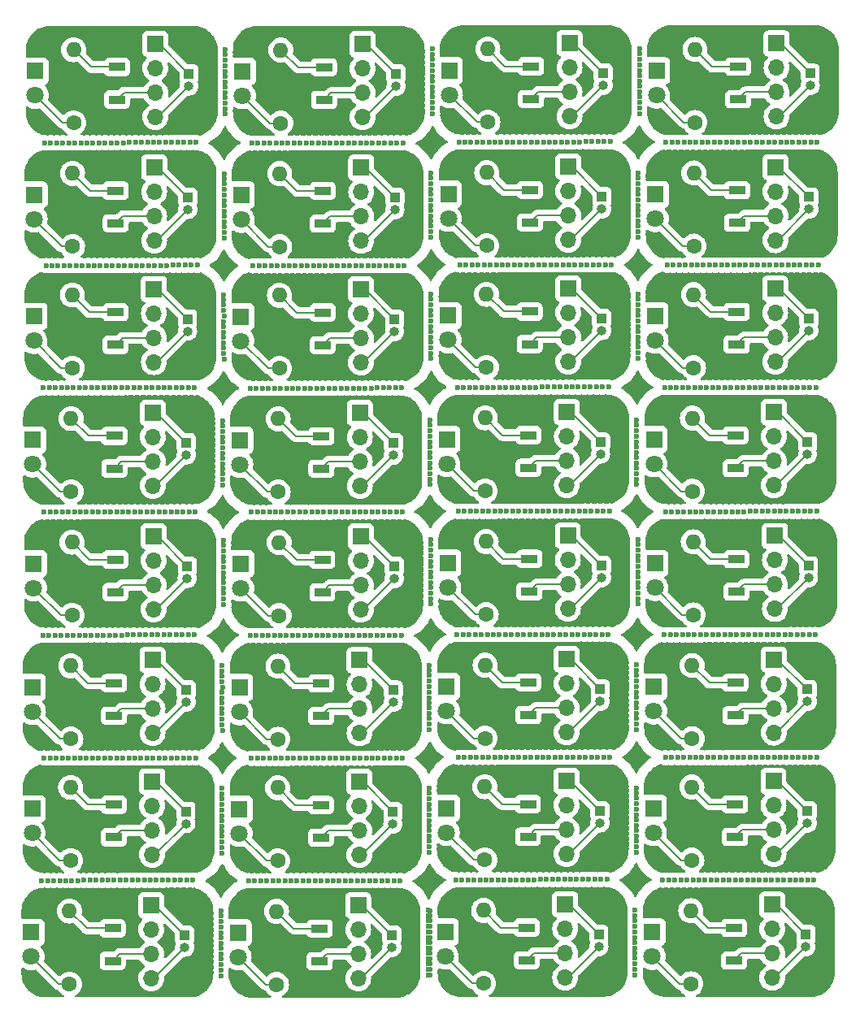
<source format=gbr>
%TF.GenerationSoftware,KiCad,Pcbnew,8.0.4*%
%TF.CreationDate,2024-08-16T15:36:08-07:00*%
%TF.ProjectId,LED2 full perf board,4c454432-2066-4756-9c6c-207065726620,rev?*%
%TF.SameCoordinates,Original*%
%TF.FileFunction,Copper,L1,Top*%
%TF.FilePolarity,Positive*%
%FSLAX46Y46*%
G04 Gerber Fmt 4.6, Leading zero omitted, Abs format (unit mm)*
G04 Created by KiCad (PCBNEW 8.0.4) date 2024-08-16 15:36:08*
%MOMM*%
%LPD*%
G01*
G04 APERTURE LIST*
%TA.AperFunction,ComponentPad*%
%ADD10R,1.800000X1.800000*%
%TD*%
%TA.AperFunction,ComponentPad*%
%ADD11C,1.800000*%
%TD*%
%TA.AperFunction,SMDPad,CuDef*%
%ADD12R,1.700000X0.900000*%
%TD*%
%TA.AperFunction,ComponentPad*%
%ADD13R,1.700000X1.700000*%
%TD*%
%TA.AperFunction,ComponentPad*%
%ADD14O,1.700000X1.700000*%
%TD*%
%TA.AperFunction,ComponentPad*%
%ADD15R,1.000000X1.000000*%
%TD*%
%TA.AperFunction,ComponentPad*%
%ADD16O,1.000000X1.000000*%
%TD*%
%TA.AperFunction,ComponentPad*%
%ADD17C,1.600000*%
%TD*%
%TA.AperFunction,ComponentPad*%
%ADD18O,1.600000X1.600000*%
%TD*%
%TA.AperFunction,ViaPad*%
%ADD19C,0.600000*%
%TD*%
%TA.AperFunction,Conductor*%
%ADD20C,0.200000*%
%TD*%
G04 APERTURE END LIST*
D10*
%TO.P,D1,1,K*%
%TO.N,N/C*%
X139981320Y-79571320D03*
D11*
%TO.P,D1,2,A*%
X139981320Y-82111320D03*
%TD*%
D12*
%TO.P,SW1,1,1*%
%TO.N,N/C*%
X148360000Y-92025000D03*
%TO.P,SW1,2,2*%
X148360000Y-95425000D03*
%TD*%
D13*
%TO.P,BatteryChargeModule1,1,Bat+*%
%TO.N,N/C*%
X152360000Y-89605000D03*
D14*
%TO.P,BatteryChargeModule1,2,Bat-*%
X152360000Y-92145000D03*
%TO.P,BatteryChargeModule1,3,+*%
X152360000Y-94685000D03*
%TO.P,BatteryChargeModule1,4,-*%
X152360000Y-97225000D03*
%TD*%
D13*
%TO.P,BatteryChargeModule1,1,Bat+*%
%TO.N,N/C*%
X152481320Y-76726320D03*
D14*
%TO.P,BatteryChargeModule1,2,Bat-*%
X152481320Y-79266320D03*
%TO.P,BatteryChargeModule1,3,+*%
X152481320Y-81806320D03*
%TO.P,BatteryChargeModule1,4,-*%
X152481320Y-84346320D03*
%TD*%
D12*
%TO.P,SW1,1,1*%
%TO.N,N/C*%
X148481320Y-79146320D03*
%TO.P,SW1,2,2*%
X148481320Y-82546320D03*
%TD*%
D15*
%TO.P,BT1,1,+*%
%TO.N,N/C*%
X155981320Y-79846320D03*
D16*
%TO.P,BT1,2,-*%
X155981320Y-81116320D03*
%TD*%
D10*
%TO.P,D1,1,K*%
%TO.N,N/C*%
X139807500Y-130885000D03*
D11*
%TO.P,D1,2,A*%
X139807500Y-133425000D03*
%TD*%
D13*
%TO.P,BatteryChargeModule1,1,Bat+*%
%TO.N,N/C*%
X152186180Y-140918680D03*
D14*
%TO.P,BatteryChargeModule1,2,Bat-*%
X152186180Y-143458680D03*
%TO.P,BatteryChargeModule1,3,+*%
X152186180Y-145998680D03*
%TO.P,BatteryChargeModule1,4,-*%
X152186180Y-148538680D03*
%TD*%
D12*
%TO.P,SW1,1,1*%
%TO.N,N/C*%
X148630000Y-53595000D03*
%TO.P,SW1,2,2*%
X148630000Y-56995000D03*
%TD*%
D17*
%TO.P,R1,1*%
%TO.N,N/C*%
X144008680Y-72293680D03*
D18*
%TO.P,R1,2*%
X144008680Y-64673680D03*
%TD*%
D10*
%TO.P,D1,1,K*%
%TO.N,N/C*%
X140008680Y-66898680D03*
D11*
%TO.P,D1,2,A*%
X140008680Y-69438680D03*
%TD*%
D17*
%TO.P,R1,1*%
%TO.N,N/C*%
X143860000Y-97845000D03*
D18*
%TO.P,R1,2*%
X143860000Y-90225000D03*
%TD*%
D13*
%TO.P,BatteryChargeModule1,1,Bat+*%
%TO.N,N/C*%
X152630000Y-51175000D03*
D14*
%TO.P,BatteryChargeModule1,2,Bat-*%
X152630000Y-53715000D03*
%TO.P,BatteryChargeModule1,3,+*%
X152630000Y-56255000D03*
%TO.P,BatteryChargeModule1,4,-*%
X152630000Y-58795000D03*
%TD*%
D17*
%TO.P,R1,1*%
%TO.N,N/C*%
X144130000Y-59415000D03*
D18*
%TO.P,R1,2*%
X144130000Y-51795000D03*
%TD*%
D15*
%TO.P,BT1,1,+*%
%TO.N,N/C*%
X156130000Y-54295000D03*
D16*
%TO.P,BT1,2,-*%
X156130000Y-55565000D03*
%TD*%
D15*
%TO.P,BT1,1,+*%
%TO.N,N/C*%
X156008680Y-67173680D03*
D16*
%TO.P,BT1,2,-*%
X156008680Y-68443680D03*
%TD*%
D10*
%TO.P,D1,1,K*%
%TO.N,N/C*%
X139860000Y-92450000D03*
D11*
%TO.P,D1,2,A*%
X139860000Y-94990000D03*
%TD*%
D12*
%TO.P,SW1,1,1*%
%TO.N,N/C*%
X148186180Y-143338680D03*
%TO.P,SW1,2,2*%
X148186180Y-146738680D03*
%TD*%
%TO.P,SW1,1,1*%
%TO.N,N/C*%
X148508680Y-66473680D03*
%TO.P,SW1,2,2*%
X148508680Y-69873680D03*
%TD*%
D13*
%TO.P,BatteryChargeModule1,1,Bat+*%
%TO.N,N/C*%
X152508680Y-64053680D03*
D14*
%TO.P,BatteryChargeModule1,2,Bat-*%
X152508680Y-66593680D03*
%TO.P,BatteryChargeModule1,3,+*%
X152508680Y-69133680D03*
%TO.P,BatteryChargeModule1,4,-*%
X152508680Y-71673680D03*
%TD*%
D17*
%TO.P,R1,1*%
%TO.N,N/C*%
X143981320Y-84966320D03*
D18*
%TO.P,R1,2*%
X143981320Y-77346320D03*
%TD*%
D15*
%TO.P,BT1,1,+*%
%TO.N,N/C*%
X155860000Y-92725000D03*
D16*
%TO.P,BT1,2,-*%
X155860000Y-93995000D03*
%TD*%
D15*
%TO.P,BT1,1,+*%
%TO.N,N/C*%
X155807500Y-131160000D03*
D16*
%TO.P,BT1,2,-*%
X155807500Y-132430000D03*
%TD*%
D15*
%TO.P,BT1,1,+*%
%TO.N,N/C*%
X155956180Y-105608680D03*
D16*
%TO.P,BT1,2,-*%
X155956180Y-106878680D03*
%TD*%
D17*
%TO.P,R1,1*%
%TO.N,N/C*%
X143686180Y-149158680D03*
D18*
%TO.P,R1,2*%
X143686180Y-141538680D03*
%TD*%
D12*
%TO.P,SW1,1,1*%
%TO.N,N/C*%
X148307500Y-130460000D03*
%TO.P,SW1,2,2*%
X148307500Y-133860000D03*
%TD*%
D17*
%TO.P,R1,1*%
%TO.N,N/C*%
X143807500Y-136280000D03*
D18*
%TO.P,R1,2*%
X143807500Y-128660000D03*
%TD*%
D13*
%TO.P,BatteryChargeModule1,1,Bat+*%
%TO.N,N/C*%
X152334860Y-115367360D03*
D14*
%TO.P,BatteryChargeModule1,2,Bat-*%
X152334860Y-117907360D03*
%TO.P,BatteryChargeModule1,3,+*%
X152334860Y-120447360D03*
%TO.P,BatteryChargeModule1,4,-*%
X152334860Y-122987360D03*
%TD*%
D13*
%TO.P,BatteryChargeModule1,1,Bat+*%
%TO.N,N/C*%
X152456180Y-102488680D03*
D14*
%TO.P,BatteryChargeModule1,2,Bat-*%
X152456180Y-105028680D03*
%TO.P,BatteryChargeModule1,3,+*%
X152456180Y-107568680D03*
%TO.P,BatteryChargeModule1,4,-*%
X152456180Y-110108680D03*
%TD*%
D17*
%TO.P,R1,1*%
%TO.N,N/C*%
X143956180Y-110728680D03*
D18*
%TO.P,R1,2*%
X143956180Y-103108680D03*
%TD*%
D15*
%TO.P,BT1,1,+*%
%TO.N,N/C*%
X155834860Y-118487360D03*
D16*
%TO.P,BT1,2,-*%
X155834860Y-119757360D03*
%TD*%
D12*
%TO.P,SW1,1,1*%
%TO.N,N/C*%
X148334860Y-117787360D03*
%TO.P,SW1,2,2*%
X148334860Y-121187360D03*
%TD*%
%TO.P,SW1,1,1*%
%TO.N,N/C*%
X148456180Y-104908680D03*
%TO.P,SW1,2,2*%
X148456180Y-108308680D03*
%TD*%
D10*
%TO.P,D1,1,K*%
%TO.N,N/C*%
X139834860Y-118212360D03*
D11*
%TO.P,D1,2,A*%
X139834860Y-120752360D03*
%TD*%
D15*
%TO.P,BT1,1,+*%
%TO.N,N/C*%
X155686180Y-144038680D03*
D16*
%TO.P,BT1,2,-*%
X155686180Y-145308680D03*
%TD*%
D13*
%TO.P,BatteryChargeModule1,1,Bat+*%
%TO.N,N/C*%
X152307500Y-128040000D03*
D14*
%TO.P,BatteryChargeModule1,2,Bat-*%
X152307500Y-130580000D03*
%TO.P,BatteryChargeModule1,3,+*%
X152307500Y-133120000D03*
%TO.P,BatteryChargeModule1,4,-*%
X152307500Y-135660000D03*
%TD*%
D17*
%TO.P,R1,1*%
%TO.N,N/C*%
X143834860Y-123607360D03*
D18*
%TO.P,R1,2*%
X143834860Y-115987360D03*
%TD*%
D10*
%TO.P,D1,1,K*%
%TO.N,N/C*%
X139956180Y-105333680D03*
D11*
%TO.P,D1,2,A*%
X139956180Y-107873680D03*
%TD*%
D10*
%TO.P,D1,1,K*%
%TO.N,N/C*%
X140130000Y-54020000D03*
D11*
%TO.P,D1,2,A*%
X140130000Y-56560000D03*
%TD*%
D10*
%TO.P,D1,1,K*%
%TO.N,N/C*%
X139686180Y-143763680D03*
D11*
%TO.P,D1,2,A*%
X139686180Y-146303680D03*
%TD*%
D17*
%TO.P,R1,1*%
%TO.N,N/C*%
X165404860Y-123637360D03*
D18*
%TO.P,R1,2*%
X165404860Y-116017360D03*
%TD*%
D10*
%TO.P,D1,1,K*%
%TO.N,N/C*%
X161256180Y-143793680D03*
D11*
%TO.P,D1,2,A*%
X161256180Y-146333680D03*
%TD*%
D10*
%TO.P,D1,1,K*%
%TO.N,N/C*%
X161404860Y-118242360D03*
D11*
%TO.P,D1,2,A*%
X161404860Y-120782360D03*
%TD*%
D15*
%TO.P,BT1,1,+*%
%TO.N,N/C*%
X177256180Y-144068680D03*
D16*
%TO.P,BT1,2,-*%
X177256180Y-145338680D03*
%TD*%
D13*
%TO.P,BatteryChargeModule1,1,Bat+*%
%TO.N,N/C*%
X173877500Y-128070000D03*
D14*
%TO.P,BatteryChargeModule1,2,Bat-*%
X173877500Y-130610000D03*
%TO.P,BatteryChargeModule1,3,+*%
X173877500Y-133150000D03*
%TO.P,BatteryChargeModule1,4,-*%
X173877500Y-135690000D03*
%TD*%
D10*
%TO.P,D1,1,K*%
%TO.N,N/C*%
X161700000Y-54050000D03*
D11*
%TO.P,D1,2,A*%
X161700000Y-56590000D03*
%TD*%
D12*
%TO.P,SW1,1,1*%
%TO.N,N/C*%
X170026180Y-104938680D03*
%TO.P,SW1,2,2*%
X170026180Y-108338680D03*
%TD*%
D10*
%TO.P,D1,1,K*%
%TO.N,N/C*%
X161526180Y-105363680D03*
D11*
%TO.P,D1,2,A*%
X161526180Y-107903680D03*
%TD*%
D12*
%TO.P,SW1,1,1*%
%TO.N,N/C*%
X169904860Y-117817360D03*
%TO.P,SW1,2,2*%
X169904860Y-121217360D03*
%TD*%
%TO.P,SW1,1,1*%
%TO.N,N/C*%
X170051320Y-79176320D03*
%TO.P,SW1,2,2*%
X170051320Y-82576320D03*
%TD*%
D13*
%TO.P,BatteryChargeModule1,1,Bat+*%
%TO.N,N/C*%
X173930000Y-89635000D03*
D14*
%TO.P,BatteryChargeModule1,2,Bat-*%
X173930000Y-92175000D03*
%TO.P,BatteryChargeModule1,3,+*%
X173930000Y-94715000D03*
%TO.P,BatteryChargeModule1,4,-*%
X173930000Y-97255000D03*
%TD*%
D10*
%TO.P,D1,1,K*%
%TO.N,N/C*%
X161551320Y-79601320D03*
D11*
%TO.P,D1,2,A*%
X161551320Y-82141320D03*
%TD*%
D13*
%TO.P,BatteryChargeModule1,1,Bat+*%
%TO.N,N/C*%
X173756180Y-140948680D03*
D14*
%TO.P,BatteryChargeModule1,2,Bat-*%
X173756180Y-143488680D03*
%TO.P,BatteryChargeModule1,3,+*%
X173756180Y-146028680D03*
%TO.P,BatteryChargeModule1,4,-*%
X173756180Y-148568680D03*
%TD*%
D12*
%TO.P,SW1,1,1*%
%TO.N,N/C*%
X170200000Y-53625000D03*
%TO.P,SW1,2,2*%
X170200000Y-57025000D03*
%TD*%
%TO.P,SW1,1,1*%
%TO.N,N/C*%
X169930000Y-92055000D03*
%TO.P,SW1,2,2*%
X169930000Y-95455000D03*
%TD*%
D10*
%TO.P,D1,1,K*%
%TO.N,N/C*%
X161377500Y-130915000D03*
D11*
%TO.P,D1,2,A*%
X161377500Y-133455000D03*
%TD*%
D13*
%TO.P,BatteryChargeModule1,1,Bat+*%
%TO.N,N/C*%
X174051320Y-76756320D03*
D14*
%TO.P,BatteryChargeModule1,2,Bat-*%
X174051320Y-79296320D03*
%TO.P,BatteryChargeModule1,3,+*%
X174051320Y-81836320D03*
%TO.P,BatteryChargeModule1,4,-*%
X174051320Y-84376320D03*
%TD*%
D15*
%TO.P,BT1,1,+*%
%TO.N,N/C*%
X177551320Y-79876320D03*
D16*
%TO.P,BT1,2,-*%
X177551320Y-81146320D03*
%TD*%
D10*
%TO.P,D1,1,K*%
%TO.N,N/C*%
X161578680Y-66928680D03*
D11*
%TO.P,D1,2,A*%
X161578680Y-69468680D03*
%TD*%
D13*
%TO.P,BatteryChargeModule1,1,Bat+*%
%TO.N,N/C*%
X174200000Y-51205000D03*
D14*
%TO.P,BatteryChargeModule1,2,Bat-*%
X174200000Y-53745000D03*
%TO.P,BatteryChargeModule1,3,+*%
X174200000Y-56285000D03*
%TO.P,BatteryChargeModule1,4,-*%
X174200000Y-58825000D03*
%TD*%
D15*
%TO.P,BT1,1,+*%
%TO.N,N/C*%
X177700000Y-54325000D03*
D16*
%TO.P,BT1,2,-*%
X177700000Y-55595000D03*
%TD*%
D12*
%TO.P,SW1,1,1*%
%TO.N,N/C*%
X170078680Y-66503680D03*
%TO.P,SW1,2,2*%
X170078680Y-69903680D03*
%TD*%
D13*
%TO.P,BatteryChargeModule1,1,Bat+*%
%TO.N,N/C*%
X174026180Y-102518680D03*
D14*
%TO.P,BatteryChargeModule1,2,Bat-*%
X174026180Y-105058680D03*
%TO.P,BatteryChargeModule1,3,+*%
X174026180Y-107598680D03*
%TO.P,BatteryChargeModule1,4,-*%
X174026180Y-110138680D03*
%TD*%
D15*
%TO.P,BT1,1,+*%
%TO.N,N/C*%
X177430000Y-92755000D03*
D16*
%TO.P,BT1,2,-*%
X177430000Y-94025000D03*
%TD*%
D15*
%TO.P,BT1,1,+*%
%TO.N,N/C*%
X177404860Y-118517360D03*
D16*
%TO.P,BT1,2,-*%
X177404860Y-119787360D03*
%TD*%
D13*
%TO.P,BatteryChargeModule1,1,Bat+*%
%TO.N,N/C*%
X174078680Y-64083680D03*
D14*
%TO.P,BatteryChargeModule1,2,Bat-*%
X174078680Y-66623680D03*
%TO.P,BatteryChargeModule1,3,+*%
X174078680Y-69163680D03*
%TO.P,BatteryChargeModule1,4,-*%
X174078680Y-71703680D03*
%TD*%
D17*
%TO.P,R1,1*%
%TO.N,N/C*%
X165526180Y-110758680D03*
D18*
%TO.P,R1,2*%
X165526180Y-103138680D03*
%TD*%
D17*
%TO.P,R1,1*%
%TO.N,N/C*%
X165551320Y-84996320D03*
D18*
%TO.P,R1,2*%
X165551320Y-77376320D03*
%TD*%
D17*
%TO.P,R1,1*%
%TO.N,N/C*%
X165256180Y-149188680D03*
D18*
%TO.P,R1,2*%
X165256180Y-141568680D03*
%TD*%
D10*
%TO.P,D1,1,K*%
%TO.N,N/C*%
X161430000Y-92480000D03*
D11*
%TO.P,D1,2,A*%
X161430000Y-95020000D03*
%TD*%
D17*
%TO.P,R1,1*%
%TO.N,N/C*%
X165377500Y-136310000D03*
D18*
%TO.P,R1,2*%
X165377500Y-128690000D03*
%TD*%
D15*
%TO.P,BT1,1,+*%
%TO.N,N/C*%
X177377500Y-131190000D03*
D16*
%TO.P,BT1,2,-*%
X177377500Y-132460000D03*
%TD*%
D12*
%TO.P,SW1,1,1*%
%TO.N,N/C*%
X169756180Y-143368680D03*
%TO.P,SW1,2,2*%
X169756180Y-146768680D03*
%TD*%
%TO.P,SW1,1,1*%
%TO.N,N/C*%
X169877500Y-130490000D03*
%TO.P,SW1,2,2*%
X169877500Y-133890000D03*
%TD*%
D15*
%TO.P,BT1,1,+*%
%TO.N,N/C*%
X177526180Y-105638680D03*
D16*
%TO.P,BT1,2,-*%
X177526180Y-106908680D03*
%TD*%
D17*
%TO.P,R1,1*%
%TO.N,N/C*%
X165578680Y-72323680D03*
D18*
%TO.P,R1,2*%
X165578680Y-64703680D03*
%TD*%
D17*
%TO.P,R1,1*%
%TO.N,N/C*%
X165430000Y-97875000D03*
D18*
%TO.P,R1,2*%
X165430000Y-90255000D03*
%TD*%
D17*
%TO.P,R1,1*%
%TO.N,N/C*%
X165700000Y-59445000D03*
D18*
%TO.P,R1,2*%
X165700000Y-51825000D03*
%TD*%
D15*
%TO.P,BT1,1,+*%
%TO.N,N/C*%
X177578680Y-67203680D03*
D16*
%TO.P,BT1,2,-*%
X177578680Y-68473680D03*
%TD*%
D13*
%TO.P,BatteryChargeModule1,1,Bat+*%
%TO.N,N/C*%
X173904860Y-115397360D03*
D14*
%TO.P,BatteryChargeModule1,2,Bat-*%
X173904860Y-117937360D03*
%TO.P,BatteryChargeModule1,3,+*%
X173904860Y-120477360D03*
%TO.P,BatteryChargeModule1,4,-*%
X173904860Y-123017360D03*
%TD*%
D10*
%TO.P,D1,1,K*%
%TO.N,N/C*%
X118413820Y-79671320D03*
D11*
%TO.P,D1,2,A*%
X118413820Y-82211320D03*
%TD*%
D12*
%TO.P,SW1,1,1*%
%TO.N,N/C*%
X126792500Y-92125000D03*
%TO.P,SW1,2,2*%
X126792500Y-95525000D03*
%TD*%
D13*
%TO.P,BatteryChargeModule1,1,Bat+*%
%TO.N,N/C*%
X130792500Y-89705000D03*
D14*
%TO.P,BatteryChargeModule1,2,Bat-*%
X130792500Y-92245000D03*
%TO.P,BatteryChargeModule1,3,+*%
X130792500Y-94785000D03*
%TO.P,BatteryChargeModule1,4,-*%
X130792500Y-97325000D03*
%TD*%
D13*
%TO.P,BatteryChargeModule1,1,Bat+*%
%TO.N,N/C*%
X130913820Y-76826320D03*
D14*
%TO.P,BatteryChargeModule1,2,Bat-*%
X130913820Y-79366320D03*
%TO.P,BatteryChargeModule1,3,+*%
X130913820Y-81906320D03*
%TO.P,BatteryChargeModule1,4,-*%
X130913820Y-84446320D03*
%TD*%
D12*
%TO.P,SW1,1,1*%
%TO.N,N/C*%
X126913820Y-79246320D03*
%TO.P,SW1,2,2*%
X126913820Y-82646320D03*
%TD*%
D15*
%TO.P,BT1,1,+*%
%TO.N,N/C*%
X134413820Y-79946320D03*
D16*
%TO.P,BT1,2,-*%
X134413820Y-81216320D03*
%TD*%
D10*
%TO.P,D1,1,K*%
%TO.N,N/C*%
X118240000Y-130985000D03*
D11*
%TO.P,D1,2,A*%
X118240000Y-133525000D03*
%TD*%
D13*
%TO.P,BatteryChargeModule1,1,Bat+*%
%TO.N,N/C*%
X130618680Y-141018680D03*
D14*
%TO.P,BatteryChargeModule1,2,Bat-*%
X130618680Y-143558680D03*
%TO.P,BatteryChargeModule1,3,+*%
X130618680Y-146098680D03*
%TO.P,BatteryChargeModule1,4,-*%
X130618680Y-148638680D03*
%TD*%
D12*
%TO.P,SW1,1,1*%
%TO.N,N/C*%
X127062500Y-53695000D03*
%TO.P,SW1,2,2*%
X127062500Y-57095000D03*
%TD*%
D17*
%TO.P,R1,1*%
%TO.N,N/C*%
X122441180Y-72393680D03*
D18*
%TO.P,R1,2*%
X122441180Y-64773680D03*
%TD*%
D10*
%TO.P,D1,1,K*%
%TO.N,N/C*%
X118441180Y-66998680D03*
D11*
%TO.P,D1,2,A*%
X118441180Y-69538680D03*
%TD*%
D17*
%TO.P,R1,1*%
%TO.N,N/C*%
X122292500Y-97945000D03*
D18*
%TO.P,R1,2*%
X122292500Y-90325000D03*
%TD*%
D13*
%TO.P,BatteryChargeModule1,1,Bat+*%
%TO.N,N/C*%
X131062500Y-51275000D03*
D14*
%TO.P,BatteryChargeModule1,2,Bat-*%
X131062500Y-53815000D03*
%TO.P,BatteryChargeModule1,3,+*%
X131062500Y-56355000D03*
%TO.P,BatteryChargeModule1,4,-*%
X131062500Y-58895000D03*
%TD*%
D17*
%TO.P,R1,1*%
%TO.N,N/C*%
X122562500Y-59515000D03*
D18*
%TO.P,R1,2*%
X122562500Y-51895000D03*
%TD*%
D15*
%TO.P,BT1,1,+*%
%TO.N,N/C*%
X134562500Y-54395000D03*
D16*
%TO.P,BT1,2,-*%
X134562500Y-55665000D03*
%TD*%
D15*
%TO.P,BT1,1,+*%
%TO.N,N/C*%
X134441180Y-67273680D03*
D16*
%TO.P,BT1,2,-*%
X134441180Y-68543680D03*
%TD*%
D10*
%TO.P,D1,1,K*%
%TO.N,N/C*%
X118292500Y-92550000D03*
D11*
%TO.P,D1,2,A*%
X118292500Y-95090000D03*
%TD*%
D12*
%TO.P,SW1,1,1*%
%TO.N,N/C*%
X126618680Y-143438680D03*
%TO.P,SW1,2,2*%
X126618680Y-146838680D03*
%TD*%
%TO.P,SW1,1,1*%
%TO.N,N/C*%
X126941180Y-66573680D03*
%TO.P,SW1,2,2*%
X126941180Y-69973680D03*
%TD*%
D13*
%TO.P,BatteryChargeModule1,1,Bat+*%
%TO.N,N/C*%
X130941180Y-64153680D03*
D14*
%TO.P,BatteryChargeModule1,2,Bat-*%
X130941180Y-66693680D03*
%TO.P,BatteryChargeModule1,3,+*%
X130941180Y-69233680D03*
%TO.P,BatteryChargeModule1,4,-*%
X130941180Y-71773680D03*
%TD*%
D17*
%TO.P,R1,1*%
%TO.N,N/C*%
X122413820Y-85066320D03*
D18*
%TO.P,R1,2*%
X122413820Y-77446320D03*
%TD*%
D15*
%TO.P,BT1,1,+*%
%TO.N,N/C*%
X134292500Y-92825000D03*
D16*
%TO.P,BT1,2,-*%
X134292500Y-94095000D03*
%TD*%
D15*
%TO.P,BT1,1,+*%
%TO.N,N/C*%
X134240000Y-131260000D03*
D16*
%TO.P,BT1,2,-*%
X134240000Y-132530000D03*
%TD*%
D15*
%TO.P,BT1,1,+*%
%TO.N,N/C*%
X134388680Y-105708680D03*
D16*
%TO.P,BT1,2,-*%
X134388680Y-106978680D03*
%TD*%
D17*
%TO.P,R1,1*%
%TO.N,N/C*%
X122118680Y-149258680D03*
D18*
%TO.P,R1,2*%
X122118680Y-141638680D03*
%TD*%
D12*
%TO.P,SW1,1,1*%
%TO.N,N/C*%
X126740000Y-130560000D03*
%TO.P,SW1,2,2*%
X126740000Y-133960000D03*
%TD*%
D17*
%TO.P,R1,1*%
%TO.N,N/C*%
X122240000Y-136380000D03*
D18*
%TO.P,R1,2*%
X122240000Y-128760000D03*
%TD*%
D13*
%TO.P,BatteryChargeModule1,1,Bat+*%
%TO.N,N/C*%
X130767360Y-115467360D03*
D14*
%TO.P,BatteryChargeModule1,2,Bat-*%
X130767360Y-118007360D03*
%TO.P,BatteryChargeModule1,3,+*%
X130767360Y-120547360D03*
%TO.P,BatteryChargeModule1,4,-*%
X130767360Y-123087360D03*
%TD*%
D13*
%TO.P,BatteryChargeModule1,1,Bat+*%
%TO.N,N/C*%
X130888680Y-102588680D03*
D14*
%TO.P,BatteryChargeModule1,2,Bat-*%
X130888680Y-105128680D03*
%TO.P,BatteryChargeModule1,3,+*%
X130888680Y-107668680D03*
%TO.P,BatteryChargeModule1,4,-*%
X130888680Y-110208680D03*
%TD*%
D17*
%TO.P,R1,1*%
%TO.N,N/C*%
X122388680Y-110828680D03*
D18*
%TO.P,R1,2*%
X122388680Y-103208680D03*
%TD*%
D15*
%TO.P,BT1,1,+*%
%TO.N,N/C*%
X134267360Y-118587360D03*
D16*
%TO.P,BT1,2,-*%
X134267360Y-119857360D03*
%TD*%
D12*
%TO.P,SW1,1,1*%
%TO.N,N/C*%
X126767360Y-117887360D03*
%TO.P,SW1,2,2*%
X126767360Y-121287360D03*
%TD*%
%TO.P,SW1,1,1*%
%TO.N,N/C*%
X126888680Y-105008680D03*
%TO.P,SW1,2,2*%
X126888680Y-108408680D03*
%TD*%
D10*
%TO.P,D1,1,K*%
%TO.N,N/C*%
X118267360Y-118312360D03*
D11*
%TO.P,D1,2,A*%
X118267360Y-120852360D03*
%TD*%
D15*
%TO.P,BT1,1,+*%
%TO.N,N/C*%
X134118680Y-144138680D03*
D16*
%TO.P,BT1,2,-*%
X134118680Y-145408680D03*
%TD*%
D13*
%TO.P,BatteryChargeModule1,1,Bat+*%
%TO.N,N/C*%
X130740000Y-128140000D03*
D14*
%TO.P,BatteryChargeModule1,2,Bat-*%
X130740000Y-130680000D03*
%TO.P,BatteryChargeModule1,3,+*%
X130740000Y-133220000D03*
%TO.P,BatteryChargeModule1,4,-*%
X130740000Y-135760000D03*
%TD*%
D17*
%TO.P,R1,1*%
%TO.N,N/C*%
X122267360Y-123707360D03*
D18*
%TO.P,R1,2*%
X122267360Y-116087360D03*
%TD*%
D10*
%TO.P,D1,1,K*%
%TO.N,N/C*%
X118388680Y-105433680D03*
D11*
%TO.P,D1,2,A*%
X118388680Y-107973680D03*
%TD*%
D10*
%TO.P,D1,1,K*%
%TO.N,N/C*%
X118562500Y-54120000D03*
D11*
%TO.P,D1,2,A*%
X118562500Y-56660000D03*
%TD*%
D10*
%TO.P,D1,1,K*%
%TO.N,N/C*%
X118118680Y-143863680D03*
D11*
%TO.P,D1,2,A*%
X118118680Y-146403680D03*
%TD*%
D10*
%TO.P,D1,1,K*%
%TO.N,N/C*%
X96843820Y-79641320D03*
D11*
%TO.P,D1,2,A*%
X96843820Y-82181320D03*
%TD*%
D12*
%TO.P,SW1,1,1*%
%TO.N,N/C*%
X105222500Y-92095000D03*
%TO.P,SW1,2,2*%
X105222500Y-95495000D03*
%TD*%
D13*
%TO.P,BatteryChargeModule1,1,Bat+*%
%TO.N,N/C*%
X109222500Y-89675000D03*
D14*
%TO.P,BatteryChargeModule1,2,Bat-*%
X109222500Y-92215000D03*
%TO.P,BatteryChargeModule1,3,+*%
X109222500Y-94755000D03*
%TO.P,BatteryChargeModule1,4,-*%
X109222500Y-97295000D03*
%TD*%
D13*
%TO.P,BatteryChargeModule1,1,Bat+*%
%TO.N,N/C*%
X109343820Y-76796320D03*
D14*
%TO.P,BatteryChargeModule1,2,Bat-*%
X109343820Y-79336320D03*
%TO.P,BatteryChargeModule1,3,+*%
X109343820Y-81876320D03*
%TO.P,BatteryChargeModule1,4,-*%
X109343820Y-84416320D03*
%TD*%
D12*
%TO.P,SW1,1,1*%
%TO.N,N/C*%
X105343820Y-79216320D03*
%TO.P,SW1,2,2*%
X105343820Y-82616320D03*
%TD*%
D17*
%TO.P,R1,1*%
%TO.N,N/C*%
X100843820Y-85036320D03*
D18*
%TO.P,R1,2*%
X100843820Y-77416320D03*
%TD*%
D15*
%TO.P,BT1,1,+*%
%TO.N,N/C*%
X112843820Y-79916320D03*
D16*
%TO.P,BT1,2,-*%
X112843820Y-81186320D03*
%TD*%
D10*
%TO.P,D1,1,K*%
%TO.N,N/C*%
X96722500Y-92520000D03*
D11*
%TO.P,D1,2,A*%
X96722500Y-95060000D03*
%TD*%
D17*
%TO.P,R1,1*%
%TO.N,N/C*%
X100722500Y-97915000D03*
D18*
%TO.P,R1,2*%
X100722500Y-90295000D03*
%TD*%
D15*
%TO.P,BT1,1,+*%
%TO.N,N/C*%
X112722500Y-92795000D03*
D16*
%TO.P,BT1,2,-*%
X112722500Y-94065000D03*
%TD*%
D12*
%TO.P,SW1,1,1*%
%TO.N,N/C*%
X105048680Y-143408680D03*
%TO.P,SW1,2,2*%
X105048680Y-146808680D03*
%TD*%
D13*
%TO.P,BatteryChargeModule1,1,Bat+*%
%TO.N,N/C*%
X109048680Y-140988680D03*
D14*
%TO.P,BatteryChargeModule1,2,Bat-*%
X109048680Y-143528680D03*
%TO.P,BatteryChargeModule1,3,+*%
X109048680Y-146068680D03*
%TO.P,BatteryChargeModule1,4,-*%
X109048680Y-148608680D03*
%TD*%
D10*
%TO.P,D1,1,K*%
%TO.N,N/C*%
X96670000Y-130955000D03*
D11*
%TO.P,D1,2,A*%
X96670000Y-133495000D03*
%TD*%
D17*
%TO.P,R1,1*%
%TO.N,N/C*%
X100871180Y-72363680D03*
D18*
%TO.P,R1,2*%
X100871180Y-64743680D03*
%TD*%
D15*
%TO.P,BT1,1,+*%
%TO.N,N/C*%
X112871180Y-67243680D03*
D16*
%TO.P,BT1,2,-*%
X112871180Y-68513680D03*
%TD*%
D12*
%TO.P,SW1,1,1*%
%TO.N,N/C*%
X105371180Y-66543680D03*
%TO.P,SW1,2,2*%
X105371180Y-69943680D03*
%TD*%
D13*
%TO.P,BatteryChargeModule1,1,Bat+*%
%TO.N,N/C*%
X109371180Y-64123680D03*
D14*
%TO.P,BatteryChargeModule1,2,Bat-*%
X109371180Y-66663680D03*
%TO.P,BatteryChargeModule1,3,+*%
X109371180Y-69203680D03*
%TO.P,BatteryChargeModule1,4,-*%
X109371180Y-71743680D03*
%TD*%
D10*
%TO.P,D1,1,K*%
%TO.N,N/C*%
X96871180Y-66968680D03*
D11*
%TO.P,D1,2,A*%
X96871180Y-69508680D03*
%TD*%
D13*
%TO.P,BatteryChargeModule1,1,Bat+*%
%TO.N,N/C*%
X109492500Y-51245000D03*
D14*
%TO.P,BatteryChargeModule1,2,Bat-*%
X109492500Y-53785000D03*
%TO.P,BatteryChargeModule1,3,+*%
X109492500Y-56325000D03*
%TO.P,BatteryChargeModule1,4,-*%
X109492500Y-58865000D03*
%TD*%
D12*
%TO.P,SW1,1,1*%
%TO.N,N/C*%
X105492500Y-53665000D03*
%TO.P,SW1,2,2*%
X105492500Y-57065000D03*
%TD*%
D17*
%TO.P,R1,1*%
%TO.N,N/C*%
X100992500Y-59485000D03*
D18*
%TO.P,R1,2*%
X100992500Y-51865000D03*
%TD*%
D15*
%TO.P,BT1,1,+*%
%TO.N,N/C*%
X112992500Y-54365000D03*
D16*
%TO.P,BT1,2,-*%
X112992500Y-55635000D03*
%TD*%
D10*
%TO.P,D1,1,K*%
%TO.N,N/C*%
X96992500Y-54090000D03*
D11*
%TO.P,D1,2,A*%
X96992500Y-56630000D03*
%TD*%
D15*
%TO.P,BT1,1,+*%
%TO.N,N/C*%
X112670000Y-131230000D03*
D16*
%TO.P,BT1,2,-*%
X112670000Y-132500000D03*
%TD*%
D17*
%TO.P,R1,1*%
%TO.N,N/C*%
X100548680Y-149228680D03*
D18*
%TO.P,R1,2*%
X100548680Y-141608680D03*
%TD*%
D15*
%TO.P,BT1,1,+*%
%TO.N,N/C*%
X112548680Y-144108680D03*
D16*
%TO.P,BT1,2,-*%
X112548680Y-145378680D03*
%TD*%
D13*
%TO.P,BatteryChargeModule1,1,Bat+*%
%TO.N,N/C*%
X109170000Y-128110000D03*
D14*
%TO.P,BatteryChargeModule1,2,Bat-*%
X109170000Y-130650000D03*
%TO.P,BatteryChargeModule1,3,+*%
X109170000Y-133190000D03*
%TO.P,BatteryChargeModule1,4,-*%
X109170000Y-135730000D03*
%TD*%
D12*
%TO.P,SW1,1,1*%
%TO.N,N/C*%
X105170000Y-130530000D03*
%TO.P,SW1,2,2*%
X105170000Y-133930000D03*
%TD*%
D17*
%TO.P,R1,1*%
%TO.N,N/C*%
X100697360Y-123677360D03*
D18*
%TO.P,R1,2*%
X100697360Y-116057360D03*
%TD*%
D10*
%TO.P,D1,1,K*%
%TO.N,N/C*%
X96548680Y-143833680D03*
D11*
%TO.P,D1,2,A*%
X96548680Y-146373680D03*
%TD*%
D17*
%TO.P,R1,1*%
%TO.N,N/C*%
X100670000Y-136350000D03*
D18*
%TO.P,R1,2*%
X100670000Y-128730000D03*
%TD*%
D15*
%TO.P,BT1,1,+*%
%TO.N,N/C*%
X112697360Y-118557360D03*
D16*
%TO.P,BT1,2,-*%
X112697360Y-119827360D03*
%TD*%
D12*
%TO.P,SW1,1,1*%
%TO.N,N/C*%
X105197360Y-117857360D03*
%TO.P,SW1,2,2*%
X105197360Y-121257360D03*
%TD*%
D13*
%TO.P,BatteryChargeModule1,1,Bat+*%
%TO.N,N/C*%
X109197360Y-115437360D03*
D14*
%TO.P,BatteryChargeModule1,2,Bat-*%
X109197360Y-117977360D03*
%TO.P,BatteryChargeModule1,3,+*%
X109197360Y-120517360D03*
%TO.P,BatteryChargeModule1,4,-*%
X109197360Y-123057360D03*
%TD*%
D10*
%TO.P,D1,1,K*%
%TO.N,N/C*%
X96697360Y-118282360D03*
D11*
%TO.P,D1,2,A*%
X96697360Y-120822360D03*
%TD*%
D13*
%TO.P,BatteryChargeModule1,1,Bat+*%
%TO.N,N/C*%
X109318680Y-102558680D03*
D14*
%TO.P,BatteryChargeModule1,2,Bat-*%
X109318680Y-105098680D03*
%TO.P,BatteryChargeModule1,3,+*%
X109318680Y-107638680D03*
%TO.P,BatteryChargeModule1,4,-*%
X109318680Y-110178680D03*
%TD*%
D12*
%TO.P,SW1,1,1*%
%TO.N,N/C*%
X105318680Y-104978680D03*
%TO.P,SW1,2,2*%
X105318680Y-108378680D03*
%TD*%
D17*
%TO.P,R1,1*%
%TO.N,N/C*%
X100818680Y-110798680D03*
D18*
%TO.P,R1,2*%
X100818680Y-103178680D03*
%TD*%
D10*
%TO.P,D1,1,K*%
%TO.N,N/C*%
X96818680Y-105403680D03*
D11*
%TO.P,D1,2,A*%
X96818680Y-107943680D03*
%TD*%
D15*
%TO.P,BT1,1,+*%
%TO.N,N/C*%
X112818680Y-105678680D03*
D16*
%TO.P,BT1,2,-*%
X112818680Y-106948680D03*
%TD*%
D19*
%TO.N,*%
X138120000Y-148270000D03*
X138110000Y-147680000D03*
X138100000Y-147120000D03*
X138100000Y-146550000D03*
X138100000Y-146030000D03*
X138090000Y-145480000D03*
X138100000Y-144930000D03*
X138090000Y-144370000D03*
X138100000Y-143800000D03*
X138110000Y-143220000D03*
X138100000Y-142630000D03*
X138120000Y-142100000D03*
X138100000Y-141560000D03*
X138180000Y-106280000D03*
X138030000Y-129870000D03*
X138180000Y-102900000D03*
X138180000Y-107900000D03*
X138040000Y-118800000D03*
X138040000Y-119370000D03*
X138040000Y-115990000D03*
X138050000Y-118240000D03*
X138040000Y-117080000D03*
X138180000Y-105710000D03*
X138180000Y-106810000D03*
X138050000Y-122710000D03*
X137910000Y-143800000D03*
X138040000Y-117670000D03*
X138180000Y-104580000D03*
X138030000Y-133250000D03*
X138040000Y-120460000D03*
X138040000Y-120990000D03*
X138180000Y-108460000D03*
X138030000Y-130460000D03*
X138180000Y-109050000D03*
X138030000Y-134340000D03*
X138030000Y-128780000D03*
X138030000Y-131590000D03*
X138040000Y-131030000D03*
X138040000Y-121550000D03*
X138040000Y-122140000D03*
X138040000Y-116520000D03*
X138180000Y-103430000D03*
X138030000Y-133780000D03*
X138030000Y-134930000D03*
X138030000Y-132160000D03*
X138030000Y-129310000D03*
X138040000Y-119900000D03*
X138030000Y-132690000D03*
X138040000Y-135500000D03*
X137900000Y-147110000D03*
X137900000Y-141550000D03*
X137900000Y-144360000D03*
X137900000Y-146550000D03*
X137900000Y-145460000D03*
X137910000Y-148270000D03*
X137900000Y-144930000D03*
X137900000Y-147700000D03*
X137900000Y-146020000D03*
X137900000Y-142080000D03*
X137900000Y-143230000D03*
X137900000Y-142640000D03*
X138230000Y-66950000D03*
X138220000Y-65230000D03*
X138220000Y-66380000D03*
X138220000Y-69170000D03*
X138220000Y-68610000D03*
X138230000Y-71420000D03*
X138220000Y-65790000D03*
X138220000Y-68080000D03*
X138210000Y-78410000D03*
X138220000Y-67510000D03*
X138070000Y-90990000D03*
X138070000Y-94370000D03*
X138220000Y-64700000D03*
X138210000Y-83470000D03*
X138070000Y-96020000D03*
X138070000Y-95460000D03*
X138210000Y-77320000D03*
X138070000Y-91550000D03*
X138210000Y-82320000D03*
X138210000Y-77850000D03*
X138070000Y-96610000D03*
X138070000Y-93840000D03*
X138070000Y-94930000D03*
X138210000Y-82880000D03*
X138210000Y-81230000D03*
X138210000Y-80130000D03*
X138220000Y-84040000D03*
X138220000Y-69700000D03*
X138210000Y-79000000D03*
X138210000Y-81790000D03*
X138220000Y-70260000D03*
X138190000Y-109620000D03*
X138210000Y-80700000D03*
X138180000Y-107370000D03*
X138180000Y-103990000D03*
X138190000Y-105150000D03*
X138070000Y-90460000D03*
X138070000Y-93270000D03*
X138080000Y-92710000D03*
X138220000Y-79570000D03*
X138070000Y-92140000D03*
X138080000Y-97180000D03*
X138220000Y-70850000D03*
X138350000Y-57350000D03*
X138350000Y-51790000D03*
X138350000Y-54600000D03*
X138350000Y-56790000D03*
X138350000Y-57940000D03*
X138350000Y-55170000D03*
X138350000Y-52320000D03*
X138350000Y-55700000D03*
X138350000Y-53470000D03*
X138360000Y-58510000D03*
X138350000Y-56260000D03*
X138350000Y-52880000D03*
X138360000Y-54040000D03*
X176486180Y-125598680D03*
X165786180Y-125628680D03*
X178386180Y-125598680D03*
X162357500Y-138380000D03*
X167536180Y-112818680D03*
X165166180Y-125628680D03*
X175226180Y-125608680D03*
X170186180Y-125618680D03*
X170816180Y-125618680D03*
X146087500Y-99950000D03*
X143587500Y-99960000D03*
X155537500Y-99930000D03*
X151127500Y-99940000D03*
X145457500Y-99950000D03*
X153551320Y-87016320D03*
X150497500Y-99940000D03*
X142317500Y-99960000D03*
X156807500Y-99930000D03*
X162987500Y-138380000D03*
X177116180Y-125598680D03*
X167036180Y-125618680D03*
X168287500Y-99980000D03*
X174466180Y-112808680D03*
X169566180Y-125618680D03*
X163896180Y-125628680D03*
X173976180Y-125608680D03*
X163766180Y-112828680D03*
X164527500Y-99990000D03*
X171437500Y-99970000D03*
X170807500Y-99980000D03*
X162627500Y-99990000D03*
X174587500Y-99970000D03*
X175847500Y-99960000D03*
X170177500Y-99980000D03*
X163257500Y-99990000D03*
X177747500Y-99960000D03*
X142370000Y-61485000D03*
X144890000Y-61485000D03*
X146140000Y-61475000D03*
X150550000Y-61465000D03*
X146770000Y-61475000D03*
X153070000Y-61465000D03*
X152450000Y-61465000D03*
X148660000Y-61475000D03*
X149920000Y-61465000D03*
X148967500Y-138340000D03*
X149876180Y-125578680D03*
X154007500Y-138320000D03*
X146726180Y-125588680D03*
X151776180Y-125578680D03*
X141566180Y-112798680D03*
X144846180Y-125598680D03*
X156186180Y-125568680D03*
X142966180Y-125598680D03*
X152747500Y-138330000D03*
X156056180Y-112768680D03*
X146447500Y-138340000D03*
X148337500Y-138340000D03*
X156537500Y-138320000D03*
X151136180Y-125578680D03*
X150857500Y-138330000D03*
X156686180Y-112768680D03*
X153377500Y-138330000D03*
X155267500Y-138320000D03*
X155907500Y-138320000D03*
X143466180Y-112798680D03*
X154786180Y-112768680D03*
X145187500Y-138340000D03*
X143770000Y-74285000D03*
X148790000Y-74275000D03*
X153200000Y-74265000D03*
X155720000Y-74255000D03*
X155090000Y-74255000D03*
X154460000Y-74255000D03*
X156360000Y-74255000D03*
X142836180Y-112798680D03*
X146270000Y-74275000D03*
X145336180Y-112788680D03*
X154286180Y-125568680D03*
X140936180Y-112798680D03*
X154637500Y-138320000D03*
X144390000Y-74285000D03*
X150680000Y-74265000D03*
X142500000Y-74285000D03*
X154156180Y-112768680D03*
X149420000Y-74275000D03*
X152580000Y-74265000D03*
X142047500Y-138350000D03*
X150050000Y-74265000D03*
X147866180Y-112788680D03*
X151950000Y-74265000D03*
X151310000Y-74265000D03*
X147717500Y-138340000D03*
X146900000Y-74275000D03*
X143317500Y-138350000D03*
X145020000Y-74285000D03*
X143140000Y-74285000D03*
X141240000Y-74285000D03*
X145817500Y-138340000D03*
X141066180Y-125598680D03*
X146096180Y-125588680D03*
X144086180Y-112798680D03*
X149597500Y-138330000D03*
X159747500Y-106270000D03*
X159597500Y-129860000D03*
X159747500Y-102890000D03*
X159747500Y-107890000D03*
X159607500Y-118790000D03*
X159607500Y-119360000D03*
X159607500Y-115980000D03*
X159617500Y-118230000D03*
X159607500Y-117070000D03*
X159747500Y-105700000D03*
X159747500Y-106800000D03*
X159617500Y-122700000D03*
X159477500Y-143790000D03*
X159607500Y-117660000D03*
X159747500Y-104570000D03*
X159597500Y-133240000D03*
X159607500Y-120450000D03*
X159607500Y-120980000D03*
X159747500Y-108450000D03*
X159597500Y-130450000D03*
X159747500Y-109040000D03*
X159597500Y-134330000D03*
X159597500Y-128770000D03*
X159597500Y-131580000D03*
X159607500Y-131020000D03*
X159607500Y-121540000D03*
X159607500Y-122130000D03*
X159607500Y-116510000D03*
X159747500Y-103420000D03*
X159597500Y-133770000D03*
X159597500Y-134920000D03*
X159597500Y-132150000D03*
X159597500Y-129300000D03*
X159607500Y-119890000D03*
X159597500Y-132680000D03*
X159607500Y-135490000D03*
X148511320Y-87026320D03*
X154811320Y-87006320D03*
X149771320Y-87016320D03*
X142221320Y-87036320D03*
X147261320Y-87026320D03*
X156711320Y-87006320D03*
X143491320Y-87036320D03*
X147891320Y-87026320D03*
X154960000Y-61455000D03*
X170056180Y-112818680D03*
X175751320Y-87036320D03*
X170860000Y-61505000D03*
X172750000Y-61495000D03*
X168191320Y-87056320D03*
X172601320Y-87046320D03*
X175900000Y-61485000D03*
X167080000Y-61505000D03*
X165210000Y-61515000D03*
X177800000Y-61485000D03*
X178281320Y-87036320D03*
X176530000Y-61485000D03*
X167561320Y-87056320D03*
X165061320Y-87066320D03*
X169461320Y-87056320D03*
X177651320Y-87036320D03*
X174491320Y-87046320D03*
X166931320Y-87056320D03*
X177011320Y-87036320D03*
X165507500Y-138380000D03*
X176986180Y-112798680D03*
X171797500Y-138360000D03*
X173216180Y-112808680D03*
X168657500Y-138370000D03*
X168166180Y-112818680D03*
X173697500Y-138360000D03*
X172076180Y-125608680D03*
X170686180Y-112818680D03*
X159467500Y-147100000D03*
X159467500Y-141540000D03*
X159467500Y-144350000D03*
X159467500Y-146540000D03*
X159467500Y-145450000D03*
X159477500Y-148260000D03*
X159467500Y-144920000D03*
X159467500Y-147690000D03*
X159467500Y-146010000D03*
X159467500Y-142070000D03*
X159467500Y-143220000D03*
X159467500Y-142630000D03*
X156081320Y-87006320D03*
X145361320Y-87026320D03*
X145991320Y-87026320D03*
X155441320Y-87006320D03*
X156230000Y-61455000D03*
X154181320Y-87006320D03*
X146621320Y-87026320D03*
X151031320Y-87016320D03*
X152921320Y-87016320D03*
X173967500Y-99970000D03*
X176477500Y-99960000D03*
X169557500Y-99980000D03*
X173871320Y-87046320D03*
X173337500Y-99970000D03*
X163161320Y-87066320D03*
X168927500Y-99980000D03*
X166311320Y-87066320D03*
X165777500Y-99990000D03*
X151180000Y-61465000D03*
X145510000Y-61475000D03*
X154330000Y-61455000D03*
X149290000Y-61475000D03*
X143640000Y-61485000D03*
X148486180Y-112788680D03*
X141740000Y-61485000D03*
X144260000Y-61485000D03*
X151820000Y-61465000D03*
X141110000Y-61485000D03*
X147410000Y-61475000D03*
X153700000Y-61465000D03*
X149746180Y-112778680D03*
X155590000Y-61455000D03*
X144716180Y-112798680D03*
X156860000Y-61455000D03*
X151497500Y-138330000D03*
X143010000Y-61485000D03*
X148040000Y-61475000D03*
X149141320Y-87026320D03*
X140961320Y-87036320D03*
X142861320Y-87036320D03*
X144111320Y-87036320D03*
X150401320Y-87016320D03*
X151671320Y-87016320D03*
X144741320Y-87036320D03*
X152301320Y-87016320D03*
X141591320Y-87036320D03*
X151767500Y-99940000D03*
X144207500Y-99960000D03*
X172576180Y-112808680D03*
X178560000Y-74285000D03*
X175400000Y-74295000D03*
X167210000Y-74305000D03*
X175217500Y-99970000D03*
X169110000Y-74305000D03*
X174596180Y-125608680D03*
X163440000Y-74315000D03*
X169740000Y-74305000D03*
X159797500Y-66940000D03*
X159787500Y-65220000D03*
X159787500Y-66370000D03*
X159787500Y-69160000D03*
X159787500Y-68600000D03*
X159797500Y-71410000D03*
X159787500Y-65780000D03*
X152397500Y-99940000D03*
X147357500Y-99950000D03*
X154907500Y-99930000D03*
X147987500Y-99950000D03*
X154277500Y-99930000D03*
X156177500Y-99930000D03*
X166590000Y-74315000D03*
X162636180Y-125628680D03*
X171341320Y-87046320D03*
X164887500Y-138380000D03*
X167387500Y-138370000D03*
X172880000Y-74295000D03*
X162810000Y-74315000D03*
X169287500Y-138370000D03*
X168831320Y-87056320D03*
X168470000Y-74305000D03*
X165656180Y-112828680D03*
X170081320Y-87056320D03*
X171167500Y-138360000D03*
X176381320Y-87036320D03*
X163791320Y-87066320D03*
X173520000Y-74295000D03*
X164710000Y-74315000D03*
X167666180Y-125618680D03*
X169436180Y-112818680D03*
X169610000Y-61505000D03*
X164431320Y-87066320D03*
X170711320Y-87056320D03*
X162531320Y-87066320D03*
X171971320Y-87046320D03*
X175270000Y-61495000D03*
X164580000Y-61515000D03*
X163310000Y-61515000D03*
X165830000Y-61515000D03*
X171316180Y-112808680D03*
X173390000Y-61495000D03*
X168980000Y-61505000D03*
X173241320Y-87046320D03*
X162680000Y-61515000D03*
X177160000Y-61485000D03*
X178430000Y-61485000D03*
X173067500Y-138360000D03*
X166286180Y-112828680D03*
X165681320Y-87066320D03*
X159787500Y-68070000D03*
X159777500Y-78400000D03*
X159787500Y-67500000D03*
X159637500Y-90980000D03*
X159637500Y-94360000D03*
X159787500Y-64690000D03*
X159777500Y-83460000D03*
X159637500Y-96010000D03*
X159637500Y-95450000D03*
X159777500Y-77310000D03*
X159637500Y-91540000D03*
X159777500Y-82310000D03*
X159777500Y-77840000D03*
X159637500Y-96600000D03*
X159637500Y-93830000D03*
X159637500Y-94920000D03*
X159777500Y-82870000D03*
X159777500Y-81220000D03*
X159777500Y-80120000D03*
X159787500Y-84030000D03*
X159787500Y-69690000D03*
X159777500Y-78990000D03*
X159777500Y-81780000D03*
X159787500Y-70250000D03*
X159757500Y-109610000D03*
X159777500Y-80690000D03*
X159747500Y-107360000D03*
X159747500Y-103980000D03*
X159757500Y-105140000D03*
X159637500Y-90450000D03*
X159637500Y-93260000D03*
X159647500Y-92700000D03*
X159787500Y-79560000D03*
X159637500Y-92130000D03*
X159647500Y-97170000D03*
X159787500Y-70840000D03*
X163266180Y-125628680D03*
X166137500Y-138380000D03*
X168936180Y-125618680D03*
X164257500Y-138380000D03*
X166407500Y-99990000D03*
X168806180Y-112818680D03*
X171946180Y-112808680D03*
X173846180Y-112808680D03*
X175096180Y-112808680D03*
X141687500Y-99960000D03*
X141057500Y-99960000D03*
X149237500Y-99950000D03*
X148607500Y-99950000D03*
X149867500Y-99940000D03*
X153017500Y-99940000D03*
X142957500Y-99960000D03*
X144837500Y-99960000D03*
X150376180Y-112778680D03*
X152276180Y-112778680D03*
X141696180Y-125598680D03*
X147366180Y-125588680D03*
X147236180Y-112788680D03*
X142687500Y-138350000D03*
X153526180Y-112778680D03*
X144567500Y-138350000D03*
X151646180Y-112778680D03*
X146596180Y-112788680D03*
X150506180Y-125578680D03*
X149116180Y-112788680D03*
X147087500Y-138340000D03*
X150227500Y-138330000D03*
X143937500Y-138350000D03*
X152127500Y-138330000D03*
X155416180Y-112768680D03*
X151006180Y-112778680D03*
X153026180Y-125578680D03*
X156990000Y-74255000D03*
X148170000Y-74275000D03*
X147540000Y-74275000D03*
X145640000Y-74275000D03*
X141870000Y-74285000D03*
X153830000Y-74265000D03*
X153647500Y-99940000D03*
X143596180Y-125598680D03*
X144216180Y-125598680D03*
X153656180Y-125578680D03*
X156816180Y-125568680D03*
X145966180Y-112788680D03*
X148616180Y-125588680D03*
X140787500Y-138350000D03*
X149246180Y-125588680D03*
X154916180Y-125568680D03*
X155546180Y-125568680D03*
X142326180Y-125598680D03*
X152406180Y-125578680D03*
X147996180Y-125588680D03*
X145466180Y-125588680D03*
X152896180Y-112778680D03*
X142196180Y-112798680D03*
X146717500Y-99950000D03*
X141417500Y-138350000D03*
X173346180Y-125608680D03*
X174317500Y-138360000D03*
X174640000Y-61495000D03*
X177756180Y-125598680D03*
X169907500Y-138370000D03*
X172427500Y-138360000D03*
X165036180Y-112828680D03*
X163940000Y-61515000D03*
X172120000Y-61495000D03*
X163136180Y-112828680D03*
X168017500Y-138370000D03*
X168340000Y-61505000D03*
X178107500Y-138350000D03*
X176356180Y-112798680D03*
X165340000Y-74315000D03*
X171490000Y-61495000D03*
X170360000Y-74305000D03*
X166460000Y-61515000D03*
X170230000Y-61505000D03*
X174947500Y-138360000D03*
X172706180Y-125608680D03*
X175577500Y-138350000D03*
X164536180Y-125628680D03*
X177477500Y-138350000D03*
X168296180Y-125618680D03*
X177626180Y-112798680D03*
X178256180Y-112798680D03*
X176837500Y-138350000D03*
X166416180Y-125628680D03*
X163887500Y-99990000D03*
X178377500Y-99960000D03*
X174020000Y-61495000D03*
X171446180Y-125608680D03*
X170537500Y-138370000D03*
X166757500Y-138370000D03*
X167027500Y-99980000D03*
X167710000Y-61505000D03*
X175121320Y-87046320D03*
X172067500Y-99970000D03*
X164070000Y-74315000D03*
X176030000Y-74285000D03*
X177930000Y-74285000D03*
X162506180Y-112828680D03*
X166906180Y-112818680D03*
X167840000Y-74305000D03*
X172250000Y-74295000D03*
X163617500Y-138380000D03*
X171620000Y-74295000D03*
X174770000Y-74295000D03*
X165960000Y-74315000D03*
X170990000Y-74305000D03*
X175726180Y-112798680D03*
X176207500Y-138350000D03*
X174150000Y-74295000D03*
X177290000Y-74285000D03*
X175856180Y-125598680D03*
X176660000Y-74285000D03*
X164406180Y-112828680D03*
X167657500Y-99980000D03*
X159917500Y-57340000D03*
X159917500Y-51780000D03*
X165157500Y-99990000D03*
X172697500Y-99970000D03*
X159917500Y-54590000D03*
X159917500Y-56780000D03*
X159917500Y-57930000D03*
X159917500Y-55160000D03*
X159917500Y-52310000D03*
X159917500Y-55690000D03*
X159917500Y-53460000D03*
X159927500Y-58500000D03*
X159917500Y-56250000D03*
X177107500Y-99960000D03*
X159917500Y-52870000D03*
X159927500Y-54030000D03*
X116330000Y-147170000D03*
X116330000Y-141610000D03*
X116330000Y-144420000D03*
X116330000Y-146610000D03*
X116330000Y-147760000D03*
X116330000Y-144990000D03*
X116330000Y-142140000D03*
X116330000Y-145520000D03*
X116330000Y-143290000D03*
X116340000Y-148330000D03*
X116330000Y-146080000D03*
X116330000Y-142700000D03*
X116340000Y-143860000D03*
X116460000Y-134400000D03*
X116460000Y-128840000D03*
X116460000Y-131650000D03*
X116460000Y-133840000D03*
X116460000Y-134990000D03*
X116460000Y-132220000D03*
X116460000Y-129370000D03*
X116460000Y-132750000D03*
X116460000Y-130520000D03*
X116470000Y-135560000D03*
X116460000Y-133310000D03*
X116460000Y-129930000D03*
X116470000Y-131090000D03*
X116470000Y-121610000D03*
X116470000Y-116050000D03*
X116470000Y-118860000D03*
X116470000Y-121050000D03*
X116470000Y-122200000D03*
X116470000Y-119430000D03*
X116470000Y-116580000D03*
X116470000Y-119960000D03*
X116470000Y-117730000D03*
X116480000Y-122770000D03*
X116470000Y-120520000D03*
X116470000Y-117140000D03*
X116480000Y-118300000D03*
X116610000Y-108520000D03*
X116610000Y-102960000D03*
X116610000Y-105770000D03*
X116610000Y-107960000D03*
X116610000Y-109110000D03*
X116610000Y-106340000D03*
X116610000Y-103490000D03*
X116610000Y-106870000D03*
X116610000Y-104640000D03*
X116620000Y-109680000D03*
X116610000Y-107430000D03*
X116610000Y-104050000D03*
X116620000Y-105210000D03*
X116500000Y-96080000D03*
X116500000Y-90520000D03*
X116500000Y-93330000D03*
X116500000Y-95520000D03*
X116500000Y-96670000D03*
X116500000Y-93900000D03*
X116500000Y-91050000D03*
X116500000Y-94430000D03*
X116500000Y-92200000D03*
X116510000Y-97240000D03*
X116500000Y-94990000D03*
X116500000Y-91610000D03*
X116510000Y-92770000D03*
X116640000Y-82940000D03*
X116640000Y-77380000D03*
X116640000Y-80190000D03*
X116640000Y-82380000D03*
X116640000Y-83530000D03*
X116640000Y-80760000D03*
X116640000Y-77910000D03*
X116640000Y-81290000D03*
X116640000Y-79060000D03*
X116650000Y-84100000D03*
X116640000Y-81850000D03*
X116640000Y-78470000D03*
X116650000Y-79630000D03*
X116650000Y-70320000D03*
X116650000Y-64760000D03*
X116650000Y-67570000D03*
X116650000Y-69760000D03*
X116650000Y-70910000D03*
X116650000Y-68140000D03*
X116650000Y-65290000D03*
X116650000Y-68670000D03*
X116650000Y-66440000D03*
X116660000Y-71480000D03*
X116650000Y-69230000D03*
X116650000Y-65850000D03*
X116660000Y-67010000D03*
X116780000Y-56320000D03*
X116780000Y-56850000D03*
X116780000Y-58000000D03*
X116780000Y-57410000D03*
X116790000Y-58570000D03*
X116780000Y-55760000D03*
X116780000Y-55230000D03*
X116780000Y-54660000D03*
X116790000Y-54100000D03*
X116780000Y-53530000D03*
X116780000Y-52940000D03*
X116780000Y-52380000D03*
X116780000Y-51850000D03*
X124520000Y-100050000D03*
X122020000Y-100060000D03*
X133970000Y-100030000D03*
X129560000Y-100040000D03*
X123890000Y-100050000D03*
X131983820Y-87116320D03*
X128930000Y-100040000D03*
X120750000Y-100060000D03*
X135240000Y-100030000D03*
X120802500Y-61585000D03*
X123322500Y-61585000D03*
X124572500Y-61575000D03*
X128982500Y-61565000D03*
X125202500Y-61575000D03*
X131502500Y-61565000D03*
X130882500Y-61565000D03*
X127092500Y-61575000D03*
X128352500Y-61565000D03*
X127400000Y-138440000D03*
X128308680Y-125678680D03*
X132440000Y-138420000D03*
X125158680Y-125688680D03*
X130208680Y-125678680D03*
X119998680Y-112898680D03*
X123278680Y-125698680D03*
X134618680Y-125668680D03*
X121398680Y-125698680D03*
X131180000Y-138430000D03*
X134488680Y-112868680D03*
X124880000Y-138440000D03*
X126770000Y-138440000D03*
X134970000Y-138420000D03*
X129568680Y-125678680D03*
X129290000Y-138430000D03*
X135118680Y-112868680D03*
X131810000Y-138430000D03*
X133700000Y-138420000D03*
X134340000Y-138420000D03*
X121898680Y-112898680D03*
X133218680Y-112868680D03*
X123620000Y-138440000D03*
X122202500Y-74385000D03*
X127222500Y-74375000D03*
X131632500Y-74365000D03*
X134152500Y-74355000D03*
X133522500Y-74355000D03*
X132892500Y-74355000D03*
X134792500Y-74355000D03*
X121268680Y-112898680D03*
X124702500Y-74375000D03*
X123768680Y-112888680D03*
X132718680Y-125668680D03*
X119368680Y-112898680D03*
X133070000Y-138420000D03*
X122822500Y-74385000D03*
X129112500Y-74365000D03*
X120932500Y-74385000D03*
X132588680Y-112868680D03*
X127852500Y-74375000D03*
X131012500Y-74365000D03*
X120480000Y-138450000D03*
X128482500Y-74365000D03*
X126298680Y-112888680D03*
X130382500Y-74365000D03*
X129742500Y-74365000D03*
X126150000Y-138440000D03*
X125332500Y-74375000D03*
X121750000Y-138450000D03*
X123452500Y-74385000D03*
X121572500Y-74385000D03*
X119672500Y-74385000D03*
X124250000Y-138440000D03*
X119498680Y-125698680D03*
X124528680Y-125688680D03*
X122518680Y-112898680D03*
X128030000Y-138430000D03*
X126943820Y-87126320D03*
X133243820Y-87106320D03*
X128203820Y-87116320D03*
X120653820Y-87136320D03*
X125693820Y-87126320D03*
X135143820Y-87106320D03*
X121923820Y-87136320D03*
X126323820Y-87126320D03*
X133392500Y-61555000D03*
X134513820Y-87106320D03*
X123793820Y-87126320D03*
X124423820Y-87126320D03*
X133873820Y-87106320D03*
X134662500Y-61555000D03*
X132613820Y-87106320D03*
X125053820Y-87126320D03*
X129463820Y-87116320D03*
X131353820Y-87116320D03*
X129612500Y-61565000D03*
X123942500Y-61575000D03*
X132762500Y-61555000D03*
X127722500Y-61575000D03*
X122072500Y-61585000D03*
X126918680Y-112888680D03*
X120172500Y-61585000D03*
X122692500Y-61585000D03*
X130252500Y-61565000D03*
X119542500Y-61585000D03*
X125842500Y-61575000D03*
X132132500Y-61565000D03*
X128178680Y-112878680D03*
X134022500Y-61555000D03*
X123148680Y-112898680D03*
X135292500Y-61555000D03*
X129930000Y-138430000D03*
X121442500Y-61585000D03*
X126472500Y-61575000D03*
X127573820Y-87126320D03*
X119393820Y-87136320D03*
X121293820Y-87136320D03*
X122543820Y-87136320D03*
X128833820Y-87116320D03*
X130103820Y-87116320D03*
X123173820Y-87136320D03*
X130733820Y-87116320D03*
X120023820Y-87136320D03*
X130200000Y-100040000D03*
X122640000Y-100060000D03*
X130830000Y-100040000D03*
X125790000Y-100050000D03*
X133340000Y-100030000D03*
X126420000Y-100050000D03*
X132710000Y-100030000D03*
X134610000Y-100030000D03*
X120120000Y-100060000D03*
X119490000Y-100060000D03*
X127670000Y-100050000D03*
X127040000Y-100050000D03*
X128300000Y-100040000D03*
X131450000Y-100040000D03*
X121390000Y-100060000D03*
X123270000Y-100060000D03*
X128808680Y-112878680D03*
X130708680Y-112878680D03*
X120128680Y-125698680D03*
X125798680Y-125688680D03*
X125668680Y-112888680D03*
X121120000Y-138450000D03*
X131958680Y-112878680D03*
X123000000Y-138450000D03*
X130078680Y-112878680D03*
X125028680Y-112888680D03*
X128938680Y-125678680D03*
X127548680Y-112888680D03*
X125520000Y-138440000D03*
X128660000Y-138430000D03*
X122370000Y-138450000D03*
X130560000Y-138430000D03*
X133848680Y-112868680D03*
X129438680Y-112878680D03*
X131458680Y-125678680D03*
X135422500Y-74355000D03*
X126602500Y-74375000D03*
X125972500Y-74375000D03*
X124072500Y-74375000D03*
X120302500Y-74385000D03*
X132262500Y-74365000D03*
X132080000Y-100040000D03*
X122028680Y-125698680D03*
X122648680Y-125698680D03*
X132088680Y-125678680D03*
X135248680Y-125668680D03*
X124398680Y-112888680D03*
X127048680Y-125688680D03*
X119220000Y-138450000D03*
X127678680Y-125688680D03*
X133348680Y-125668680D03*
X133978680Y-125668680D03*
X120758680Y-125698680D03*
X130838680Y-125678680D03*
X126428680Y-125688680D03*
X123898680Y-125688680D03*
X131328680Y-112878680D03*
X120628680Y-112898680D03*
X125150000Y-100050000D03*
X119850000Y-138450000D03*
X113852500Y-74325000D03*
X102502500Y-74345000D03*
X105032500Y-74345000D03*
X110692500Y-74335000D03*
X98732500Y-74355000D03*
X104402500Y-74345000D03*
X100632500Y-74355000D03*
X105652500Y-74345000D03*
X110062500Y-74335000D03*
X112582500Y-74325000D03*
X111952500Y-74325000D03*
X101252500Y-74355000D03*
X107542500Y-74335000D03*
X99362500Y-74355000D03*
X106282500Y-74345000D03*
X109442500Y-74335000D03*
X111322500Y-74325000D03*
X108812500Y-74335000D03*
X108172500Y-74335000D03*
X106912500Y-74335000D03*
X103762500Y-74345000D03*
X101882500Y-74355000D03*
X100002500Y-74355000D03*
X98102500Y-74355000D03*
X113222500Y-74325000D03*
X103132500Y-74345000D03*
X102050000Y-138410000D03*
X102680000Y-138410000D03*
X111500000Y-138390000D03*
X104580000Y-138410000D03*
X98910000Y-138420000D03*
X111648680Y-112838680D03*
X100180000Y-138420000D03*
X106460000Y-138400000D03*
X112770000Y-138390000D03*
X97928680Y-125668680D03*
X100328680Y-112868680D03*
X100948680Y-112868680D03*
X104728680Y-112858680D03*
X102198680Y-112858680D03*
X111018680Y-112838680D03*
X111148680Y-125638680D03*
X99698680Y-112868680D03*
X97798680Y-112868680D03*
X102958680Y-125658680D03*
X108638680Y-125648680D03*
X98428680Y-112868680D03*
X101708680Y-125668680D03*
X113548680Y-112838680D03*
X113048680Y-125638680D03*
X107998680Y-125648680D03*
X106738680Y-125648680D03*
X103588680Y-125658680D03*
X99828680Y-125668680D03*
X112130000Y-138390000D03*
X103310000Y-138410000D03*
X110240000Y-138400000D03*
X109610000Y-138400000D03*
X107720000Y-138400000D03*
X110870000Y-138390000D03*
X112918680Y-112838680D03*
X105200000Y-138410000D03*
X105830000Y-138410000D03*
X113400000Y-138390000D03*
X99550000Y-138420000D03*
X103950000Y-138410000D03*
X107090000Y-138400000D03*
X100800000Y-138420000D03*
X101430000Y-138420000D03*
X108990000Y-138400000D03*
X105978680Y-112858680D03*
X112278680Y-112838680D03*
X107238680Y-112848680D03*
X108508680Y-112848680D03*
X107868680Y-112848680D03*
X109138680Y-112848680D03*
X104098680Y-112858680D03*
X103458680Y-112858680D03*
X110388680Y-112848680D03*
X98558680Y-125668680D03*
X109888680Y-125648680D03*
X104228680Y-125658680D03*
X107368680Y-125648680D03*
X109268680Y-125648680D03*
X104858680Y-125658680D03*
X102328680Y-125658680D03*
X103580000Y-100020000D03*
X110510000Y-100010000D03*
X101078680Y-125668680D03*
X99188680Y-125668680D03*
X113678680Y-125638680D03*
X110518680Y-125648680D03*
X100458680Y-125668680D03*
X105478680Y-125658680D03*
X112408680Y-125638680D03*
X111778680Y-125638680D03*
X106108680Y-125658680D03*
X97650000Y-138420000D03*
X99058680Y-112868680D03*
X102828680Y-112858680D03*
X98280000Y-138420000D03*
X109758680Y-112848680D03*
X105348680Y-112858680D03*
X106608680Y-112848680D03*
X101578680Y-112868680D03*
X108360000Y-138400000D03*
X101122500Y-61555000D03*
X99872500Y-61555000D03*
X102372500Y-61545000D03*
X98602500Y-61555000D03*
X113722500Y-61525000D03*
X100502500Y-61555000D03*
X97972500Y-61555000D03*
X111192500Y-61525000D03*
X104902500Y-61545000D03*
X112452500Y-61525000D03*
X108682500Y-61535000D03*
X108042500Y-61535000D03*
X104272500Y-61545000D03*
X110562500Y-61535000D03*
X106152500Y-61545000D03*
X107412500Y-61535000D03*
X103632500Y-61545000D03*
X109312500Y-61535000D03*
X109932500Y-61535000D03*
X105522500Y-61545000D03*
X103002500Y-61545000D03*
X106782500Y-61535000D03*
X101752500Y-61555000D03*
X99232500Y-61555000D03*
X98453820Y-87106320D03*
X108533820Y-87086320D03*
X97823820Y-87106320D03*
X100973820Y-87106320D03*
X99723820Y-87106320D03*
X106003820Y-87096320D03*
X107263820Y-87086320D03*
X109163820Y-87086320D03*
X101603820Y-87106320D03*
X105373820Y-87096320D03*
X104123820Y-87096320D03*
X113573820Y-87076320D03*
X111673820Y-87076320D03*
X104753820Y-87096320D03*
X99083820Y-87106320D03*
X111822500Y-61525000D03*
X100353820Y-87106320D03*
X106633820Y-87086320D03*
X112943820Y-87076320D03*
X102223820Y-87096320D03*
X102853820Y-87096320D03*
X111043820Y-87076320D03*
X112303820Y-87076320D03*
X107893820Y-87086320D03*
X113092500Y-61525000D03*
X109783820Y-87086320D03*
X103483820Y-87096320D03*
X110413820Y-87086320D03*
X99180000Y-100030000D03*
X102950000Y-100020000D03*
X107360000Y-100010000D03*
X112400000Y-100000000D03*
X113670000Y-100000000D03*
X100450000Y-100030000D03*
X107990000Y-100010000D03*
X102320000Y-100020000D03*
X109260000Y-100010000D03*
X104220000Y-100020000D03*
X111770000Y-100000000D03*
X104850000Y-100020000D03*
X111140000Y-100000000D03*
X113040000Y-100000000D03*
X106100000Y-100020000D03*
X106730000Y-100010000D03*
X105470000Y-100020000D03*
X109880000Y-100010000D03*
X101700000Y-100030000D03*
X97920000Y-100030000D03*
X99820000Y-100030000D03*
X98550000Y-100030000D03*
X108630000Y-100010000D03*
X101070000Y-100030000D03*
%TD*%
D20*
%TO.N,*%
X169756180Y-143368680D02*
X167056180Y-143368680D01*
X165404860Y-123637360D02*
X164259860Y-123637360D01*
X165256180Y-149188680D02*
X164111180Y-149188680D01*
X169877500Y-130490000D02*
X167177500Y-130490000D01*
X174174860Y-123017360D02*
X173904860Y-123017360D01*
X170617500Y-133150000D02*
X169877500Y-133890000D01*
X174257500Y-128070000D02*
X173877500Y-128070000D01*
X167177500Y-130490000D02*
X165377500Y-128690000D01*
X174026180Y-148568680D02*
X173756180Y-148568680D01*
X173877500Y-133150000D02*
X170617500Y-133150000D01*
X170644860Y-120477360D02*
X169904860Y-121217360D01*
X164232500Y-136310000D02*
X161377500Y-133455000D01*
X170496180Y-146028680D02*
X169756180Y-146768680D01*
X173756180Y-146028680D02*
X170496180Y-146028680D01*
X169904860Y-117817360D02*
X167204860Y-117817360D01*
X165377500Y-136310000D02*
X164232500Y-136310000D01*
X164259860Y-123637360D02*
X161404860Y-120782360D01*
X164285000Y-97875000D02*
X161430000Y-95020000D01*
X167500000Y-53625000D02*
X165700000Y-51825000D01*
X177578680Y-68473680D02*
X174348680Y-71703680D01*
X167378680Y-66503680D02*
X165578680Y-64703680D01*
X164433680Y-72323680D02*
X161578680Y-69468680D01*
X165551320Y-84996320D02*
X164406320Y-84996320D01*
X174470000Y-58825000D02*
X174200000Y-58825000D01*
X174406180Y-102518680D02*
X174026180Y-102518680D01*
X174026180Y-107598680D02*
X170766180Y-107598680D01*
X177526180Y-106908680D02*
X174296180Y-110138680D01*
X173930000Y-94715000D02*
X170670000Y-94715000D01*
X167204860Y-117817360D02*
X165404860Y-116017360D01*
X170791320Y-81836320D02*
X170051320Y-82576320D01*
X177404860Y-118517360D02*
X174284860Y-115397360D01*
X170051320Y-79176320D02*
X167351320Y-79176320D01*
X174348680Y-71703680D02*
X174078680Y-71703680D01*
X174310000Y-89635000D02*
X173930000Y-89635000D01*
X170670000Y-94715000D02*
X169930000Y-95455000D01*
X174147500Y-135690000D02*
X173877500Y-135690000D01*
X164381180Y-110758680D02*
X161526180Y-107903680D01*
X170078680Y-66503680D02*
X167378680Y-66503680D01*
X165430000Y-97875000D02*
X164285000Y-97875000D01*
X174078680Y-69163680D02*
X170818680Y-69163680D01*
X177377500Y-132460000D02*
X174147500Y-135690000D01*
X165700000Y-59445000D02*
X164555000Y-59445000D01*
X177551320Y-79876320D02*
X174431320Y-76756320D01*
X174580000Y-51205000D02*
X174200000Y-51205000D01*
X165578680Y-72323680D02*
X164433680Y-72323680D01*
X177256180Y-144068680D02*
X174136180Y-140948680D01*
X174136180Y-140948680D02*
X173756180Y-140948680D01*
X164111180Y-149188680D02*
X161256180Y-146333680D01*
X177256180Y-145338680D02*
X174026180Y-148568680D01*
X177578680Y-67203680D02*
X174458680Y-64083680D01*
X170026180Y-104938680D02*
X167326180Y-104938680D01*
X164406320Y-84996320D02*
X161551320Y-82141320D01*
X174200000Y-56285000D02*
X170940000Y-56285000D01*
X174200000Y-97255000D02*
X173930000Y-97255000D01*
X164555000Y-59445000D02*
X161700000Y-56590000D01*
X177551320Y-81146320D02*
X174321320Y-84376320D01*
X177404860Y-119787360D02*
X174174860Y-123017360D01*
X174458680Y-64083680D02*
X174078680Y-64083680D01*
X170818680Y-69163680D02*
X170078680Y-69903680D01*
X177430000Y-92755000D02*
X174310000Y-89635000D01*
X174431320Y-76756320D02*
X174051320Y-76756320D01*
X177377500Y-131190000D02*
X174257500Y-128070000D01*
X174296180Y-110138680D02*
X174026180Y-110138680D01*
X177700000Y-55595000D02*
X174470000Y-58825000D01*
X167056180Y-143368680D02*
X165256180Y-141568680D01*
X165526180Y-110758680D02*
X164381180Y-110758680D01*
X167230000Y-92055000D02*
X165430000Y-90255000D01*
X177430000Y-94025000D02*
X174200000Y-97255000D01*
X170200000Y-53625000D02*
X167500000Y-53625000D01*
X170766180Y-107598680D02*
X170026180Y-108338680D01*
X169930000Y-92055000D02*
X167230000Y-92055000D01*
X167326180Y-104938680D02*
X165526180Y-103138680D01*
X167351320Y-79176320D02*
X165551320Y-77376320D01*
X177526180Y-105638680D02*
X174406180Y-102518680D01*
X174321320Y-84376320D02*
X174051320Y-84376320D01*
X170940000Y-56285000D02*
X170200000Y-57025000D01*
X174284860Y-115397360D02*
X173904860Y-115397360D01*
X173904860Y-120477360D02*
X170644860Y-120477360D01*
X177700000Y-54325000D02*
X174580000Y-51205000D01*
X174051320Y-81836320D02*
X170791320Y-81836320D01*
X156130000Y-54295000D02*
X153010000Y-51175000D01*
X148630000Y-53595000D02*
X145930000Y-53595000D01*
X149370000Y-56255000D02*
X148630000Y-56995000D01*
X156130000Y-55565000D02*
X152900000Y-58795000D01*
X145781320Y-79146320D02*
X143981320Y-77346320D01*
X152334860Y-120447360D02*
X149074860Y-120447360D01*
X152751320Y-84346320D02*
X152481320Y-84346320D01*
X148360000Y-92025000D02*
X145660000Y-92025000D01*
X145660000Y-92025000D02*
X143860000Y-90225000D01*
X152481320Y-81806320D02*
X149221320Y-81806320D01*
X155860000Y-93995000D02*
X152630000Y-97225000D01*
X149196180Y-107568680D02*
X148456180Y-108308680D01*
X155956180Y-105608680D02*
X152836180Y-102488680D01*
X152714860Y-115367360D02*
X152334860Y-115367360D01*
X145756180Y-104908680D02*
X143956180Y-103108680D01*
X145486180Y-143338680D02*
X143686180Y-141538680D01*
X143956180Y-110728680D02*
X142811180Y-110728680D01*
X152726180Y-110108680D02*
X152456180Y-110108680D01*
X152630000Y-56255000D02*
X149370000Y-56255000D01*
X152630000Y-97225000D02*
X152360000Y-97225000D01*
X145930000Y-53595000D02*
X144130000Y-51795000D01*
X156008680Y-67173680D02*
X152888680Y-64053680D01*
X142811180Y-110728680D02*
X139956180Y-107873680D01*
X152900000Y-58795000D02*
X152630000Y-58795000D01*
X153010000Y-51175000D02*
X152630000Y-51175000D01*
X152456180Y-107568680D02*
X149196180Y-107568680D01*
X142985000Y-59415000D02*
X140130000Y-56560000D01*
X149221320Y-81806320D02*
X148481320Y-82546320D01*
X144130000Y-59415000D02*
X142985000Y-59415000D01*
X152836180Y-102488680D02*
X152456180Y-102488680D01*
X145808680Y-66473680D02*
X144008680Y-64673680D01*
X155834860Y-119757360D02*
X152604860Y-122987360D01*
X152888680Y-64053680D02*
X152508680Y-64053680D01*
X152778680Y-71673680D02*
X152508680Y-71673680D01*
X149248680Y-69133680D02*
X148508680Y-69873680D01*
X156008680Y-68443680D02*
X152778680Y-71673680D01*
X148456180Y-104908680D02*
X145756180Y-104908680D01*
X142863680Y-72293680D02*
X140008680Y-69438680D01*
X148508680Y-66473680D02*
X145808680Y-66473680D01*
X152508680Y-69133680D02*
X149248680Y-69133680D01*
X144008680Y-72293680D02*
X142863680Y-72293680D01*
X145634860Y-117787360D02*
X143834860Y-115987360D01*
X155834860Y-118487360D02*
X152714860Y-115367360D01*
X149100000Y-94685000D02*
X148360000Y-95425000D01*
X155956180Y-106878680D02*
X152726180Y-110108680D01*
X155981320Y-81116320D02*
X152751320Y-84346320D01*
X152861320Y-76726320D02*
X152481320Y-76726320D01*
X142836320Y-84966320D02*
X139981320Y-82111320D01*
X155860000Y-92725000D02*
X152740000Y-89605000D01*
X142715000Y-97845000D02*
X139860000Y-94990000D01*
X148481320Y-79146320D02*
X145781320Y-79146320D01*
X152360000Y-94685000D02*
X149100000Y-94685000D01*
X152740000Y-89605000D02*
X152360000Y-89605000D01*
X155981320Y-79846320D02*
X152861320Y-76726320D01*
X143860000Y-97845000D02*
X142715000Y-97845000D01*
X143981320Y-84966320D02*
X142836320Y-84966320D01*
X155686180Y-144038680D02*
X152566180Y-140918680D01*
X152577500Y-135660000D02*
X152307500Y-135660000D01*
X152566180Y-140918680D02*
X152186180Y-140918680D01*
X155807500Y-132430000D02*
X152577500Y-135660000D01*
X155807500Y-131160000D02*
X152687500Y-128040000D01*
X142541180Y-149158680D02*
X139686180Y-146303680D01*
X155686180Y-145308680D02*
X152456180Y-148538680D01*
X142689860Y-123607360D02*
X139834860Y-120752360D01*
X143834860Y-123607360D02*
X142689860Y-123607360D01*
X152687500Y-128040000D02*
X152307500Y-128040000D01*
X143686180Y-149158680D02*
X142541180Y-149158680D01*
X152186180Y-145998680D02*
X148926180Y-145998680D01*
X149047500Y-133120000D02*
X148307500Y-133860000D01*
X152456180Y-148538680D02*
X152186180Y-148538680D01*
X152307500Y-133120000D02*
X149047500Y-133120000D01*
X148186180Y-143338680D02*
X145486180Y-143338680D01*
X145607500Y-130460000D02*
X143807500Y-128660000D01*
X152604860Y-122987360D02*
X152334860Y-122987360D01*
X148307500Y-130460000D02*
X145607500Y-130460000D01*
X148926180Y-145998680D02*
X148186180Y-146738680D01*
X149074860Y-120447360D02*
X148334860Y-121187360D01*
X148334860Y-117787360D02*
X145634860Y-117787360D01*
X143807500Y-136280000D02*
X142662500Y-136280000D01*
X142662500Y-136280000D02*
X139807500Y-133425000D01*
X134562500Y-54395000D02*
X131442500Y-51275000D01*
X127062500Y-53695000D02*
X124362500Y-53695000D01*
X127802500Y-56355000D02*
X127062500Y-57095000D01*
X134562500Y-55665000D02*
X131332500Y-58895000D01*
X124213820Y-79246320D02*
X122413820Y-77446320D01*
X130767360Y-120547360D02*
X127507360Y-120547360D01*
X131183820Y-84446320D02*
X130913820Y-84446320D01*
X126792500Y-92125000D02*
X124092500Y-92125000D01*
X124092500Y-92125000D02*
X122292500Y-90325000D01*
X130913820Y-81906320D02*
X127653820Y-81906320D01*
X134292500Y-94095000D02*
X131062500Y-97325000D01*
X127628680Y-107668680D02*
X126888680Y-108408680D01*
X134388680Y-105708680D02*
X131268680Y-102588680D01*
X131147360Y-115467360D02*
X130767360Y-115467360D01*
X124188680Y-105008680D02*
X122388680Y-103208680D01*
X123918680Y-143438680D02*
X122118680Y-141638680D01*
X122388680Y-110828680D02*
X121243680Y-110828680D01*
X131158680Y-110208680D02*
X130888680Y-110208680D01*
X131062500Y-56355000D02*
X127802500Y-56355000D01*
X131062500Y-97325000D02*
X130792500Y-97325000D01*
X124362500Y-53695000D02*
X122562500Y-51895000D01*
X134441180Y-67273680D02*
X131321180Y-64153680D01*
X121243680Y-110828680D02*
X118388680Y-107973680D01*
X131332500Y-58895000D02*
X131062500Y-58895000D01*
X131442500Y-51275000D02*
X131062500Y-51275000D01*
X130888680Y-107668680D02*
X127628680Y-107668680D01*
X121417500Y-59515000D02*
X118562500Y-56660000D01*
X127653820Y-81906320D02*
X126913820Y-82646320D01*
X122562500Y-59515000D02*
X121417500Y-59515000D01*
X131268680Y-102588680D02*
X130888680Y-102588680D01*
X124241180Y-66573680D02*
X122441180Y-64773680D01*
X134267360Y-119857360D02*
X131037360Y-123087360D01*
X131321180Y-64153680D02*
X130941180Y-64153680D01*
X131211180Y-71773680D02*
X130941180Y-71773680D01*
X127681180Y-69233680D02*
X126941180Y-69973680D01*
X134441180Y-68543680D02*
X131211180Y-71773680D01*
X126888680Y-105008680D02*
X124188680Y-105008680D01*
X121296180Y-72393680D02*
X118441180Y-69538680D01*
X126941180Y-66573680D02*
X124241180Y-66573680D01*
X130941180Y-69233680D02*
X127681180Y-69233680D01*
X122441180Y-72393680D02*
X121296180Y-72393680D01*
X124067360Y-117887360D02*
X122267360Y-116087360D01*
X134267360Y-118587360D02*
X131147360Y-115467360D01*
X127532500Y-94785000D02*
X126792500Y-95525000D01*
X134388680Y-106978680D02*
X131158680Y-110208680D01*
X134413820Y-81216320D02*
X131183820Y-84446320D01*
X131293820Y-76826320D02*
X130913820Y-76826320D01*
X121268820Y-85066320D02*
X118413820Y-82211320D01*
X134292500Y-92825000D02*
X131172500Y-89705000D01*
X121147500Y-97945000D02*
X118292500Y-95090000D01*
X126913820Y-79246320D02*
X124213820Y-79246320D01*
X130792500Y-94785000D02*
X127532500Y-94785000D01*
X131172500Y-89705000D02*
X130792500Y-89705000D01*
X134413820Y-79946320D02*
X131293820Y-76826320D01*
X122292500Y-97945000D02*
X121147500Y-97945000D01*
X122413820Y-85066320D02*
X121268820Y-85066320D01*
X134118680Y-144138680D02*
X130998680Y-141018680D01*
X131010000Y-135760000D02*
X130740000Y-135760000D01*
X130998680Y-141018680D02*
X130618680Y-141018680D01*
X134240000Y-132530000D02*
X131010000Y-135760000D01*
X134240000Y-131260000D02*
X131120000Y-128140000D01*
X120973680Y-149258680D02*
X118118680Y-146403680D01*
X134118680Y-145408680D02*
X130888680Y-148638680D01*
X121122360Y-123707360D02*
X118267360Y-120852360D01*
X122267360Y-123707360D02*
X121122360Y-123707360D01*
X131120000Y-128140000D02*
X130740000Y-128140000D01*
X122118680Y-149258680D02*
X120973680Y-149258680D01*
X130618680Y-146098680D02*
X127358680Y-146098680D01*
X127480000Y-133220000D02*
X126740000Y-133960000D01*
X130888680Y-148638680D02*
X130618680Y-148638680D01*
X130740000Y-133220000D02*
X127480000Y-133220000D01*
X126618680Y-143438680D02*
X123918680Y-143438680D01*
X124040000Y-130560000D02*
X122240000Y-128760000D01*
X131037360Y-123087360D02*
X130767360Y-123087360D01*
X126740000Y-130560000D02*
X124040000Y-130560000D01*
X127358680Y-146098680D02*
X126618680Y-146838680D01*
X127507360Y-120547360D02*
X126767360Y-121287360D01*
X126767360Y-117887360D02*
X124067360Y-117887360D01*
X122240000Y-136380000D02*
X121095000Y-136380000D01*
X121095000Y-136380000D02*
X118240000Y-133525000D01*
X112992500Y-54365000D02*
X109872500Y-51245000D01*
X106232500Y-56325000D02*
X105492500Y-57065000D01*
X112992500Y-55635000D02*
X109762500Y-58865000D01*
X105492500Y-53665000D02*
X102792500Y-53665000D01*
X109492500Y-56325000D02*
X106232500Y-56325000D01*
X109762500Y-58865000D02*
X109492500Y-58865000D01*
X109872500Y-51245000D02*
X109492500Y-51245000D01*
X102792500Y-53665000D02*
X100992500Y-51865000D01*
X99847500Y-59485000D02*
X96992500Y-56630000D01*
X100992500Y-59485000D02*
X99847500Y-59485000D01*
X102671180Y-66543680D02*
X100871180Y-64743680D01*
X109751180Y-64123680D02*
X109371180Y-64123680D01*
X112871180Y-67243680D02*
X109751180Y-64123680D01*
X109641180Y-71743680D02*
X109371180Y-71743680D01*
X106111180Y-69203680D02*
X105371180Y-69943680D01*
X112871180Y-68513680D02*
X109641180Y-71743680D01*
X99726180Y-72363680D02*
X96871180Y-69508680D01*
X105371180Y-66543680D02*
X102671180Y-66543680D01*
X109371180Y-69203680D02*
X106111180Y-69203680D01*
X100871180Y-72363680D02*
X99726180Y-72363680D01*
X105962500Y-94755000D02*
X105222500Y-95495000D01*
X112843820Y-81186320D02*
X109613820Y-84416320D01*
X109723820Y-76796320D02*
X109343820Y-76796320D01*
X99698820Y-85036320D02*
X96843820Y-82181320D01*
X109492500Y-97295000D02*
X109222500Y-97295000D01*
X99577500Y-97915000D02*
X96722500Y-95060000D01*
X109222500Y-94755000D02*
X105962500Y-94755000D01*
X109602500Y-89675000D02*
X109222500Y-89675000D01*
X112843820Y-79916320D02*
X109723820Y-76796320D01*
X112722500Y-92795000D02*
X109602500Y-89675000D01*
X100722500Y-97915000D02*
X99577500Y-97915000D01*
X106083820Y-81876320D02*
X105343820Y-82616320D01*
X100843820Y-85036320D02*
X99698820Y-85036320D01*
X102643820Y-79216320D02*
X100843820Y-77416320D01*
X105343820Y-79216320D02*
X102643820Y-79216320D01*
X109613820Y-84416320D02*
X109343820Y-84416320D01*
X105222500Y-92095000D02*
X102522500Y-92095000D01*
X102522500Y-92095000D02*
X100722500Y-90295000D01*
X112722500Y-94065000D02*
X109492500Y-97295000D01*
X109343820Y-81876320D02*
X106083820Y-81876320D01*
X109577360Y-115437360D02*
X109197360Y-115437360D01*
X106058680Y-107638680D02*
X105318680Y-108378680D01*
X109698680Y-102558680D02*
X109318680Y-102558680D01*
X112818680Y-106948680D02*
X109588680Y-110178680D01*
X102618680Y-104978680D02*
X100818680Y-103178680D01*
X109588680Y-110178680D02*
X109318680Y-110178680D01*
X102497360Y-117857360D02*
X100697360Y-116057360D01*
X112818680Y-105678680D02*
X109698680Y-102558680D01*
X109318680Y-107638680D02*
X106058680Y-107638680D01*
X105318680Y-104978680D02*
X102618680Y-104978680D01*
X100818680Y-110798680D02*
X99673680Y-110798680D01*
X112697360Y-118557360D02*
X109577360Y-115437360D01*
X99673680Y-110798680D02*
X96818680Y-107943680D01*
X102348680Y-143408680D02*
X100548680Y-141608680D01*
X112697360Y-119827360D02*
X109467360Y-123057360D01*
X109197360Y-120517360D02*
X105937360Y-120517360D01*
X109467360Y-123057360D02*
X109197360Y-123057360D01*
X105788680Y-146068680D02*
X105048680Y-146808680D01*
X105937360Y-120517360D02*
X105197360Y-121257360D01*
X105197360Y-117857360D02*
X102497360Y-117857360D01*
X99525000Y-136350000D02*
X96670000Y-133495000D01*
X109428680Y-140988680D02*
X109048680Y-140988680D01*
X99552360Y-123677360D02*
X96697360Y-120822360D01*
X100697360Y-123677360D02*
X99552360Y-123677360D01*
X112670000Y-132500000D02*
X109440000Y-135730000D01*
X112670000Y-131230000D02*
X109550000Y-128110000D01*
X102470000Y-130530000D02*
X100670000Y-128730000D01*
X112548680Y-144108680D02*
X109428680Y-140988680D01*
X109550000Y-128110000D02*
X109170000Y-128110000D01*
X109318680Y-148608680D02*
X109048680Y-148608680D01*
X99403680Y-149228680D02*
X96548680Y-146373680D01*
X109440000Y-135730000D02*
X109170000Y-135730000D01*
X100548680Y-149228680D02*
X99403680Y-149228680D01*
X100670000Y-136350000D02*
X99525000Y-136350000D01*
X109048680Y-146068680D02*
X105788680Y-146068680D01*
X105170000Y-130530000D02*
X102470000Y-130530000D01*
X105048680Y-143408680D02*
X102348680Y-143408680D01*
X112548680Y-145378680D02*
X109318680Y-148608680D01*
X109170000Y-133190000D02*
X105910000Y-133190000D01*
X105910000Y-133190000D02*
X105170000Y-133930000D01*
%TD*%
%TA.AperFunction,NonConductor*%
G36*
X156633736Y-49295726D02*
G01*
X156923796Y-49313271D01*
X156938657Y-49315075D01*
X157220798Y-49366780D01*
X157235335Y-49370363D01*
X157509172Y-49455695D01*
X157523163Y-49461000D01*
X157784743Y-49578727D01*
X157797989Y-49585680D01*
X158043465Y-49734075D01*
X158055776Y-49742573D01*
X158257878Y-49900909D01*
X158281573Y-49919473D01*
X158292781Y-49929403D01*
X158495596Y-50132218D01*
X158505526Y-50143426D01*
X158512769Y-50152671D01*
X158665115Y-50347127D01*
X158682422Y-50369217D01*
X158690926Y-50381537D01*
X158747500Y-50475122D01*
X158839316Y-50627004D01*
X158846275Y-50640263D01*
X158963997Y-50901831D01*
X158969306Y-50915832D01*
X159054635Y-51189663D01*
X159058219Y-51204201D01*
X159109923Y-51486340D01*
X159111728Y-51501205D01*
X159122125Y-51673095D01*
X159121571Y-51694464D01*
X159111935Y-51779995D01*
X159111935Y-51780002D01*
X159128720Y-51928971D01*
X159129500Y-51942855D01*
X159129500Y-52147143D01*
X159128720Y-52161027D01*
X159111935Y-52309997D01*
X159111935Y-52310002D01*
X159128720Y-52458971D01*
X159129500Y-52472855D01*
X159129500Y-52707143D01*
X159128720Y-52721027D01*
X159111935Y-52869997D01*
X159111935Y-52870002D01*
X159128720Y-53018971D01*
X159129500Y-53032855D01*
X159129500Y-53297143D01*
X159128720Y-53311027D01*
X159111935Y-53459997D01*
X159111935Y-53460002D01*
X159128720Y-53608971D01*
X159129500Y-53622855D01*
X159129500Y-53955897D01*
X159128720Y-53969781D01*
X159121935Y-54029997D01*
X159121935Y-54030002D01*
X159128720Y-54090218D01*
X159129500Y-54104102D01*
X159129500Y-54427143D01*
X159128720Y-54441027D01*
X159111935Y-54589997D01*
X159111935Y-54590002D01*
X159128720Y-54738971D01*
X159129500Y-54752855D01*
X159129500Y-54997143D01*
X159128720Y-55011027D01*
X159111935Y-55159997D01*
X159111935Y-55160002D01*
X159118302Y-55216506D01*
X159128559Y-55307547D01*
X159128720Y-55308971D01*
X159129500Y-55322855D01*
X159129500Y-55527143D01*
X159128720Y-55541027D01*
X159111935Y-55689997D01*
X159111935Y-55690002D01*
X159128720Y-55838971D01*
X159129500Y-55852855D01*
X159129500Y-56087143D01*
X159128720Y-56101027D01*
X159111935Y-56249997D01*
X159111935Y-56250002D01*
X159121249Y-56332664D01*
X159126118Y-56375883D01*
X159128720Y-56398971D01*
X159129500Y-56412855D01*
X159129500Y-56617143D01*
X159128720Y-56631027D01*
X159111935Y-56779997D01*
X159111935Y-56780002D01*
X159114167Y-56799812D01*
X159125084Y-56896706D01*
X159128720Y-56928971D01*
X159129500Y-56942855D01*
X159129500Y-57177143D01*
X159128720Y-57191027D01*
X159111935Y-57339997D01*
X159111935Y-57340002D01*
X159128720Y-57488971D01*
X159129500Y-57502855D01*
X159129500Y-57767143D01*
X159128720Y-57781027D01*
X159111935Y-57929997D01*
X159111935Y-57930002D01*
X159128720Y-58078971D01*
X159129500Y-58092855D01*
X159129500Y-58291249D01*
X159129274Y-58298736D01*
X159111728Y-58588794D01*
X159109923Y-58603659D01*
X159058219Y-58885798D01*
X159054635Y-58900336D01*
X158969306Y-59174167D01*
X158963997Y-59188168D01*
X158846275Y-59449736D01*
X158839316Y-59462995D01*
X158690928Y-59708459D01*
X158682422Y-59720782D01*
X158505526Y-59946573D01*
X158495596Y-59957781D01*
X158292781Y-60160596D01*
X158281573Y-60170526D01*
X158055782Y-60347422D01*
X158043459Y-60355928D01*
X157797995Y-60504316D01*
X157784736Y-60511275D01*
X157523168Y-60628997D01*
X157509167Y-60634306D01*
X157246353Y-60716202D01*
X157176493Y-60717354D01*
X157168509Y-60714859D01*
X157039257Y-60669632D01*
X157039249Y-60669630D01*
X156860004Y-60649435D01*
X156859996Y-60649435D01*
X156680750Y-60669630D01*
X156680742Y-60669632D01*
X156585954Y-60702800D01*
X156516175Y-60706361D01*
X156504046Y-60702800D01*
X156409257Y-60669632D01*
X156409249Y-60669630D01*
X156230004Y-60649435D01*
X156229996Y-60649435D01*
X156050746Y-60669631D01*
X156050745Y-60669631D01*
X155950953Y-60704549D01*
X155881174Y-60708110D01*
X155869047Y-60704549D01*
X155769253Y-60669631D01*
X155590004Y-60649435D01*
X155589996Y-60649435D01*
X155410750Y-60669630D01*
X155410742Y-60669632D01*
X155315954Y-60702800D01*
X155246175Y-60706361D01*
X155234046Y-60702800D01*
X155139257Y-60669632D01*
X155139249Y-60669630D01*
X154960004Y-60649435D01*
X154959996Y-60649435D01*
X154780750Y-60669630D01*
X154780742Y-60669632D01*
X154685954Y-60702800D01*
X154616175Y-60706361D01*
X154604046Y-60702800D01*
X154509257Y-60669632D01*
X154509249Y-60669630D01*
X154330004Y-60649435D01*
X154329996Y-60649435D01*
X154150747Y-60669631D01*
X154041664Y-60707800D01*
X153971885Y-60711361D01*
X153959757Y-60707800D01*
X153879255Y-60679632D01*
X153879246Y-60679630D01*
X153700004Y-60659435D01*
X153699996Y-60659435D01*
X153520750Y-60679630D01*
X153520742Y-60679632D01*
X153425954Y-60712800D01*
X153356175Y-60716361D01*
X153344046Y-60712800D01*
X153249257Y-60679632D01*
X153249249Y-60679630D01*
X153070004Y-60659435D01*
X153069996Y-60659435D01*
X152890746Y-60679631D01*
X152890745Y-60679631D01*
X152800953Y-60711050D01*
X152731174Y-60714611D01*
X152719047Y-60711050D01*
X152629253Y-60679631D01*
X152450004Y-60659435D01*
X152449996Y-60659435D01*
X152270750Y-60679630D01*
X152270742Y-60679632D01*
X152175954Y-60712800D01*
X152106175Y-60716361D01*
X152094046Y-60712800D01*
X151999257Y-60679632D01*
X151999249Y-60679630D01*
X151820004Y-60659435D01*
X151819996Y-60659435D01*
X151640746Y-60679631D01*
X151640745Y-60679631D01*
X151540953Y-60714549D01*
X151471174Y-60718110D01*
X151459047Y-60714549D01*
X151359253Y-60679631D01*
X151180004Y-60659435D01*
X151179996Y-60659435D01*
X151000750Y-60679630D01*
X151000742Y-60679632D01*
X150905954Y-60712800D01*
X150836175Y-60716361D01*
X150824046Y-60712800D01*
X150729257Y-60679632D01*
X150729249Y-60679630D01*
X150550004Y-60659435D01*
X150549996Y-60659435D01*
X150370750Y-60679630D01*
X150370742Y-60679632D01*
X150275954Y-60712800D01*
X150206175Y-60716361D01*
X150194046Y-60712800D01*
X150099257Y-60679632D01*
X150099249Y-60679630D01*
X149920004Y-60659435D01*
X149919996Y-60659435D01*
X149740747Y-60679631D01*
X149631664Y-60717800D01*
X149561885Y-60721361D01*
X149549757Y-60717800D01*
X149469255Y-60689632D01*
X149469246Y-60689630D01*
X149290004Y-60669435D01*
X149289996Y-60669435D01*
X149110750Y-60689630D01*
X149110742Y-60689632D01*
X149015954Y-60722800D01*
X148946175Y-60726361D01*
X148934046Y-60722800D01*
X148839257Y-60689632D01*
X148839249Y-60689630D01*
X148660004Y-60669435D01*
X148659996Y-60669435D01*
X148480746Y-60689631D01*
X148480745Y-60689631D01*
X148390953Y-60721050D01*
X148321174Y-60724611D01*
X148309047Y-60721050D01*
X148219253Y-60689631D01*
X148040004Y-60669435D01*
X148039996Y-60669435D01*
X147860750Y-60689630D01*
X147860742Y-60689632D01*
X147765954Y-60722800D01*
X147696175Y-60726361D01*
X147684046Y-60722800D01*
X147589257Y-60689632D01*
X147589249Y-60689630D01*
X147410004Y-60669435D01*
X147409996Y-60669435D01*
X147230746Y-60689631D01*
X147230745Y-60689631D01*
X147130953Y-60724549D01*
X147061174Y-60728110D01*
X147049047Y-60724549D01*
X146949253Y-60689631D01*
X146770004Y-60669435D01*
X146769996Y-60669435D01*
X146590750Y-60689630D01*
X146590742Y-60689632D01*
X146495954Y-60722800D01*
X146426175Y-60726361D01*
X146414046Y-60722800D01*
X146319257Y-60689632D01*
X146319249Y-60689630D01*
X146140004Y-60669435D01*
X146139996Y-60669435D01*
X145960750Y-60689630D01*
X145960742Y-60689632D01*
X145865954Y-60722800D01*
X145796175Y-60726361D01*
X145784046Y-60722800D01*
X145689257Y-60689632D01*
X145689249Y-60689630D01*
X145510004Y-60669435D01*
X145509996Y-60669435D01*
X145330746Y-60689631D01*
X145330745Y-60689631D01*
X145226663Y-60726050D01*
X145156884Y-60729611D01*
X145144757Y-60726050D01*
X145069254Y-60699631D01*
X144958767Y-60687182D01*
X144894353Y-60660115D01*
X144854798Y-60602520D01*
X144852661Y-60532683D01*
X144888619Y-60472777D01*
X144901521Y-60462392D01*
X144969139Y-60415047D01*
X145130047Y-60254139D01*
X145260568Y-60067734D01*
X145356739Y-59861496D01*
X145415635Y-59641692D01*
X145435468Y-59415000D01*
X145415635Y-59188308D01*
X145356739Y-58968504D01*
X145260568Y-58762266D01*
X145139664Y-58589596D01*
X145130045Y-58575858D01*
X144969141Y-58414954D01*
X144782734Y-58284432D01*
X144782732Y-58284431D01*
X144576497Y-58188261D01*
X144576488Y-58188258D01*
X144356697Y-58129366D01*
X144356693Y-58129365D01*
X144356692Y-58129365D01*
X144356691Y-58129364D01*
X144356686Y-58129364D01*
X144130002Y-58109532D01*
X144129998Y-58109532D01*
X143903313Y-58129364D01*
X143903302Y-58129366D01*
X143683511Y-58188258D01*
X143683502Y-58188261D01*
X143477267Y-58284431D01*
X143477265Y-58284432D01*
X143290862Y-58414951D01*
X143150205Y-58555608D01*
X143088882Y-58589092D01*
X143019190Y-58584108D01*
X142974843Y-58555607D01*
X141504204Y-57084969D01*
X141470719Y-57023646D01*
X141471680Y-56966847D01*
X141472698Y-56962830D01*
X141516134Y-56791305D01*
X141516242Y-56790000D01*
X141535300Y-56560006D01*
X141535300Y-56559993D01*
X141530092Y-56497135D01*
X147279500Y-56497135D01*
X147279500Y-57492870D01*
X147279501Y-57492876D01*
X147285908Y-57552483D01*
X147336202Y-57687328D01*
X147336206Y-57687335D01*
X147422452Y-57802544D01*
X147422455Y-57802547D01*
X147537664Y-57888793D01*
X147537671Y-57888797D01*
X147672517Y-57939091D01*
X147672516Y-57939091D01*
X147679444Y-57939835D01*
X147732127Y-57945500D01*
X149527872Y-57945499D01*
X149587483Y-57939091D01*
X149722331Y-57888796D01*
X149837546Y-57802546D01*
X149923796Y-57687331D01*
X149974091Y-57552483D01*
X149980500Y-57492873D01*
X149980499Y-56979499D01*
X150000183Y-56912461D01*
X150052987Y-56866706D01*
X150104499Y-56855500D01*
X151340909Y-56855500D01*
X151407948Y-56875185D01*
X151453292Y-56927097D01*
X151455965Y-56932830D01*
X151549805Y-57066847D01*
X151591501Y-57126395D01*
X151591506Y-57126402D01*
X151758597Y-57293493D01*
X151758603Y-57293498D01*
X151944158Y-57423425D01*
X151987783Y-57478002D01*
X151994977Y-57547500D01*
X151963454Y-57609855D01*
X151944158Y-57626575D01*
X151758597Y-57756505D01*
X151591505Y-57923597D01*
X151455965Y-58117169D01*
X151455964Y-58117171D01*
X151356098Y-58331335D01*
X151356094Y-58331344D01*
X151294938Y-58559586D01*
X151294936Y-58559596D01*
X151274341Y-58794999D01*
X151274341Y-58795000D01*
X151294936Y-59030403D01*
X151294938Y-59030413D01*
X151356094Y-59258655D01*
X151356096Y-59258659D01*
X151356097Y-59258663D01*
X151428998Y-59415000D01*
X151455965Y-59472830D01*
X151455967Y-59472834D01*
X151527999Y-59575705D01*
X151591505Y-59666401D01*
X151758599Y-59833495D01*
X151801448Y-59863498D01*
X151952165Y-59969032D01*
X151952167Y-59969033D01*
X151952170Y-59969035D01*
X152166337Y-60068903D01*
X152166343Y-60068904D01*
X152166344Y-60068905D01*
X152187498Y-60074573D01*
X152394592Y-60130063D01*
X152582918Y-60146539D01*
X152629999Y-60150659D01*
X152630000Y-60150659D01*
X152630001Y-60150659D01*
X152669234Y-60147226D01*
X152865408Y-60130063D01*
X153093663Y-60068903D01*
X153307830Y-59969035D01*
X153501401Y-59833495D01*
X153668495Y-59666401D01*
X153804035Y-59472830D01*
X153903903Y-59258663D01*
X153965063Y-59030408D01*
X153985659Y-58795000D01*
X153971677Y-58635195D01*
X153985443Y-58566698D01*
X154007521Y-58536712D01*
X155946421Y-56597812D01*
X156007742Y-56564329D01*
X156046251Y-56562092D01*
X156130000Y-56570341D01*
X156326132Y-56551024D01*
X156514727Y-56493814D01*
X156521098Y-56490409D01*
X156673457Y-56408971D01*
X156688538Y-56400910D01*
X156840883Y-56275883D01*
X156965910Y-56123538D01*
X157039274Y-55986284D01*
X157058811Y-55949733D01*
X157058811Y-55949732D01*
X157058814Y-55949727D01*
X157116024Y-55761132D01*
X157135341Y-55565000D01*
X157116024Y-55368868D01*
X157058814Y-55180273D01*
X157057677Y-55178146D01*
X157057418Y-55176904D01*
X157056483Y-55174645D01*
X157056911Y-55174467D01*
X157043435Y-55109746D01*
X157067771Y-55045379D01*
X157073796Y-55037331D01*
X157124091Y-54902483D01*
X157130500Y-54842873D01*
X157130499Y-53747128D01*
X157124091Y-53687517D01*
X157111094Y-53652671D01*
X157073797Y-53552671D01*
X157073793Y-53552664D01*
X156987547Y-53437455D01*
X156987544Y-53437452D01*
X156872335Y-53351206D01*
X156872328Y-53351202D01*
X156737482Y-53300908D01*
X156737483Y-53300908D01*
X156677883Y-53294501D01*
X156677881Y-53294500D01*
X156677873Y-53294500D01*
X156677865Y-53294500D01*
X156030097Y-53294500D01*
X155963058Y-53274815D01*
X155942416Y-53258181D01*
X154016818Y-51332583D01*
X153983333Y-51271260D01*
X153980499Y-51244902D01*
X153980499Y-50277129D01*
X153980498Y-50277123D01*
X153980497Y-50277116D01*
X153974091Y-50217517D01*
X153972565Y-50213426D01*
X153923797Y-50082671D01*
X153923793Y-50082664D01*
X153837547Y-49967455D01*
X153837544Y-49967452D01*
X153722335Y-49881206D01*
X153722328Y-49881202D01*
X153587482Y-49830908D01*
X153587483Y-49830908D01*
X153527883Y-49824501D01*
X153527881Y-49824500D01*
X153527873Y-49824500D01*
X153527864Y-49824500D01*
X151732129Y-49824500D01*
X151732123Y-49824501D01*
X151672516Y-49830908D01*
X151537671Y-49881202D01*
X151537664Y-49881206D01*
X151422455Y-49967452D01*
X151422452Y-49967455D01*
X151336206Y-50082664D01*
X151336202Y-50082671D01*
X151285908Y-50217517D01*
X151279501Y-50277116D01*
X151279501Y-50277123D01*
X151279500Y-50277135D01*
X151279500Y-52072870D01*
X151279501Y-52072876D01*
X151285908Y-52132483D01*
X151336202Y-52267328D01*
X151336206Y-52267335D01*
X151422452Y-52382544D01*
X151422455Y-52382547D01*
X151537664Y-52468793D01*
X151537671Y-52468797D01*
X151669081Y-52517810D01*
X151725015Y-52559681D01*
X151749432Y-52625145D01*
X151734580Y-52693418D01*
X151713430Y-52721673D01*
X151591503Y-52843600D01*
X151455965Y-53037169D01*
X151455964Y-53037171D01*
X151356098Y-53251335D01*
X151356094Y-53251344D01*
X151294938Y-53479586D01*
X151294936Y-53479596D01*
X151274341Y-53714999D01*
X151274341Y-53715000D01*
X151294936Y-53950403D01*
X151294938Y-53950413D01*
X151356094Y-54178655D01*
X151356096Y-54178659D01*
X151356097Y-54178663D01*
X151439413Y-54357335D01*
X151455965Y-54392830D01*
X151455967Y-54392834D01*
X151544165Y-54518793D01*
X151579384Y-54569091D01*
X151591501Y-54586395D01*
X151591506Y-54586402D01*
X151758597Y-54753493D01*
X151758603Y-54753498D01*
X151944158Y-54883425D01*
X151987783Y-54938002D01*
X151994977Y-55007500D01*
X151963454Y-55069855D01*
X151944158Y-55086575D01*
X151758597Y-55216505D01*
X151591506Y-55383596D01*
X151455965Y-55577170D01*
X151455962Y-55577175D01*
X151453289Y-55582909D01*
X151407115Y-55635346D01*
X151340909Y-55654500D01*
X149456669Y-55654500D01*
X149456653Y-55654499D01*
X149449057Y-55654499D01*
X149290943Y-55654499D01*
X149211010Y-55675917D01*
X149138216Y-55695422D01*
X149099667Y-55717679D01*
X149099666Y-55717678D01*
X149001287Y-55774477D01*
X149001282Y-55774481D01*
X148944635Y-55831129D01*
X148889480Y-55886284D01*
X148889478Y-55886286D01*
X148826037Y-55949727D01*
X148767582Y-56008182D01*
X148706259Y-56041666D01*
X148679901Y-56044500D01*
X147732129Y-56044500D01*
X147732123Y-56044501D01*
X147672516Y-56050908D01*
X147537671Y-56101202D01*
X147537664Y-56101206D01*
X147422455Y-56187452D01*
X147422452Y-56187455D01*
X147336206Y-56302664D01*
X147336202Y-56302671D01*
X147285908Y-56437517D01*
X147279501Y-56497116D01*
X147279500Y-56497135D01*
X141530092Y-56497135D01*
X141516135Y-56328702D01*
X141516133Y-56328691D01*
X141459157Y-56103699D01*
X141365924Y-55891151D01*
X141238983Y-55696852D01*
X141238980Y-55696849D01*
X141238979Y-55696847D01*
X141144195Y-55593884D01*
X141113275Y-55531232D01*
X141121135Y-55461806D01*
X141165283Y-55407651D01*
X141192095Y-55393722D01*
X141272326Y-55363798D01*
X141272326Y-55363797D01*
X141272331Y-55363796D01*
X141387546Y-55277546D01*
X141473796Y-55162331D01*
X141524091Y-55027483D01*
X141530500Y-54967873D01*
X141530499Y-53072128D01*
X141524091Y-53012517D01*
X141521218Y-53004815D01*
X141473797Y-52877671D01*
X141473793Y-52877664D01*
X141387547Y-52762455D01*
X141387544Y-52762452D01*
X141272335Y-52676206D01*
X141272328Y-52676202D01*
X141137482Y-52625908D01*
X141137483Y-52625908D01*
X141077883Y-52619501D01*
X141077881Y-52619500D01*
X141077873Y-52619500D01*
X141077865Y-52619500D01*
X139260575Y-52619500D01*
X139193536Y-52599815D01*
X139147781Y-52547011D01*
X139137355Y-52481616D01*
X139137793Y-52477734D01*
X139150232Y-52367331D01*
X139155565Y-52320002D01*
X139155565Y-52319996D01*
X139135369Y-52140750D01*
X139133818Y-52133953D01*
X139135228Y-52133631D01*
X139130500Y-52105762D01*
X139130500Y-52004236D01*
X139135237Y-51976366D01*
X139133819Y-51976043D01*
X139135369Y-51969252D01*
X139155002Y-51794998D01*
X142824532Y-51794998D01*
X142824532Y-51795001D01*
X142844364Y-52021686D01*
X142844366Y-52021697D01*
X142903258Y-52241488D01*
X142903261Y-52241497D01*
X142999431Y-52447732D01*
X142999432Y-52447734D01*
X143129954Y-52634141D01*
X143290858Y-52795045D01*
X143290861Y-52795047D01*
X143477266Y-52925568D01*
X143683504Y-53021739D01*
X143903308Y-53080635D01*
X144058174Y-53094184D01*
X144129998Y-53100468D01*
X144130000Y-53100468D01*
X144130002Y-53100468D01*
X144201826Y-53094184D01*
X144356692Y-53080635D01*
X144452932Y-53054847D01*
X144522781Y-53056510D01*
X144572706Y-53086941D01*
X145445139Y-53959374D01*
X145445149Y-53959385D01*
X145449479Y-53963715D01*
X145449480Y-53963716D01*
X145561284Y-54075520D01*
X145561286Y-54075521D01*
X145561290Y-54075524D01*
X145694587Y-54152482D01*
X145698216Y-54154577D01*
X145802363Y-54182483D01*
X145850942Y-54195500D01*
X145850943Y-54195500D01*
X147215859Y-54195500D01*
X147282898Y-54215185D01*
X147328653Y-54267989D01*
X147332030Y-54276140D01*
X147336204Y-54287331D01*
X147336205Y-54287332D01*
X147336206Y-54287335D01*
X147422452Y-54402544D01*
X147422455Y-54402547D01*
X147537664Y-54488793D01*
X147537671Y-54488797D01*
X147672517Y-54539091D01*
X147672516Y-54539091D01*
X147679444Y-54539835D01*
X147732127Y-54545500D01*
X149527872Y-54545499D01*
X149587483Y-54539091D01*
X149722331Y-54488796D01*
X149837546Y-54402546D01*
X149923796Y-54287331D01*
X149974091Y-54152483D01*
X149980500Y-54092873D01*
X149980499Y-53097128D01*
X149974665Y-53042855D01*
X149974091Y-53037516D01*
X149923797Y-52902671D01*
X149923793Y-52902664D01*
X149837547Y-52787455D01*
X149837544Y-52787452D01*
X149722335Y-52701206D01*
X149722328Y-52701202D01*
X149587482Y-52650908D01*
X149587483Y-52650908D01*
X149527883Y-52644501D01*
X149527881Y-52644500D01*
X149527873Y-52644500D01*
X149527864Y-52644500D01*
X147732129Y-52644500D01*
X147732123Y-52644501D01*
X147672516Y-52650908D01*
X147537671Y-52701202D01*
X147537664Y-52701206D01*
X147422455Y-52787452D01*
X147422452Y-52787455D01*
X147336206Y-52902664D01*
X147336204Y-52902668D01*
X147336204Y-52902669D01*
X147332039Y-52913834D01*
X147290171Y-52969766D01*
X147224707Y-52994184D01*
X147215859Y-52994500D01*
X146230097Y-52994500D01*
X146163058Y-52974815D01*
X146142416Y-52958181D01*
X145421941Y-52237706D01*
X145388456Y-52176383D01*
X145389847Y-52117931D01*
X145415635Y-52021692D01*
X145435468Y-51795000D01*
X145435030Y-51789998D01*
X145423193Y-51654698D01*
X145415635Y-51568308D01*
X145361498Y-51366264D01*
X145356741Y-51348511D01*
X145356738Y-51348502D01*
X145336080Y-51304201D01*
X145260568Y-51142266D01*
X145130047Y-50955861D01*
X145130045Y-50955858D01*
X144969141Y-50794954D01*
X144782734Y-50664432D01*
X144782732Y-50664431D01*
X144576497Y-50568261D01*
X144576488Y-50568258D01*
X144356697Y-50509366D01*
X144356693Y-50509365D01*
X144356692Y-50509365D01*
X144356691Y-50509364D01*
X144356686Y-50509364D01*
X144130002Y-50489532D01*
X144129998Y-50489532D01*
X143903313Y-50509364D01*
X143903302Y-50509366D01*
X143683511Y-50568258D01*
X143683502Y-50568261D01*
X143477267Y-50664431D01*
X143477265Y-50664432D01*
X143290858Y-50794954D01*
X143129954Y-50955858D01*
X142999432Y-51142265D01*
X142999431Y-51142267D01*
X142903261Y-51348502D01*
X142903258Y-51348511D01*
X142844366Y-51568302D01*
X142844364Y-51568313D01*
X142824532Y-51794998D01*
X139155002Y-51794998D01*
X139155565Y-51790003D01*
X139155565Y-51789998D01*
X139150280Y-51743095D01*
X139140652Y-51657653D01*
X139140099Y-51636296D01*
X139148271Y-51501200D01*
X139150076Y-51486340D01*
X139157009Y-51448511D01*
X139201780Y-51204197D01*
X139205364Y-51189663D01*
X139210785Y-51172266D01*
X139290696Y-50915822D01*
X139295998Y-50901841D01*
X139413731Y-50640249D01*
X139420676Y-50627016D01*
X139569080Y-50381526D01*
X139577567Y-50369230D01*
X139754480Y-50143417D01*
X139764395Y-50132226D01*
X139967226Y-49929395D01*
X139978417Y-49919480D01*
X140204230Y-49742567D01*
X140216526Y-49734080D01*
X140462016Y-49585676D01*
X140475249Y-49578731D01*
X140736841Y-49460998D01*
X140750822Y-49455696D01*
X141024668Y-49370362D01*
X141039197Y-49366780D01*
X141321344Y-49315075D01*
X141336201Y-49313271D01*
X141626264Y-49295726D01*
X141633751Y-49295500D01*
X141695892Y-49295500D01*
X156564108Y-49295500D01*
X156626249Y-49295500D01*
X156633736Y-49295726D01*
G37*
%TD.AperFunction*%
%TA.AperFunction,NonConductor*%
G36*
X154065299Y-53094812D02*
G01*
X154108733Y-53122968D01*
X155093181Y-54107416D01*
X155126666Y-54168739D01*
X155129500Y-54195097D01*
X155129500Y-54842870D01*
X155129501Y-54842876D01*
X155135908Y-54902483D01*
X155186202Y-55037328D01*
X155186204Y-55037331D01*
X155192231Y-55045382D01*
X155216648Y-55110846D01*
X155203105Y-55174470D01*
X155203518Y-55174641D01*
X155202595Y-55176869D01*
X155202324Y-55178143D01*
X155201188Y-55180267D01*
X155201186Y-55180272D01*
X155201186Y-55180273D01*
X155192087Y-55210267D01*
X155143975Y-55368870D01*
X155124659Y-55565000D01*
X155124659Y-55565001D01*
X155132906Y-55648746D01*
X155119886Y-55717391D01*
X155097184Y-55748579D01*
X154149436Y-56696327D01*
X154088113Y-56729812D01*
X154018421Y-56724828D01*
X153962488Y-56682956D01*
X153938071Y-56617492D01*
X153941979Y-56576558D01*
X153965063Y-56490408D01*
X153985659Y-56255000D01*
X153965063Y-56019592D01*
X153903903Y-55791337D01*
X153804035Y-55577171D01*
X153804034Y-55577169D01*
X153668494Y-55383597D01*
X153501402Y-55216506D01*
X153501396Y-55216501D01*
X153315842Y-55086575D01*
X153272217Y-55031998D01*
X153265023Y-54962500D01*
X153296546Y-54900145D01*
X153315842Y-54883425D01*
X153373756Y-54842873D01*
X153501401Y-54753495D01*
X153668495Y-54586401D01*
X153804035Y-54392830D01*
X153903903Y-54178663D01*
X153965063Y-53950408D01*
X153985659Y-53715000D01*
X153983254Y-53687517D01*
X153973812Y-53579592D01*
X153965063Y-53479592D01*
X153930697Y-53351335D01*
X153902502Y-53246107D01*
X153904063Y-53245688D01*
X153900097Y-53183338D01*
X153934064Y-53122280D01*
X153995648Y-53089279D01*
X154065299Y-53094812D01*
G37*
%TD.AperFunction*%
%TA.AperFunction,NonConductor*%
G36*
X139337031Y-57717802D02*
G01*
X139342992Y-57722163D01*
X139361374Y-57736470D01*
X139503493Y-57813381D01*
X139546157Y-57836470D01*
X139565497Y-57846936D01*
X139663033Y-57880420D01*
X139785015Y-57922297D01*
X139785017Y-57922297D01*
X139785019Y-57922298D01*
X140013951Y-57960500D01*
X140013952Y-57960500D01*
X140246048Y-57960500D01*
X140246049Y-57960500D01*
X140474981Y-57922298D01*
X140526894Y-57904475D01*
X140596691Y-57901324D01*
X140654839Y-57934075D01*
X142616284Y-59895520D01*
X142616286Y-59895521D01*
X142616290Y-59895524D01*
X142743612Y-59969032D01*
X142753216Y-59974577D01*
X142905943Y-60015501D01*
X142905945Y-60015501D01*
X142914002Y-60016562D01*
X142913552Y-60019977D01*
X142965347Y-60035186D01*
X142999882Y-60068377D01*
X143012615Y-60086562D01*
X143129954Y-60254141D01*
X143290858Y-60415045D01*
X143420341Y-60505709D01*
X143463966Y-60560285D01*
X143471160Y-60629784D01*
X143439638Y-60692139D01*
X143390172Y-60724326D01*
X143365954Y-60732800D01*
X143296175Y-60736361D01*
X143284046Y-60732800D01*
X143189257Y-60699632D01*
X143189249Y-60699630D01*
X143010004Y-60679435D01*
X143009996Y-60679435D01*
X142830746Y-60699631D01*
X142830745Y-60699631D01*
X142730953Y-60734549D01*
X142661174Y-60738110D01*
X142649047Y-60734549D01*
X142549253Y-60699631D01*
X142370004Y-60679435D01*
X142369996Y-60679435D01*
X142190750Y-60699630D01*
X142190742Y-60699632D01*
X142095954Y-60732800D01*
X142026175Y-60736361D01*
X142014046Y-60732800D01*
X141919257Y-60699632D01*
X141919249Y-60699630D01*
X141740004Y-60679435D01*
X141739996Y-60679435D01*
X141560750Y-60699630D01*
X141560742Y-60699632D01*
X141465954Y-60732800D01*
X141396175Y-60736361D01*
X141384046Y-60732800D01*
X141289257Y-60699632D01*
X141289249Y-60699630D01*
X141110004Y-60679435D01*
X141109997Y-60679435D01*
X140978469Y-60694254D01*
X140927696Y-60689419D01*
X140750832Y-60634306D01*
X140736831Y-60628997D01*
X140475263Y-60511275D01*
X140462004Y-60504316D01*
X140430129Y-60485047D01*
X140216537Y-60355926D01*
X140204217Y-60347422D01*
X140174498Y-60324139D01*
X139978426Y-60170526D01*
X139967218Y-60160596D01*
X139764403Y-59957781D01*
X139754473Y-59946573D01*
X139744227Y-59933495D01*
X139577573Y-59720776D01*
X139569075Y-59708465D01*
X139420680Y-59462989D01*
X139413727Y-59449743D01*
X139296000Y-59188163D01*
X139290696Y-59174177D01*
X139205359Y-58900320D01*
X139201782Y-58885810D01*
X139156434Y-58638362D01*
X139155184Y-58602126D01*
X139156597Y-58589592D01*
X139165565Y-58510000D01*
X139164438Y-58500001D01*
X139150386Y-58375282D01*
X139145368Y-58330745D01*
X139137458Y-58308139D01*
X139130500Y-58267185D01*
X139130500Y-58154236D01*
X139135237Y-58126366D01*
X139133819Y-58126043D01*
X139135369Y-58119252D01*
X139155565Y-57940003D01*
X139155565Y-57939996D01*
X139143611Y-57833900D01*
X139155666Y-57765079D01*
X139203015Y-57713699D01*
X139270625Y-57696075D01*
X139337031Y-57717802D01*
G37*
%TD.AperFunction*%
%TA.AperFunction,NonConductor*%
G36*
X178203736Y-49325726D02*
G01*
X178493796Y-49343271D01*
X178508657Y-49345075D01*
X178790798Y-49396780D01*
X178805335Y-49400363D01*
X179079172Y-49485695D01*
X179093163Y-49491000D01*
X179354743Y-49608727D01*
X179367989Y-49615680D01*
X179613465Y-49764075D01*
X179625776Y-49772573D01*
X179827878Y-49930909D01*
X179851573Y-49949473D01*
X179862781Y-49959403D01*
X180065596Y-50162218D01*
X180075526Y-50173426D01*
X180082769Y-50182671D01*
X180248088Y-50393686D01*
X180252422Y-50399217D01*
X180260926Y-50411537D01*
X180391180Y-50627004D01*
X180409316Y-50657004D01*
X180416275Y-50670263D01*
X180533997Y-50931831D01*
X180539306Y-50945832D01*
X180624635Y-51219663D01*
X180628219Y-51234201D01*
X180679923Y-51516340D01*
X180681728Y-51531205D01*
X180699274Y-51821263D01*
X180699500Y-51828750D01*
X180699500Y-58321249D01*
X180699274Y-58328736D01*
X180681728Y-58618794D01*
X180679923Y-58633659D01*
X180628219Y-58915798D01*
X180624635Y-58930336D01*
X180539306Y-59204167D01*
X180533997Y-59218168D01*
X180416275Y-59479736D01*
X180409316Y-59492995D01*
X180260928Y-59738459D01*
X180252422Y-59750782D01*
X180075526Y-59976573D01*
X180065596Y-59987781D01*
X179862781Y-60190596D01*
X179851573Y-60200526D01*
X179625782Y-60377422D01*
X179613459Y-60385928D01*
X179367995Y-60534316D01*
X179354736Y-60541275D01*
X179093168Y-60658997D01*
X179079167Y-60664306D01*
X178816353Y-60746202D01*
X178746493Y-60747354D01*
X178738509Y-60744859D01*
X178609257Y-60699632D01*
X178609249Y-60699630D01*
X178430004Y-60679435D01*
X178429996Y-60679435D01*
X178250750Y-60699630D01*
X178250742Y-60699632D01*
X178155954Y-60732800D01*
X178086175Y-60736361D01*
X178074046Y-60732800D01*
X177979257Y-60699632D01*
X177979249Y-60699630D01*
X177800004Y-60679435D01*
X177799996Y-60679435D01*
X177620746Y-60699631D01*
X177620745Y-60699631D01*
X177520953Y-60734549D01*
X177451174Y-60738110D01*
X177439047Y-60734549D01*
X177339253Y-60699631D01*
X177160004Y-60679435D01*
X177159996Y-60679435D01*
X176980750Y-60699630D01*
X176980742Y-60699632D01*
X176885954Y-60732800D01*
X176816175Y-60736361D01*
X176804046Y-60732800D01*
X176709257Y-60699632D01*
X176709249Y-60699630D01*
X176530004Y-60679435D01*
X176529996Y-60679435D01*
X176350750Y-60699630D01*
X176350742Y-60699632D01*
X176255954Y-60732800D01*
X176186175Y-60736361D01*
X176174046Y-60732800D01*
X176079257Y-60699632D01*
X176079249Y-60699630D01*
X175900004Y-60679435D01*
X175899996Y-60679435D01*
X175720747Y-60699631D01*
X175611664Y-60737800D01*
X175541885Y-60741361D01*
X175529757Y-60737800D01*
X175449255Y-60709632D01*
X175449246Y-60709630D01*
X175270004Y-60689435D01*
X175269996Y-60689435D01*
X175090750Y-60709630D01*
X175090742Y-60709632D01*
X174995954Y-60742800D01*
X174926175Y-60746361D01*
X174914046Y-60742800D01*
X174819257Y-60709632D01*
X174819249Y-60709630D01*
X174640004Y-60689435D01*
X174639996Y-60689435D01*
X174460746Y-60709631D01*
X174460745Y-60709631D01*
X174370953Y-60741050D01*
X174301174Y-60744611D01*
X174289047Y-60741050D01*
X174199253Y-60709631D01*
X174020004Y-60689435D01*
X174019996Y-60689435D01*
X173840750Y-60709630D01*
X173840742Y-60709632D01*
X173745954Y-60742800D01*
X173676175Y-60746361D01*
X173664046Y-60742800D01*
X173569257Y-60709632D01*
X173569249Y-60709630D01*
X173390004Y-60689435D01*
X173389996Y-60689435D01*
X173210746Y-60709631D01*
X173210745Y-60709631D01*
X173110953Y-60744549D01*
X173041174Y-60748110D01*
X173029047Y-60744549D01*
X172929253Y-60709631D01*
X172750004Y-60689435D01*
X172749996Y-60689435D01*
X172570750Y-60709630D01*
X172570742Y-60709632D01*
X172475954Y-60742800D01*
X172406175Y-60746361D01*
X172394046Y-60742800D01*
X172299257Y-60709632D01*
X172299249Y-60709630D01*
X172120004Y-60689435D01*
X172119996Y-60689435D01*
X171940750Y-60709630D01*
X171940742Y-60709632D01*
X171845954Y-60742800D01*
X171776175Y-60746361D01*
X171764046Y-60742800D01*
X171669257Y-60709632D01*
X171669249Y-60709630D01*
X171490004Y-60689435D01*
X171489996Y-60689435D01*
X171310747Y-60709631D01*
X171201664Y-60747800D01*
X171131885Y-60751361D01*
X171119757Y-60747800D01*
X171039255Y-60719632D01*
X171039246Y-60719630D01*
X170860004Y-60699435D01*
X170859996Y-60699435D01*
X170680750Y-60719630D01*
X170680742Y-60719632D01*
X170585954Y-60752800D01*
X170516175Y-60756361D01*
X170504046Y-60752800D01*
X170409257Y-60719632D01*
X170409249Y-60719630D01*
X170230004Y-60699435D01*
X170229996Y-60699435D01*
X170050746Y-60719631D01*
X170050745Y-60719631D01*
X169960953Y-60751050D01*
X169891174Y-60754611D01*
X169879047Y-60751050D01*
X169789253Y-60719631D01*
X169610004Y-60699435D01*
X169609996Y-60699435D01*
X169430750Y-60719630D01*
X169430742Y-60719632D01*
X169335954Y-60752800D01*
X169266175Y-60756361D01*
X169254046Y-60752800D01*
X169159257Y-60719632D01*
X169159249Y-60719630D01*
X168980004Y-60699435D01*
X168979996Y-60699435D01*
X168800746Y-60719631D01*
X168800745Y-60719631D01*
X168700953Y-60754549D01*
X168631174Y-60758110D01*
X168619047Y-60754549D01*
X168519253Y-60719631D01*
X168340004Y-60699435D01*
X168339996Y-60699435D01*
X168160750Y-60719630D01*
X168160742Y-60719632D01*
X168065954Y-60752800D01*
X167996175Y-60756361D01*
X167984046Y-60752800D01*
X167889257Y-60719632D01*
X167889249Y-60719630D01*
X167710004Y-60699435D01*
X167709996Y-60699435D01*
X167530750Y-60719630D01*
X167530742Y-60719632D01*
X167435954Y-60752800D01*
X167366175Y-60756361D01*
X167354046Y-60752800D01*
X167259257Y-60719632D01*
X167259249Y-60719630D01*
X167080004Y-60699435D01*
X167079996Y-60699435D01*
X166900746Y-60719631D01*
X166900745Y-60719631D01*
X166796663Y-60756050D01*
X166726884Y-60759611D01*
X166714757Y-60756050D01*
X166639254Y-60729631D01*
X166528767Y-60717182D01*
X166464353Y-60690115D01*
X166424798Y-60632520D01*
X166422661Y-60562683D01*
X166458619Y-60502777D01*
X166471521Y-60492392D01*
X166539139Y-60445047D01*
X166700047Y-60284139D01*
X166830568Y-60097734D01*
X166926739Y-59891496D01*
X166985635Y-59671692D01*
X167005468Y-59445000D01*
X167002843Y-59415001D01*
X166991790Y-59288663D01*
X166985635Y-59218308D01*
X166926739Y-58998504D01*
X166830568Y-58792266D01*
X166716666Y-58629596D01*
X166700045Y-58605858D01*
X166539141Y-58444954D01*
X166352734Y-58314432D01*
X166352732Y-58314431D01*
X166146497Y-58218261D01*
X166146488Y-58218258D01*
X165926697Y-58159366D01*
X165926693Y-58159365D01*
X165926692Y-58159365D01*
X165926691Y-58159364D01*
X165926686Y-58159364D01*
X165700002Y-58139532D01*
X165699998Y-58139532D01*
X165473313Y-58159364D01*
X165473302Y-58159366D01*
X165253511Y-58218258D01*
X165253502Y-58218261D01*
X165047267Y-58314431D01*
X165047265Y-58314432D01*
X164860862Y-58444951D01*
X164720205Y-58585608D01*
X164658882Y-58619092D01*
X164589190Y-58614108D01*
X164544843Y-58585607D01*
X163074204Y-57114969D01*
X163040719Y-57053646D01*
X163041680Y-56996847D01*
X163050295Y-56962830D01*
X163086134Y-56821305D01*
X163088620Y-56791305D01*
X163105300Y-56590006D01*
X163105300Y-56589993D01*
X163100092Y-56527135D01*
X168849500Y-56527135D01*
X168849500Y-57522870D01*
X168849501Y-57522876D01*
X168855908Y-57582483D01*
X168906202Y-57717328D01*
X168906206Y-57717335D01*
X168992452Y-57832544D01*
X168992455Y-57832547D01*
X169107664Y-57918793D01*
X169107671Y-57918797D01*
X169242517Y-57969091D01*
X169242516Y-57969091D01*
X169249444Y-57969835D01*
X169302127Y-57975500D01*
X171097872Y-57975499D01*
X171157483Y-57969091D01*
X171292331Y-57918796D01*
X171407546Y-57832546D01*
X171493796Y-57717331D01*
X171544091Y-57582483D01*
X171550500Y-57522873D01*
X171550499Y-57009499D01*
X171570183Y-56942461D01*
X171622987Y-56896706D01*
X171674499Y-56885500D01*
X172910909Y-56885500D01*
X172977948Y-56905185D01*
X173023292Y-56957097D01*
X173025965Y-56962830D01*
X173161501Y-57156395D01*
X173161506Y-57156402D01*
X173328597Y-57323493D01*
X173328603Y-57323498D01*
X173514158Y-57453425D01*
X173557783Y-57508002D01*
X173564977Y-57577500D01*
X173533454Y-57639855D01*
X173514158Y-57656575D01*
X173328597Y-57786505D01*
X173161505Y-57953597D01*
X173025965Y-58147169D01*
X173025964Y-58147171D01*
X172926098Y-58361335D01*
X172926094Y-58361344D01*
X172864938Y-58589586D01*
X172864936Y-58589596D01*
X172844341Y-58824999D01*
X172844341Y-58825000D01*
X172864936Y-59060403D01*
X172864938Y-59060413D01*
X172926094Y-59288655D01*
X172926096Y-59288659D01*
X172926097Y-59288663D01*
X172998998Y-59445000D01*
X173025965Y-59502830D01*
X173025967Y-59502834D01*
X173123193Y-59641686D01*
X173161505Y-59696401D01*
X173328599Y-59863495D01*
X173374341Y-59895524D01*
X173522165Y-59999032D01*
X173522167Y-59999033D01*
X173522170Y-59999035D01*
X173736337Y-60098903D01*
X173736343Y-60098904D01*
X173736344Y-60098905D01*
X173791285Y-60113626D01*
X173964592Y-60160063D01*
X174152918Y-60176539D01*
X174199999Y-60180659D01*
X174200000Y-60180659D01*
X174200001Y-60180659D01*
X174239234Y-60177226D01*
X174435408Y-60160063D01*
X174663663Y-60098903D01*
X174877830Y-59999035D01*
X175071401Y-59863495D01*
X175238495Y-59696401D01*
X175374035Y-59502830D01*
X175473903Y-59288663D01*
X175535063Y-59060408D01*
X175555659Y-58825000D01*
X175541677Y-58665195D01*
X175555443Y-58596698D01*
X175577521Y-58566712D01*
X177516421Y-56627812D01*
X177577742Y-56594329D01*
X177616251Y-56592092D01*
X177700000Y-56600341D01*
X177896132Y-56581024D01*
X178084727Y-56523814D01*
X178091098Y-56520409D01*
X178258532Y-56430913D01*
X178258538Y-56430910D01*
X178410883Y-56305883D01*
X178535910Y-56153538D01*
X178607509Y-56019586D01*
X178628811Y-55979733D01*
X178628811Y-55979732D01*
X178628814Y-55979727D01*
X178686024Y-55791132D01*
X178705341Y-55595000D01*
X178686024Y-55398868D01*
X178628814Y-55210273D01*
X178627677Y-55208146D01*
X178627418Y-55206904D01*
X178626483Y-55204645D01*
X178626911Y-55204467D01*
X178613435Y-55139746D01*
X178637771Y-55075379D01*
X178643796Y-55067331D01*
X178694091Y-54932483D01*
X178700500Y-54872873D01*
X178700499Y-53777128D01*
X178694091Y-53717517D01*
X178693152Y-53715000D01*
X178643797Y-53582671D01*
X178643793Y-53582664D01*
X178557547Y-53467455D01*
X178557544Y-53467452D01*
X178442335Y-53381206D01*
X178442328Y-53381202D01*
X178307482Y-53330908D01*
X178307483Y-53330908D01*
X178247883Y-53324501D01*
X178247881Y-53324500D01*
X178247873Y-53324500D01*
X178247865Y-53324500D01*
X177600097Y-53324500D01*
X177533058Y-53304815D01*
X177512416Y-53288181D01*
X175586818Y-51362583D01*
X175553333Y-51301260D01*
X175550499Y-51274902D01*
X175550499Y-50307129D01*
X175550498Y-50307123D01*
X175550497Y-50307116D01*
X175544091Y-50247517D01*
X175542565Y-50243426D01*
X175493797Y-50112671D01*
X175493793Y-50112664D01*
X175407547Y-49997455D01*
X175407544Y-49997452D01*
X175292335Y-49911206D01*
X175292328Y-49911202D01*
X175157482Y-49860908D01*
X175157483Y-49860908D01*
X175097883Y-49854501D01*
X175097881Y-49854500D01*
X175097873Y-49854500D01*
X175097864Y-49854500D01*
X173302129Y-49854500D01*
X173302123Y-49854501D01*
X173242516Y-49860908D01*
X173107671Y-49911202D01*
X173107664Y-49911206D01*
X172992455Y-49997452D01*
X172992452Y-49997455D01*
X172906206Y-50112664D01*
X172906202Y-50112671D01*
X172855908Y-50247517D01*
X172851608Y-50287516D01*
X172849501Y-50307123D01*
X172849500Y-50307135D01*
X172849500Y-52102870D01*
X172849501Y-52102876D01*
X172855908Y-52162483D01*
X172906202Y-52297328D01*
X172906206Y-52297335D01*
X172992452Y-52412544D01*
X172992455Y-52412547D01*
X173107664Y-52498793D01*
X173107671Y-52498797D01*
X173239081Y-52547810D01*
X173295015Y-52589681D01*
X173319432Y-52655145D01*
X173304580Y-52723418D01*
X173283430Y-52751673D01*
X173161503Y-52873600D01*
X173025965Y-53067169D01*
X173025964Y-53067171D01*
X172926098Y-53281335D01*
X172926094Y-53281344D01*
X172864938Y-53509586D01*
X172864936Y-53509596D01*
X172844341Y-53744999D01*
X172844341Y-53745000D01*
X172864936Y-53980403D01*
X172864938Y-53980413D01*
X172926094Y-54208655D01*
X172926096Y-54208659D01*
X172926097Y-54208663D01*
X173016506Y-54402546D01*
X173025965Y-54422830D01*
X173025967Y-54422834D01*
X173121170Y-54558797D01*
X173160873Y-54615499D01*
X173161501Y-54616395D01*
X173161506Y-54616402D01*
X173328597Y-54783493D01*
X173328603Y-54783498D01*
X173514158Y-54913425D01*
X173557783Y-54968002D01*
X173564977Y-55037500D01*
X173533454Y-55099855D01*
X173514158Y-55116575D01*
X173328597Y-55246505D01*
X173161506Y-55413596D01*
X173025965Y-55607170D01*
X173025962Y-55607175D01*
X173023289Y-55612909D01*
X172977115Y-55665346D01*
X172910909Y-55684500D01*
X171026669Y-55684500D01*
X171026653Y-55684499D01*
X171019057Y-55684499D01*
X170860943Y-55684499D01*
X170776563Y-55707109D01*
X170708210Y-55725424D01*
X170708209Y-55725425D01*
X170672529Y-55746026D01*
X170672528Y-55746027D01*
X170571287Y-55804477D01*
X170571282Y-55804481D01*
X170514635Y-55861129D01*
X170459480Y-55916284D01*
X170459478Y-55916286D01*
X170396037Y-55979727D01*
X170337582Y-56038182D01*
X170276259Y-56071666D01*
X170249901Y-56074500D01*
X169302129Y-56074500D01*
X169302123Y-56074501D01*
X169242516Y-56080908D01*
X169107671Y-56131202D01*
X169107664Y-56131206D01*
X168992455Y-56217452D01*
X168992452Y-56217455D01*
X168906206Y-56332664D01*
X168906202Y-56332671D01*
X168855908Y-56467517D01*
X168849501Y-56527116D01*
X168849500Y-56527135D01*
X163100092Y-56527135D01*
X163086135Y-56358702D01*
X163086133Y-56358691D01*
X163029157Y-56133699D01*
X162935924Y-55921151D01*
X162808983Y-55726852D01*
X162808980Y-55726849D01*
X162808979Y-55726847D01*
X162714195Y-55623884D01*
X162683275Y-55561232D01*
X162691135Y-55491806D01*
X162735283Y-55437651D01*
X162762095Y-55423722D01*
X162842326Y-55393798D01*
X162842326Y-55393797D01*
X162842331Y-55393796D01*
X162957546Y-55307546D01*
X163043796Y-55192331D01*
X163094091Y-55057483D01*
X163100500Y-54997873D01*
X163100499Y-53102128D01*
X163094091Y-53042517D01*
X163092096Y-53037169D01*
X163043797Y-52907671D01*
X163043793Y-52907664D01*
X162957547Y-52792455D01*
X162957544Y-52792452D01*
X162842335Y-52706206D01*
X162842328Y-52706202D01*
X162707482Y-52655908D01*
X162707483Y-52655908D01*
X162647883Y-52649501D01*
X162647881Y-52649500D01*
X162647873Y-52649500D01*
X162647865Y-52649500D01*
X160824500Y-52649500D01*
X160757461Y-52629815D01*
X160711706Y-52577011D01*
X160700500Y-52525500D01*
X160700500Y-52513602D01*
X160702459Y-52496217D01*
X160702089Y-52496176D01*
X160723065Y-52310003D01*
X160723065Y-52309996D01*
X160702089Y-52123826D01*
X160702458Y-52123784D01*
X160700500Y-52106398D01*
X160700500Y-51983602D01*
X160702459Y-51966217D01*
X160702089Y-51966176D01*
X160717995Y-51824998D01*
X164394532Y-51824998D01*
X164394532Y-51825001D01*
X164414364Y-52051686D01*
X164414366Y-52051697D01*
X164473258Y-52271488D01*
X164473261Y-52271497D01*
X164569431Y-52477732D01*
X164569432Y-52477734D01*
X164699954Y-52664141D01*
X164860858Y-52825045D01*
X164871439Y-52832454D01*
X165047266Y-52955568D01*
X165253504Y-53051739D01*
X165253509Y-53051740D01*
X165253511Y-53051741D01*
X165277546Y-53058181D01*
X165473308Y-53110635D01*
X165614275Y-53122968D01*
X165699998Y-53130468D01*
X165700000Y-53130468D01*
X165700002Y-53130468D01*
X165764648Y-53124812D01*
X165926692Y-53110635D01*
X166022932Y-53084847D01*
X166092781Y-53086510D01*
X166142706Y-53116941D01*
X167015139Y-53989374D01*
X167015149Y-53989385D01*
X167019479Y-53993715D01*
X167019480Y-53993716D01*
X167131284Y-54105520D01*
X167131286Y-54105521D01*
X167131290Y-54105524D01*
X167257974Y-54178664D01*
X167268216Y-54184577D01*
X167360316Y-54209255D01*
X167420942Y-54225500D01*
X167420943Y-54225500D01*
X168785859Y-54225500D01*
X168852898Y-54245185D01*
X168898653Y-54297989D01*
X168902030Y-54306140D01*
X168906204Y-54317331D01*
X168906205Y-54317332D01*
X168906206Y-54317335D01*
X168992452Y-54432544D01*
X168992455Y-54432547D01*
X169107664Y-54518793D01*
X169107671Y-54518797D01*
X169242517Y-54569091D01*
X169242516Y-54569091D01*
X169249444Y-54569835D01*
X169302127Y-54575500D01*
X171097872Y-54575499D01*
X171157483Y-54569091D01*
X171292331Y-54518796D01*
X171407546Y-54432546D01*
X171493796Y-54317331D01*
X171544091Y-54182483D01*
X171550500Y-54122873D01*
X171550499Y-53127128D01*
X171544091Y-53067517D01*
X171543961Y-53067169D01*
X171493797Y-52932671D01*
X171493793Y-52932664D01*
X171407547Y-52817455D01*
X171407544Y-52817452D01*
X171292335Y-52731206D01*
X171292328Y-52731202D01*
X171157482Y-52680908D01*
X171157483Y-52680908D01*
X171097883Y-52674501D01*
X171097881Y-52674500D01*
X171097873Y-52674500D01*
X171097864Y-52674500D01*
X169302129Y-52674500D01*
X169302123Y-52674501D01*
X169242516Y-52680908D01*
X169107671Y-52731202D01*
X169107664Y-52731206D01*
X168992455Y-52817452D01*
X168992452Y-52817455D01*
X168906206Y-52932664D01*
X168906204Y-52932668D01*
X168906204Y-52932669D01*
X168902039Y-52943834D01*
X168860171Y-52999766D01*
X168794707Y-53024184D01*
X168785859Y-53024500D01*
X167800097Y-53024500D01*
X167733058Y-53004815D01*
X167712416Y-52988181D01*
X166991941Y-52267706D01*
X166958456Y-52206383D01*
X166959847Y-52147931D01*
X166985635Y-52051692D01*
X167005468Y-51825000D01*
X167002843Y-51795001D01*
X166997673Y-51735903D01*
X166985635Y-51598308D01*
X166926739Y-51378504D01*
X166830568Y-51172266D01*
X166700047Y-50985861D01*
X166700045Y-50985858D01*
X166539141Y-50824954D01*
X166352734Y-50694432D01*
X166352732Y-50694431D01*
X166146497Y-50598261D01*
X166146488Y-50598258D01*
X165926697Y-50539366D01*
X165926693Y-50539365D01*
X165926692Y-50539365D01*
X165926691Y-50539364D01*
X165926686Y-50539364D01*
X165700002Y-50519532D01*
X165699998Y-50519532D01*
X165473313Y-50539364D01*
X165473302Y-50539366D01*
X165253511Y-50598258D01*
X165253502Y-50598261D01*
X165047267Y-50694431D01*
X165047265Y-50694432D01*
X164860858Y-50824954D01*
X164699954Y-50985858D01*
X164569432Y-51172265D01*
X164569431Y-51172267D01*
X164473261Y-51378502D01*
X164473258Y-51378511D01*
X164414366Y-51598302D01*
X164414364Y-51598313D01*
X164394532Y-51824998D01*
X160717995Y-51824998D01*
X160723065Y-51780003D01*
X160723065Y-51779998D01*
X160716834Y-51724698D01*
X160711353Y-51676063D01*
X160710800Y-51654706D01*
X160718271Y-51531200D01*
X160720076Y-51516340D01*
X160724222Y-51493719D01*
X160771780Y-51234197D01*
X160775364Y-51219663D01*
X160777669Y-51212266D01*
X160860696Y-50945822D01*
X160865998Y-50931841D01*
X160983731Y-50670249D01*
X160990676Y-50657016D01*
X161139080Y-50411526D01*
X161147567Y-50399230D01*
X161324480Y-50173417D01*
X161334395Y-50162226D01*
X161537226Y-49959395D01*
X161548417Y-49949480D01*
X161774230Y-49772567D01*
X161786526Y-49764080D01*
X162032016Y-49615676D01*
X162045249Y-49608731D01*
X162306841Y-49490998D01*
X162320822Y-49485696D01*
X162594668Y-49400362D01*
X162609197Y-49396780D01*
X162891344Y-49345075D01*
X162906201Y-49343271D01*
X163196264Y-49325726D01*
X163203751Y-49325500D01*
X163265892Y-49325500D01*
X178134108Y-49325500D01*
X178196249Y-49325500D01*
X178203736Y-49325726D01*
G37*
%TD.AperFunction*%
%TA.AperFunction,NonConductor*%
G36*
X175635299Y-53124812D02*
G01*
X175678733Y-53152968D01*
X176663181Y-54137416D01*
X176696666Y-54198739D01*
X176699500Y-54225097D01*
X176699500Y-54872870D01*
X176699501Y-54872876D01*
X176705908Y-54932483D01*
X176756202Y-55067328D01*
X176756204Y-55067331D01*
X176762231Y-55075382D01*
X176786648Y-55140846D01*
X176773105Y-55204470D01*
X176773518Y-55204641D01*
X176772595Y-55206869D01*
X176772324Y-55208143D01*
X176771188Y-55210267D01*
X176713975Y-55398870D01*
X176694659Y-55595000D01*
X176694659Y-55595001D01*
X176702906Y-55678746D01*
X176689886Y-55747391D01*
X176667184Y-55778579D01*
X175719436Y-56726327D01*
X175658113Y-56759812D01*
X175588421Y-56754828D01*
X175532488Y-56712956D01*
X175508071Y-56647492D01*
X175511979Y-56606558D01*
X175535063Y-56520408D01*
X175555659Y-56285000D01*
X175553471Y-56259997D01*
X175543927Y-56150908D01*
X175535063Y-56049592D01*
X175473903Y-55821337D01*
X175374035Y-55607171D01*
X175374034Y-55607169D01*
X175238494Y-55413597D01*
X175071402Y-55246506D01*
X175071396Y-55246501D01*
X174885842Y-55116575D01*
X174842217Y-55061998D01*
X174835023Y-54992500D01*
X174866546Y-54930145D01*
X174885842Y-54913425D01*
X174943756Y-54872873D01*
X175071401Y-54783495D01*
X175238495Y-54616401D01*
X175374035Y-54422830D01*
X175473903Y-54208663D01*
X175535063Y-53980408D01*
X175555659Y-53745000D01*
X175553254Y-53717517D01*
X175544956Y-53622664D01*
X175535063Y-53509592D01*
X175502318Y-53387384D01*
X175472502Y-53276107D01*
X175474063Y-53275688D01*
X175470097Y-53213338D01*
X175504064Y-53152280D01*
X175565648Y-53119279D01*
X175635299Y-53124812D01*
G37*
%TD.AperFunction*%
%TA.AperFunction,NonConductor*%
G36*
X160909229Y-57749513D02*
G01*
X160915193Y-57753876D01*
X160929586Y-57765079D01*
X160931374Y-57766470D01*
X161061966Y-57837143D01*
X161116752Y-57866792D01*
X161135497Y-57876936D01*
X161249487Y-57916068D01*
X161355015Y-57952297D01*
X161355017Y-57952297D01*
X161355019Y-57952298D01*
X161583951Y-57990500D01*
X161583952Y-57990500D01*
X161816048Y-57990500D01*
X161816049Y-57990500D01*
X162044981Y-57952298D01*
X162096894Y-57934475D01*
X162166691Y-57931324D01*
X162224839Y-57964075D01*
X164186284Y-59925520D01*
X164186286Y-59925521D01*
X164186290Y-59925524D01*
X164313612Y-59999032D01*
X164323216Y-60004577D01*
X164475943Y-60045501D01*
X164475945Y-60045501D01*
X164484002Y-60046562D01*
X164483552Y-60049977D01*
X164535347Y-60065186D01*
X164569882Y-60098377D01*
X164582615Y-60116562D01*
X164699954Y-60284141D01*
X164860858Y-60445045D01*
X164990341Y-60535709D01*
X165033966Y-60590285D01*
X165041160Y-60659784D01*
X165009638Y-60722139D01*
X164960172Y-60754326D01*
X164935954Y-60762800D01*
X164866175Y-60766361D01*
X164854046Y-60762800D01*
X164759257Y-60729632D01*
X164759249Y-60729630D01*
X164580004Y-60709435D01*
X164579996Y-60709435D01*
X164400746Y-60729631D01*
X164400745Y-60729631D01*
X164300953Y-60764549D01*
X164231174Y-60768110D01*
X164219047Y-60764549D01*
X164119253Y-60729631D01*
X163940004Y-60709435D01*
X163939996Y-60709435D01*
X163760750Y-60729630D01*
X163760742Y-60729632D01*
X163665954Y-60762800D01*
X163596175Y-60766361D01*
X163584046Y-60762800D01*
X163489257Y-60729632D01*
X163489249Y-60729630D01*
X163310004Y-60709435D01*
X163309996Y-60709435D01*
X163130750Y-60729630D01*
X163130742Y-60729632D01*
X163035954Y-60762800D01*
X162966175Y-60766361D01*
X162954046Y-60762800D01*
X162859257Y-60729632D01*
X162859249Y-60729630D01*
X162680004Y-60709435D01*
X162679997Y-60709435D01*
X162548469Y-60724254D01*
X162497696Y-60719419D01*
X162320832Y-60664306D01*
X162306831Y-60658997D01*
X162045263Y-60541275D01*
X162032004Y-60534316D01*
X162000129Y-60515047D01*
X161786537Y-60385926D01*
X161774217Y-60377422D01*
X161744498Y-60354139D01*
X161593581Y-60235903D01*
X161548426Y-60200526D01*
X161537218Y-60190596D01*
X161334403Y-59987781D01*
X161324473Y-59976573D01*
X161322909Y-59974577D01*
X161147573Y-59750776D01*
X161139075Y-59738465D01*
X160990680Y-59492989D01*
X160983727Y-59479743D01*
X160866000Y-59218163D01*
X160860693Y-59204167D01*
X160855749Y-59188302D01*
X160796606Y-58998504D01*
X160775364Y-58930335D01*
X160771780Y-58915797D01*
X160731621Y-58696661D01*
X160722095Y-58644684D01*
X160720845Y-58608448D01*
X160721558Y-58602126D01*
X160733065Y-58500000D01*
X160732723Y-58496969D01*
X160716663Y-58354431D01*
X160712868Y-58320745D01*
X160710659Y-58314431D01*
X160707458Y-58305282D01*
X160700500Y-58264329D01*
X160700500Y-58133602D01*
X160702459Y-58116217D01*
X160702089Y-58116176D01*
X160723065Y-57930003D01*
X160723065Y-57929998D01*
X160719834Y-57901324D01*
X160715810Y-57865612D01*
X160727864Y-57796792D01*
X160775213Y-57745412D01*
X160842823Y-57727787D01*
X160909229Y-57749513D01*
G37*
%TD.AperFunction*%
%TA.AperFunction,NonConductor*%
G36*
X113496236Y-49365726D02*
G01*
X113786296Y-49383271D01*
X113801157Y-49385075D01*
X113964863Y-49415076D01*
X114083298Y-49436780D01*
X114097835Y-49440363D01*
X114371672Y-49525695D01*
X114385663Y-49531000D01*
X114647243Y-49648727D01*
X114660489Y-49655680D01*
X114905965Y-49804075D01*
X114918276Y-49812573D01*
X115095226Y-49951204D01*
X115144073Y-49989473D01*
X115155281Y-49999403D01*
X115358096Y-50202218D01*
X115368026Y-50213426D01*
X115520925Y-50408588D01*
X115544922Y-50439217D01*
X115553426Y-50451537D01*
X115694132Y-50684293D01*
X115701816Y-50697004D01*
X115708775Y-50710263D01*
X115826497Y-50971831D01*
X115831806Y-50985832D01*
X115917135Y-51259663D01*
X115920719Y-51274201D01*
X115972423Y-51556340D01*
X115974228Y-51571205D01*
X115984625Y-51743095D01*
X115984071Y-51764464D01*
X115974435Y-51849995D01*
X115974435Y-51850002D01*
X115991220Y-51998971D01*
X115992000Y-52012855D01*
X115992000Y-52217143D01*
X115991220Y-52231027D01*
X115974435Y-52379997D01*
X115974435Y-52380002D01*
X115991220Y-52528971D01*
X115992000Y-52542855D01*
X115992000Y-52777143D01*
X115991220Y-52791027D01*
X115974435Y-52939997D01*
X115974435Y-52940002D01*
X115982606Y-53012517D01*
X115990280Y-53080633D01*
X115991220Y-53088971D01*
X115992000Y-53102855D01*
X115992000Y-53367143D01*
X115991220Y-53381027D01*
X115974435Y-53529997D01*
X115974435Y-53530002D01*
X115991220Y-53678971D01*
X115992000Y-53692855D01*
X115992000Y-54025897D01*
X115991220Y-54039781D01*
X115984435Y-54099997D01*
X115984435Y-54100002D01*
X115991220Y-54160218D01*
X115992000Y-54174102D01*
X115992000Y-54497143D01*
X115991220Y-54511027D01*
X115974435Y-54659997D01*
X115974435Y-54660002D01*
X115977410Y-54686402D01*
X115988349Y-54783495D01*
X115991220Y-54808971D01*
X115992000Y-54822855D01*
X115992000Y-55067143D01*
X115991220Y-55081027D01*
X115974435Y-55229997D01*
X115974435Y-55230002D01*
X115980802Y-55286506D01*
X115991059Y-55377547D01*
X115991220Y-55378971D01*
X115992000Y-55392855D01*
X115992000Y-55597143D01*
X115991220Y-55611027D01*
X115974435Y-55759997D01*
X115974435Y-55760002D01*
X115991220Y-55908971D01*
X115992000Y-55922855D01*
X115992000Y-56157143D01*
X115991220Y-56171027D01*
X115974435Y-56319997D01*
X115974435Y-56320002D01*
X115991220Y-56468971D01*
X115992000Y-56482855D01*
X115992000Y-56687143D01*
X115991220Y-56701027D01*
X115974435Y-56849997D01*
X115974435Y-56850002D01*
X115978435Y-56885500D01*
X115987584Y-56966706D01*
X115991220Y-56998971D01*
X115992000Y-57012855D01*
X115992000Y-57247143D01*
X115991220Y-57261027D01*
X115974435Y-57409997D01*
X115974435Y-57410002D01*
X115976580Y-57429035D01*
X115990772Y-57555000D01*
X115991220Y-57558971D01*
X115992000Y-57572855D01*
X115992000Y-57837143D01*
X115991220Y-57851027D01*
X115974435Y-57999997D01*
X115974435Y-58000002D01*
X115991220Y-58148971D01*
X115992000Y-58162855D01*
X115992000Y-58361249D01*
X115991774Y-58368736D01*
X115974228Y-58658794D01*
X115972423Y-58673659D01*
X115920719Y-58955798D01*
X115917135Y-58970336D01*
X115831806Y-59244167D01*
X115826497Y-59258168D01*
X115708775Y-59519736D01*
X115701816Y-59532995D01*
X115553428Y-59778459D01*
X115544922Y-59790782D01*
X115368026Y-60016573D01*
X115358096Y-60027781D01*
X115155281Y-60230596D01*
X115144073Y-60240526D01*
X114918282Y-60417422D01*
X114905959Y-60425928D01*
X114660495Y-60574316D01*
X114647236Y-60581275D01*
X114385668Y-60698997D01*
X114371667Y-60704306D01*
X114108853Y-60786202D01*
X114038993Y-60787354D01*
X114031009Y-60784859D01*
X113901757Y-60739632D01*
X113901749Y-60739630D01*
X113722504Y-60719435D01*
X113722496Y-60719435D01*
X113543250Y-60739630D01*
X113543242Y-60739632D01*
X113448454Y-60772800D01*
X113378675Y-60776361D01*
X113366546Y-60772800D01*
X113271757Y-60739632D01*
X113271749Y-60739630D01*
X113092504Y-60719435D01*
X113092496Y-60719435D01*
X112913246Y-60739631D01*
X112913245Y-60739631D01*
X112813453Y-60774549D01*
X112743674Y-60778110D01*
X112731547Y-60774549D01*
X112631753Y-60739631D01*
X112452504Y-60719435D01*
X112452496Y-60719435D01*
X112273250Y-60739630D01*
X112273242Y-60739632D01*
X112178454Y-60772800D01*
X112108675Y-60776361D01*
X112096546Y-60772800D01*
X112001757Y-60739632D01*
X112001749Y-60739630D01*
X111822504Y-60719435D01*
X111822496Y-60719435D01*
X111643250Y-60739630D01*
X111643242Y-60739632D01*
X111548454Y-60772800D01*
X111478675Y-60776361D01*
X111466546Y-60772800D01*
X111371757Y-60739632D01*
X111371749Y-60739630D01*
X111192504Y-60719435D01*
X111192496Y-60719435D01*
X111013247Y-60739631D01*
X110904164Y-60777800D01*
X110834385Y-60781361D01*
X110822257Y-60777800D01*
X110741755Y-60749632D01*
X110741746Y-60749630D01*
X110562504Y-60729435D01*
X110562496Y-60729435D01*
X110383250Y-60749630D01*
X110383242Y-60749632D01*
X110288454Y-60782800D01*
X110218675Y-60786361D01*
X110206546Y-60782800D01*
X110111757Y-60749632D01*
X110111749Y-60749630D01*
X109932504Y-60729435D01*
X109932496Y-60729435D01*
X109753246Y-60749631D01*
X109753245Y-60749631D01*
X109663453Y-60781050D01*
X109593674Y-60784611D01*
X109581547Y-60781050D01*
X109491753Y-60749631D01*
X109312504Y-60729435D01*
X109312496Y-60729435D01*
X109133250Y-60749630D01*
X109133242Y-60749632D01*
X109038454Y-60782800D01*
X108968675Y-60786361D01*
X108956546Y-60782800D01*
X108861757Y-60749632D01*
X108861749Y-60749630D01*
X108682504Y-60729435D01*
X108682496Y-60729435D01*
X108503246Y-60749631D01*
X108503245Y-60749631D01*
X108403453Y-60784549D01*
X108333674Y-60788110D01*
X108321547Y-60784549D01*
X108221753Y-60749631D01*
X108042504Y-60729435D01*
X108042496Y-60729435D01*
X107863250Y-60749630D01*
X107863242Y-60749632D01*
X107768454Y-60782800D01*
X107698675Y-60786361D01*
X107686546Y-60782800D01*
X107591757Y-60749632D01*
X107591749Y-60749630D01*
X107412504Y-60729435D01*
X107412496Y-60729435D01*
X107233250Y-60749630D01*
X107233242Y-60749632D01*
X107138454Y-60782800D01*
X107068675Y-60786361D01*
X107056546Y-60782800D01*
X106961757Y-60749632D01*
X106961749Y-60749630D01*
X106782504Y-60729435D01*
X106782496Y-60729435D01*
X106603247Y-60749631D01*
X106494164Y-60787800D01*
X106424385Y-60791361D01*
X106412257Y-60787800D01*
X106331755Y-60759632D01*
X106331746Y-60759630D01*
X106152504Y-60739435D01*
X106152496Y-60739435D01*
X105973250Y-60759630D01*
X105973242Y-60759632D01*
X105878454Y-60792800D01*
X105808675Y-60796361D01*
X105796546Y-60792800D01*
X105701757Y-60759632D01*
X105701749Y-60759630D01*
X105522504Y-60739435D01*
X105522496Y-60739435D01*
X105343246Y-60759631D01*
X105343245Y-60759631D01*
X105253453Y-60791050D01*
X105183674Y-60794611D01*
X105171547Y-60791050D01*
X105081753Y-60759631D01*
X104902504Y-60739435D01*
X104902496Y-60739435D01*
X104723250Y-60759630D01*
X104723242Y-60759632D01*
X104628454Y-60792800D01*
X104558675Y-60796361D01*
X104546546Y-60792800D01*
X104451757Y-60759632D01*
X104451749Y-60759630D01*
X104272504Y-60739435D01*
X104272496Y-60739435D01*
X104093246Y-60759631D01*
X104093245Y-60759631D01*
X103993453Y-60794549D01*
X103923674Y-60798110D01*
X103911547Y-60794549D01*
X103811753Y-60759631D01*
X103632504Y-60739435D01*
X103632496Y-60739435D01*
X103453250Y-60759630D01*
X103453242Y-60759632D01*
X103358454Y-60792800D01*
X103288675Y-60796361D01*
X103276546Y-60792800D01*
X103181757Y-60759632D01*
X103181749Y-60759630D01*
X103002504Y-60739435D01*
X103002496Y-60739435D01*
X102823250Y-60759630D01*
X102823242Y-60759632D01*
X102728454Y-60792800D01*
X102658675Y-60796361D01*
X102646546Y-60792800D01*
X102551757Y-60759632D01*
X102551749Y-60759630D01*
X102372504Y-60739435D01*
X102372496Y-60739435D01*
X102193246Y-60759631D01*
X102193245Y-60759631D01*
X102089163Y-60796050D01*
X102019384Y-60799611D01*
X102007257Y-60796050D01*
X101931754Y-60769631D01*
X101821267Y-60757182D01*
X101756853Y-60730115D01*
X101717298Y-60672520D01*
X101715161Y-60602683D01*
X101751119Y-60542777D01*
X101764021Y-60532392D01*
X101831639Y-60485047D01*
X101992547Y-60324139D01*
X102123068Y-60137734D01*
X102219239Y-59931496D01*
X102278135Y-59711692D01*
X102297968Y-59485000D01*
X102297507Y-59479736D01*
X102284290Y-59328663D01*
X102278135Y-59258308D01*
X102227277Y-59068502D01*
X102219241Y-59038511D01*
X102219238Y-59038502D01*
X102200590Y-58998511D01*
X102123068Y-58832266D01*
X102002164Y-58659596D01*
X101992545Y-58645858D01*
X101831641Y-58484954D01*
X101645234Y-58354432D01*
X101645232Y-58354431D01*
X101438997Y-58258261D01*
X101438988Y-58258258D01*
X101219197Y-58199366D01*
X101219193Y-58199365D01*
X101219192Y-58199365D01*
X101219191Y-58199364D01*
X101219186Y-58199364D01*
X100992502Y-58179532D01*
X100992498Y-58179532D01*
X100765813Y-58199364D01*
X100765802Y-58199366D01*
X100546011Y-58258258D01*
X100546002Y-58258261D01*
X100339767Y-58354431D01*
X100339765Y-58354432D01*
X100153362Y-58484951D01*
X100012705Y-58625608D01*
X99951382Y-58659092D01*
X99881690Y-58654108D01*
X99837343Y-58625607D01*
X98366704Y-57154969D01*
X98333219Y-57093646D01*
X98334180Y-57036847D01*
X98335198Y-57032830D01*
X98378634Y-56861305D01*
X98381244Y-56829812D01*
X98397800Y-56630006D01*
X98397800Y-56629993D01*
X98392592Y-56567135D01*
X104142000Y-56567135D01*
X104142000Y-57562870D01*
X104142001Y-57562876D01*
X104148408Y-57622483D01*
X104198702Y-57757328D01*
X104198706Y-57757335D01*
X104284952Y-57872544D01*
X104284955Y-57872547D01*
X104400164Y-57958793D01*
X104400171Y-57958797D01*
X104535017Y-58009091D01*
X104535016Y-58009091D01*
X104541944Y-58009835D01*
X104594627Y-58015500D01*
X106390372Y-58015499D01*
X106449983Y-58009091D01*
X106584831Y-57958796D01*
X106700046Y-57872546D01*
X106786296Y-57757331D01*
X106836591Y-57622483D01*
X106843000Y-57562873D01*
X106842999Y-57049499D01*
X106862683Y-56982461D01*
X106915487Y-56936706D01*
X106966999Y-56925500D01*
X108203409Y-56925500D01*
X108270448Y-56945185D01*
X108315792Y-56997097D01*
X108318465Y-57002830D01*
X108450242Y-57191027D01*
X108454001Y-57196395D01*
X108454006Y-57196402D01*
X108621097Y-57363493D01*
X108621103Y-57363498D01*
X108806658Y-57493425D01*
X108850283Y-57548002D01*
X108857477Y-57617500D01*
X108825954Y-57679855D01*
X108806658Y-57696575D01*
X108621097Y-57826505D01*
X108454005Y-57993597D01*
X108318465Y-58187169D01*
X108318464Y-58187171D01*
X108218598Y-58401335D01*
X108218594Y-58401344D01*
X108157438Y-58629586D01*
X108157436Y-58629596D01*
X108136841Y-58864999D01*
X108136841Y-58865000D01*
X108157436Y-59100403D01*
X108157438Y-59100413D01*
X108218594Y-59328655D01*
X108218596Y-59328659D01*
X108218597Y-59328663D01*
X108299813Y-59502830D01*
X108318465Y-59542830D01*
X108318467Y-59542834D01*
X108387689Y-59641692D01*
X108454005Y-59736401D01*
X108621099Y-59903495D01*
X108703922Y-59961488D01*
X108814665Y-60039032D01*
X108814667Y-60039033D01*
X108814670Y-60039035D01*
X109028837Y-60138903D01*
X109028843Y-60138904D01*
X109028844Y-60138905D01*
X109083785Y-60153626D01*
X109257092Y-60200063D01*
X109445418Y-60216539D01*
X109492499Y-60220659D01*
X109492500Y-60220659D01*
X109492501Y-60220659D01*
X109531734Y-60217226D01*
X109727908Y-60200063D01*
X109956163Y-60138903D01*
X110170330Y-60039035D01*
X110363901Y-59903495D01*
X110530995Y-59736401D01*
X110666535Y-59542830D01*
X110766403Y-59328663D01*
X110827563Y-59100408D01*
X110848159Y-58865000D01*
X110834177Y-58705195D01*
X110847943Y-58636698D01*
X110870021Y-58606712D01*
X112808921Y-56667812D01*
X112870242Y-56634329D01*
X112908751Y-56632092D01*
X112992500Y-56640341D01*
X113188632Y-56621024D01*
X113377227Y-56563814D01*
X113383598Y-56560409D01*
X113494914Y-56500909D01*
X113551038Y-56470910D01*
X113703383Y-56345883D01*
X113828410Y-56193538D01*
X113904647Y-56050909D01*
X113921311Y-56019733D01*
X113921311Y-56019732D01*
X113921314Y-56019727D01*
X113978524Y-55831132D01*
X113997841Y-55635000D01*
X113978524Y-55438868D01*
X113921314Y-55250273D01*
X113920177Y-55248146D01*
X113919918Y-55246904D01*
X113918983Y-55244645D01*
X113919411Y-55244467D01*
X113905935Y-55179746D01*
X113930271Y-55115379D01*
X113936296Y-55107331D01*
X113986591Y-54972483D01*
X113993000Y-54912873D01*
X113992999Y-53817128D01*
X113986591Y-53757517D01*
X113982716Y-53747128D01*
X113936297Y-53622671D01*
X113936293Y-53622664D01*
X113850047Y-53507455D01*
X113850044Y-53507452D01*
X113734835Y-53421206D01*
X113734828Y-53421202D01*
X113599982Y-53370908D01*
X113599983Y-53370908D01*
X113540383Y-53364501D01*
X113540381Y-53364500D01*
X113540373Y-53364500D01*
X113540365Y-53364500D01*
X112892597Y-53364500D01*
X112825558Y-53344815D01*
X112804916Y-53328181D01*
X110879318Y-51402583D01*
X110845833Y-51341260D01*
X110842999Y-51314902D01*
X110842999Y-50347129D01*
X110842998Y-50347123D01*
X110842997Y-50347116D01*
X110836591Y-50287517D01*
X110832716Y-50277128D01*
X110786297Y-50152671D01*
X110786293Y-50152664D01*
X110700047Y-50037455D01*
X110700044Y-50037452D01*
X110584835Y-49951206D01*
X110584828Y-49951202D01*
X110449982Y-49900908D01*
X110449983Y-49900908D01*
X110390383Y-49894501D01*
X110390381Y-49894500D01*
X110390373Y-49894500D01*
X110390364Y-49894500D01*
X108594629Y-49894500D01*
X108594623Y-49894501D01*
X108535016Y-49900908D01*
X108400171Y-49951202D01*
X108400164Y-49951206D01*
X108284955Y-50037452D01*
X108284952Y-50037455D01*
X108198706Y-50152664D01*
X108198702Y-50152671D01*
X108148408Y-50287517D01*
X108144015Y-50328382D01*
X108142001Y-50347123D01*
X108142000Y-50347135D01*
X108142000Y-52142870D01*
X108142001Y-52142876D01*
X108148408Y-52202483D01*
X108198702Y-52337328D01*
X108198706Y-52337335D01*
X108284952Y-52452544D01*
X108284955Y-52452547D01*
X108400164Y-52538793D01*
X108400171Y-52538797D01*
X108531581Y-52587810D01*
X108587515Y-52629681D01*
X108611932Y-52695145D01*
X108597080Y-52763418D01*
X108575930Y-52791673D01*
X108454003Y-52913600D01*
X108318465Y-53107169D01*
X108318464Y-53107171D01*
X108218598Y-53321335D01*
X108218594Y-53321344D01*
X108157438Y-53549586D01*
X108157436Y-53549596D01*
X108136841Y-53784999D01*
X108136841Y-53785000D01*
X108157436Y-54020403D01*
X108157438Y-54020413D01*
X108218594Y-54248655D01*
X108218596Y-54248659D01*
X108218597Y-54248663D01*
X108299813Y-54422830D01*
X108318465Y-54462830D01*
X108318467Y-54462834D01*
X108414514Y-54600002D01*
X108441884Y-54639091D01*
X108454001Y-54656395D01*
X108454006Y-54656402D01*
X108621097Y-54823493D01*
X108621103Y-54823498D01*
X108806658Y-54953425D01*
X108850283Y-55008002D01*
X108857477Y-55077500D01*
X108825954Y-55139855D01*
X108806658Y-55156575D01*
X108621097Y-55286505D01*
X108454006Y-55453596D01*
X108318465Y-55647170D01*
X108318462Y-55647175D01*
X108315789Y-55652909D01*
X108269615Y-55705346D01*
X108203409Y-55724500D01*
X106319169Y-55724500D01*
X106319153Y-55724499D01*
X106311557Y-55724499D01*
X106153443Y-55724499D01*
X106073510Y-55745917D01*
X106000716Y-55765422D01*
X105970796Y-55782697D01*
X105970795Y-55782696D01*
X105863787Y-55844477D01*
X105863782Y-55844481D01*
X105799293Y-55908971D01*
X105751980Y-55956284D01*
X105751978Y-55956286D01*
X105688678Y-56019586D01*
X105630082Y-56078182D01*
X105568759Y-56111666D01*
X105542401Y-56114500D01*
X104594629Y-56114500D01*
X104594623Y-56114501D01*
X104535016Y-56120908D01*
X104400171Y-56171202D01*
X104400164Y-56171206D01*
X104284955Y-56257452D01*
X104284952Y-56257455D01*
X104198706Y-56372664D01*
X104198702Y-56372671D01*
X104148408Y-56507517D01*
X104142001Y-56567116D01*
X104142000Y-56567135D01*
X98392592Y-56567135D01*
X98378635Y-56398702D01*
X98378633Y-56398691D01*
X98321657Y-56173699D01*
X98228424Y-55961151D01*
X98101483Y-55766852D01*
X98101480Y-55766849D01*
X98101479Y-55766847D01*
X98006695Y-55663884D01*
X97975775Y-55601232D01*
X97983635Y-55531806D01*
X98027783Y-55477651D01*
X98054595Y-55463722D01*
X98134826Y-55433798D01*
X98134826Y-55433797D01*
X98134831Y-55433796D01*
X98250046Y-55347546D01*
X98336296Y-55232331D01*
X98386591Y-55097483D01*
X98393000Y-55037873D01*
X98392999Y-53142128D01*
X98387020Y-53086510D01*
X98386591Y-53082516D01*
X98336297Y-52947671D01*
X98336293Y-52947664D01*
X98250047Y-52832455D01*
X98250044Y-52832452D01*
X98134835Y-52746206D01*
X98134828Y-52746202D01*
X97999982Y-52695908D01*
X97999983Y-52695908D01*
X97940383Y-52689501D01*
X97940381Y-52689500D01*
X97940373Y-52689500D01*
X97940365Y-52689500D01*
X96117000Y-52689500D01*
X96049961Y-52669815D01*
X96004206Y-52617011D01*
X95993000Y-52565500D01*
X95993000Y-51868750D01*
X95993113Y-51864998D01*
X99687032Y-51864998D01*
X99687032Y-51865001D01*
X99706864Y-52091686D01*
X99706866Y-52091697D01*
X99765758Y-52311488D01*
X99765761Y-52311497D01*
X99861931Y-52517732D01*
X99861932Y-52517734D01*
X99992454Y-52704141D01*
X100153358Y-52865045D01*
X100165575Y-52873599D01*
X100339766Y-52995568D01*
X100546004Y-53091739D01*
X100546009Y-53091740D01*
X100546011Y-53091741D01*
X100561514Y-53095895D01*
X100765808Y-53150635D01*
X100927730Y-53164801D01*
X100992498Y-53170468D01*
X100992500Y-53170468D01*
X100992502Y-53170468D01*
X101057148Y-53164812D01*
X101219192Y-53150635D01*
X101315432Y-53124847D01*
X101385281Y-53126510D01*
X101435206Y-53156941D01*
X102307639Y-54029374D01*
X102307649Y-54029385D01*
X102311979Y-54033715D01*
X102311980Y-54033716D01*
X102423784Y-54145520D01*
X102423786Y-54145521D01*
X102423790Y-54145524D01*
X102534177Y-54209255D01*
X102560716Y-54224577D01*
X102657380Y-54250478D01*
X102657379Y-54250478D01*
X102669226Y-54253652D01*
X102713442Y-54265500D01*
X102713443Y-54265500D01*
X104078359Y-54265500D01*
X104145398Y-54285185D01*
X104191153Y-54337989D01*
X104194530Y-54346140D01*
X104198704Y-54357331D01*
X104198705Y-54357332D01*
X104198706Y-54357335D01*
X104284952Y-54472544D01*
X104284955Y-54472547D01*
X104400164Y-54558793D01*
X104400171Y-54558797D01*
X104535017Y-54609091D01*
X104535016Y-54609091D01*
X104541944Y-54609835D01*
X104594627Y-54615500D01*
X106390372Y-54615499D01*
X106449983Y-54609091D01*
X106584831Y-54558796D01*
X106700046Y-54472546D01*
X106786296Y-54357331D01*
X106836591Y-54222483D01*
X106843000Y-54162873D01*
X106842999Y-53167128D01*
X106837604Y-53116941D01*
X106836591Y-53107516D01*
X106786297Y-52972671D01*
X106786293Y-52972664D01*
X106700047Y-52857455D01*
X106700044Y-52857452D01*
X106584835Y-52771206D01*
X106584828Y-52771202D01*
X106449982Y-52720908D01*
X106449983Y-52720908D01*
X106390383Y-52714501D01*
X106390381Y-52714500D01*
X106390373Y-52714500D01*
X106390364Y-52714500D01*
X104594629Y-52714500D01*
X104594623Y-52714501D01*
X104535016Y-52720908D01*
X104400171Y-52771202D01*
X104400164Y-52771206D01*
X104284955Y-52857452D01*
X104284952Y-52857455D01*
X104198706Y-52972664D01*
X104198704Y-52972668D01*
X104198704Y-52972669D01*
X104194539Y-52983834D01*
X104152671Y-53039766D01*
X104087207Y-53064184D01*
X104078359Y-53064500D01*
X103092597Y-53064500D01*
X103025558Y-53044815D01*
X103004916Y-53028181D01*
X102284441Y-52307706D01*
X102250956Y-52246383D01*
X102252347Y-52187931D01*
X102278135Y-52091692D01*
X102297968Y-51865000D01*
X102296655Y-51849998D01*
X102286630Y-51735406D01*
X102278135Y-51638308D01*
X102227277Y-51448502D01*
X102219241Y-51418511D01*
X102219238Y-51418502D01*
X102200590Y-51378511D01*
X102123068Y-51212266D01*
X101992547Y-51025861D01*
X101992545Y-51025858D01*
X101831641Y-50864954D01*
X101645234Y-50734432D01*
X101645232Y-50734431D01*
X101438997Y-50638261D01*
X101438988Y-50638258D01*
X101219197Y-50579366D01*
X101219193Y-50579365D01*
X101219192Y-50579365D01*
X101219191Y-50579364D01*
X101219186Y-50579364D01*
X100992502Y-50559532D01*
X100992498Y-50559532D01*
X100765813Y-50579364D01*
X100765802Y-50579366D01*
X100546011Y-50638258D01*
X100546002Y-50638261D01*
X100339767Y-50734431D01*
X100339765Y-50734432D01*
X100153358Y-50864954D01*
X99992454Y-51025858D01*
X99861932Y-51212265D01*
X99861931Y-51212267D01*
X99765761Y-51418502D01*
X99765758Y-51418511D01*
X99706866Y-51638302D01*
X99706864Y-51638313D01*
X99687032Y-51864998D01*
X95993113Y-51864998D01*
X95993226Y-51861263D01*
X95995419Y-51825001D01*
X96010771Y-51571201D01*
X96012576Y-51556340D01*
X96017183Y-51531204D01*
X96064280Y-51274197D01*
X96067864Y-51259663D01*
X96073285Y-51242266D01*
X96153196Y-50985822D01*
X96158498Y-50971841D01*
X96276231Y-50710249D01*
X96283176Y-50697016D01*
X96431580Y-50451526D01*
X96440067Y-50439230D01*
X96616980Y-50213417D01*
X96626895Y-50202226D01*
X96829726Y-49999395D01*
X96840917Y-49989480D01*
X97066730Y-49812567D01*
X97079026Y-49804080D01*
X97324516Y-49655676D01*
X97337749Y-49648731D01*
X97599341Y-49530998D01*
X97613322Y-49525696D01*
X97887168Y-49440362D01*
X97901697Y-49436780D01*
X98183844Y-49385075D01*
X98198701Y-49383271D01*
X98488764Y-49365726D01*
X98496251Y-49365500D01*
X98558392Y-49365500D01*
X113426608Y-49365500D01*
X113488749Y-49365500D01*
X113496236Y-49365726D01*
G37*
%TD.AperFunction*%
%TA.AperFunction,NonConductor*%
G36*
X110927799Y-53164812D02*
G01*
X110971233Y-53192968D01*
X111955681Y-54177416D01*
X111989166Y-54238739D01*
X111992000Y-54265097D01*
X111992000Y-54912870D01*
X111992001Y-54912876D01*
X111998408Y-54972483D01*
X112048702Y-55107328D01*
X112048704Y-55107331D01*
X112054731Y-55115382D01*
X112079148Y-55180846D01*
X112065605Y-55244470D01*
X112066018Y-55244641D01*
X112065095Y-55246869D01*
X112064824Y-55248143D01*
X112063688Y-55250267D01*
X112063686Y-55250272D01*
X112063686Y-55250273D01*
X112055232Y-55278143D01*
X112006475Y-55438870D01*
X111987159Y-55635000D01*
X111987159Y-55635001D01*
X111995406Y-55718746D01*
X111982386Y-55787391D01*
X111959684Y-55818579D01*
X111011936Y-56766327D01*
X110950613Y-56799812D01*
X110880921Y-56794828D01*
X110824988Y-56752956D01*
X110800571Y-56687492D01*
X110804479Y-56646558D01*
X110827563Y-56560408D01*
X110848159Y-56325000D01*
X110827563Y-56089592D01*
X110773088Y-55886286D01*
X110766405Y-55861344D01*
X110766404Y-55861343D01*
X110766403Y-55861337D01*
X110666535Y-55647171D01*
X110666534Y-55647169D01*
X110530994Y-55453597D01*
X110363902Y-55286506D01*
X110363896Y-55286501D01*
X110178342Y-55156575D01*
X110134717Y-55101998D01*
X110127523Y-55032500D01*
X110159046Y-54970145D01*
X110178342Y-54953425D01*
X110236256Y-54912873D01*
X110363901Y-54823495D01*
X110530995Y-54656401D01*
X110666535Y-54462830D01*
X110766403Y-54248663D01*
X110827563Y-54020408D01*
X110848159Y-53785000D01*
X110845754Y-53757517D01*
X110833957Y-53622671D01*
X110827563Y-53549592D01*
X110794818Y-53427384D01*
X110765002Y-53316107D01*
X110766563Y-53315688D01*
X110762597Y-53253338D01*
X110796564Y-53192280D01*
X110858148Y-53159279D01*
X110927799Y-53164812D01*
G37*
%TD.AperFunction*%
%TA.AperFunction,NonConductor*%
G36*
X96193162Y-57782567D02*
G01*
X96223865Y-57806464D01*
X96223871Y-57806468D01*
X96223874Y-57806470D01*
X96375993Y-57888793D01*
X96413964Y-57909342D01*
X96427997Y-57916936D01*
X96531000Y-57952297D01*
X96647515Y-57992297D01*
X96647517Y-57992297D01*
X96647519Y-57992298D01*
X96876451Y-58030500D01*
X96876452Y-58030500D01*
X97108548Y-58030500D01*
X97108549Y-58030500D01*
X97337481Y-57992298D01*
X97389394Y-57974475D01*
X97459191Y-57971324D01*
X97517339Y-58004075D01*
X99478784Y-59965520D01*
X99478786Y-59965521D01*
X99478790Y-59965524D01*
X99546433Y-60004577D01*
X99615716Y-60044577D01*
X99768443Y-60085501D01*
X99768445Y-60085501D01*
X99776502Y-60086562D01*
X99776052Y-60089977D01*
X99827847Y-60105186D01*
X99862383Y-60138378D01*
X99992454Y-60324141D01*
X100153358Y-60485045D01*
X100282841Y-60575709D01*
X100326466Y-60630285D01*
X100333660Y-60699784D01*
X100302138Y-60762139D01*
X100252672Y-60794326D01*
X100228454Y-60802800D01*
X100158675Y-60806361D01*
X100146546Y-60802800D01*
X100051757Y-60769632D01*
X100051749Y-60769630D01*
X99872504Y-60749435D01*
X99872496Y-60749435D01*
X99693246Y-60769631D01*
X99693245Y-60769631D01*
X99593453Y-60804549D01*
X99523674Y-60808110D01*
X99511547Y-60804549D01*
X99411753Y-60769631D01*
X99232504Y-60749435D01*
X99232496Y-60749435D01*
X99053250Y-60769630D01*
X99053242Y-60769632D01*
X98958454Y-60802800D01*
X98888675Y-60806361D01*
X98876546Y-60802800D01*
X98781757Y-60769632D01*
X98781749Y-60769630D01*
X98602504Y-60749435D01*
X98602496Y-60749435D01*
X98423250Y-60769630D01*
X98423242Y-60769632D01*
X98328454Y-60802800D01*
X98258675Y-60806361D01*
X98246546Y-60802800D01*
X98151757Y-60769632D01*
X98151749Y-60769630D01*
X97972504Y-60749435D01*
X97972497Y-60749435D01*
X97840969Y-60764254D01*
X97790196Y-60759419D01*
X97613332Y-60704306D01*
X97599331Y-60698997D01*
X97337763Y-60581275D01*
X97324504Y-60574316D01*
X97272332Y-60542777D01*
X97079037Y-60425926D01*
X97066717Y-60417422D01*
X97063684Y-60415046D01*
X96840926Y-60240526D01*
X96829718Y-60230596D01*
X96626903Y-60027781D01*
X96616973Y-60016573D01*
X96600479Y-59995520D01*
X96440073Y-59790776D01*
X96431575Y-59778465D01*
X96283180Y-59532989D01*
X96276227Y-59519743D01*
X96158500Y-59258163D01*
X96153193Y-59244167D01*
X96145091Y-59218168D01*
X96067863Y-58970335D01*
X96064280Y-58955798D01*
X96027515Y-58755178D01*
X96012575Y-58673657D01*
X96010771Y-58658794D01*
X96009434Y-58636698D01*
X95993226Y-58368736D01*
X95993000Y-58361249D01*
X95993000Y-57880420D01*
X96012685Y-57813381D01*
X96065489Y-57767626D01*
X96134647Y-57757682D01*
X96193162Y-57782567D01*
G37*
%TD.AperFunction*%
%TA.AperFunction,NonConductor*%
G36*
X135066236Y-49395726D02*
G01*
X135356296Y-49413271D01*
X135371157Y-49415075D01*
X135653298Y-49466780D01*
X135667835Y-49470363D01*
X135941672Y-49555695D01*
X135955663Y-49561000D01*
X136217243Y-49678727D01*
X136230489Y-49685680D01*
X136475965Y-49834075D01*
X136488276Y-49842573D01*
X136714073Y-50019473D01*
X136725281Y-50029403D01*
X136928096Y-50232218D01*
X136938026Y-50243426D01*
X136964426Y-50277123D01*
X137110588Y-50463686D01*
X137114922Y-50469217D01*
X137123426Y-50481537D01*
X137252125Y-50694431D01*
X137271816Y-50727004D01*
X137278775Y-50740263D01*
X137396497Y-51001831D01*
X137401806Y-51015832D01*
X137487135Y-51289663D01*
X137490719Y-51304201D01*
X137542423Y-51586340D01*
X137544228Y-51601205D01*
X137551083Y-51714534D01*
X137550530Y-51735899D01*
X137544436Y-51789998D01*
X137544435Y-51790003D01*
X137561220Y-51938971D01*
X137562000Y-51952855D01*
X137562000Y-52157143D01*
X137561220Y-52171027D01*
X137544435Y-52319997D01*
X137544435Y-52320002D01*
X137561220Y-52468971D01*
X137562000Y-52482855D01*
X137562000Y-52717143D01*
X137561220Y-52731027D01*
X137544435Y-52879997D01*
X137544435Y-52880002D01*
X137551601Y-52943599D01*
X137560836Y-53025568D01*
X137561220Y-53028971D01*
X137562000Y-53042855D01*
X137562000Y-53307143D01*
X137561220Y-53321027D01*
X137544435Y-53469997D01*
X137544435Y-53470002D01*
X137561220Y-53618971D01*
X137562000Y-53632855D01*
X137562000Y-53965897D01*
X137561220Y-53979781D01*
X137554435Y-54039997D01*
X137554435Y-54040002D01*
X137561220Y-54100218D01*
X137562000Y-54114102D01*
X137562000Y-54437143D01*
X137561220Y-54451027D01*
X137544435Y-54599997D01*
X137544435Y-54600002D01*
X137561220Y-54748971D01*
X137562000Y-54762855D01*
X137562000Y-55007143D01*
X137561220Y-55021027D01*
X137544435Y-55169997D01*
X137544435Y-55170002D01*
X137561220Y-55318971D01*
X137562000Y-55332855D01*
X137562000Y-55537143D01*
X137561220Y-55551027D01*
X137544435Y-55699997D01*
X137544435Y-55700002D01*
X137551323Y-55761132D01*
X137555186Y-55795423D01*
X137561220Y-55848971D01*
X137562000Y-55862855D01*
X137562000Y-56097143D01*
X137561220Y-56111027D01*
X137544435Y-56259997D01*
X137544435Y-56260002D01*
X137552175Y-56328695D01*
X137560311Y-56400909D01*
X137561220Y-56408971D01*
X137562000Y-56422855D01*
X137562000Y-56627143D01*
X137561220Y-56641027D01*
X137544435Y-56789997D01*
X137544435Y-56790002D01*
X137561220Y-56938971D01*
X137562000Y-56952855D01*
X137562000Y-57187143D01*
X137561220Y-57201027D01*
X137544435Y-57349997D01*
X137544435Y-57350002D01*
X137552708Y-57423425D01*
X137560532Y-57492870D01*
X137561220Y-57498971D01*
X137562000Y-57512855D01*
X137562000Y-57777143D01*
X137561220Y-57791027D01*
X137544435Y-57939997D01*
X137544435Y-57940002D01*
X137561220Y-58088971D01*
X137562000Y-58102855D01*
X137562000Y-58391247D01*
X137561774Y-58398735D01*
X137555942Y-58495137D01*
X137555389Y-58501524D01*
X137554435Y-58509996D01*
X137554435Y-58516312D01*
X137554209Y-58523799D01*
X137544228Y-58688794D01*
X137542423Y-58703659D01*
X137490719Y-58985798D01*
X137487135Y-59000336D01*
X137401806Y-59274167D01*
X137396497Y-59288168D01*
X137278775Y-59549736D01*
X137271816Y-59562995D01*
X137123428Y-59808459D01*
X137114922Y-59820782D01*
X136938026Y-60046573D01*
X136928096Y-60057781D01*
X136725281Y-60260596D01*
X136714073Y-60270526D01*
X136488282Y-60447422D01*
X136475959Y-60455928D01*
X136230495Y-60604316D01*
X136217236Y-60611275D01*
X135955668Y-60728997D01*
X135941667Y-60734306D01*
X135678853Y-60816202D01*
X135608993Y-60817354D01*
X135601009Y-60814859D01*
X135471757Y-60769632D01*
X135471749Y-60769630D01*
X135292504Y-60749435D01*
X135292496Y-60749435D01*
X135113250Y-60769630D01*
X135113242Y-60769632D01*
X135018454Y-60802800D01*
X134948675Y-60806361D01*
X134936546Y-60802800D01*
X134841757Y-60769632D01*
X134841749Y-60769630D01*
X134662504Y-60749435D01*
X134662496Y-60749435D01*
X134483246Y-60769631D01*
X134483245Y-60769631D01*
X134383453Y-60804549D01*
X134313674Y-60808110D01*
X134301547Y-60804549D01*
X134201753Y-60769631D01*
X134022504Y-60749435D01*
X134022496Y-60749435D01*
X133843250Y-60769630D01*
X133843242Y-60769632D01*
X133748454Y-60802800D01*
X133678675Y-60806361D01*
X133666546Y-60802800D01*
X133571757Y-60769632D01*
X133571749Y-60769630D01*
X133392504Y-60749435D01*
X133392496Y-60749435D01*
X133213250Y-60769630D01*
X133213242Y-60769632D01*
X133118454Y-60802800D01*
X133048675Y-60806361D01*
X133036546Y-60802800D01*
X132941757Y-60769632D01*
X132941749Y-60769630D01*
X132762504Y-60749435D01*
X132762496Y-60749435D01*
X132583247Y-60769631D01*
X132474164Y-60807800D01*
X132404385Y-60811361D01*
X132392257Y-60807800D01*
X132311755Y-60779632D01*
X132311746Y-60779630D01*
X132132504Y-60759435D01*
X132132496Y-60759435D01*
X131953250Y-60779630D01*
X131953242Y-60779632D01*
X131858454Y-60812800D01*
X131788675Y-60816361D01*
X131776546Y-60812800D01*
X131681757Y-60779632D01*
X131681749Y-60779630D01*
X131502504Y-60759435D01*
X131502496Y-60759435D01*
X131323246Y-60779631D01*
X131323245Y-60779631D01*
X131233453Y-60811050D01*
X131163674Y-60814611D01*
X131151547Y-60811050D01*
X131061753Y-60779631D01*
X130882504Y-60759435D01*
X130882496Y-60759435D01*
X130703250Y-60779630D01*
X130703242Y-60779632D01*
X130608454Y-60812800D01*
X130538675Y-60816361D01*
X130526546Y-60812800D01*
X130431757Y-60779632D01*
X130431749Y-60779630D01*
X130252504Y-60759435D01*
X130252496Y-60759435D01*
X130073246Y-60779631D01*
X130073245Y-60779631D01*
X129973453Y-60814549D01*
X129903674Y-60818110D01*
X129891547Y-60814549D01*
X129791753Y-60779631D01*
X129612504Y-60759435D01*
X129612496Y-60759435D01*
X129433250Y-60779630D01*
X129433242Y-60779632D01*
X129338454Y-60812800D01*
X129268675Y-60816361D01*
X129256546Y-60812800D01*
X129161757Y-60779632D01*
X129161749Y-60779630D01*
X128982504Y-60759435D01*
X128982496Y-60759435D01*
X128803250Y-60779630D01*
X128803242Y-60779632D01*
X128708454Y-60812800D01*
X128638675Y-60816361D01*
X128626546Y-60812800D01*
X128531757Y-60779632D01*
X128531749Y-60779630D01*
X128352504Y-60759435D01*
X128352496Y-60759435D01*
X128173247Y-60779631D01*
X128064164Y-60817800D01*
X127994385Y-60821361D01*
X127982257Y-60817800D01*
X127901755Y-60789632D01*
X127901746Y-60789630D01*
X127722504Y-60769435D01*
X127722496Y-60769435D01*
X127543250Y-60789630D01*
X127543242Y-60789632D01*
X127448454Y-60822800D01*
X127378675Y-60826361D01*
X127366546Y-60822800D01*
X127271757Y-60789632D01*
X127271749Y-60789630D01*
X127092504Y-60769435D01*
X127092496Y-60769435D01*
X126913246Y-60789631D01*
X126913245Y-60789631D01*
X126823453Y-60821050D01*
X126753674Y-60824611D01*
X126741547Y-60821050D01*
X126651753Y-60789631D01*
X126472504Y-60769435D01*
X126472496Y-60769435D01*
X126293250Y-60789630D01*
X126293242Y-60789632D01*
X126198454Y-60822800D01*
X126128675Y-60826361D01*
X126116546Y-60822800D01*
X126021757Y-60789632D01*
X126021749Y-60789630D01*
X125842504Y-60769435D01*
X125842496Y-60769435D01*
X125663246Y-60789631D01*
X125663245Y-60789631D01*
X125563453Y-60824549D01*
X125493674Y-60828110D01*
X125481547Y-60824549D01*
X125381753Y-60789631D01*
X125202504Y-60769435D01*
X125202496Y-60769435D01*
X125023250Y-60789630D01*
X125023242Y-60789632D01*
X124928454Y-60822800D01*
X124858675Y-60826361D01*
X124846546Y-60822800D01*
X124751757Y-60789632D01*
X124751749Y-60789630D01*
X124572504Y-60769435D01*
X124572496Y-60769435D01*
X124393250Y-60789630D01*
X124393242Y-60789632D01*
X124298454Y-60822800D01*
X124228675Y-60826361D01*
X124216546Y-60822800D01*
X124121757Y-60789632D01*
X124121749Y-60789630D01*
X123942504Y-60769435D01*
X123942496Y-60769435D01*
X123763246Y-60789631D01*
X123763245Y-60789631D01*
X123659163Y-60826050D01*
X123589384Y-60829611D01*
X123577257Y-60826050D01*
X123501754Y-60799631D01*
X123391267Y-60787182D01*
X123326853Y-60760115D01*
X123287298Y-60702520D01*
X123285161Y-60632683D01*
X123321119Y-60572777D01*
X123334021Y-60562392D01*
X123401639Y-60515047D01*
X123562547Y-60354139D01*
X123693068Y-60167734D01*
X123789239Y-59961496D01*
X123848135Y-59741692D01*
X123867968Y-59515000D01*
X123865343Y-59485001D01*
X123854290Y-59358663D01*
X123848135Y-59288308D01*
X123789239Y-59068504D01*
X123693068Y-58862266D01*
X123568322Y-58684108D01*
X123562545Y-58675858D01*
X123401641Y-58514954D01*
X123215234Y-58384432D01*
X123215232Y-58384431D01*
X123008997Y-58288261D01*
X123008988Y-58288258D01*
X122789197Y-58229366D01*
X122789193Y-58229365D01*
X122789192Y-58229365D01*
X122789191Y-58229364D01*
X122789186Y-58229364D01*
X122562502Y-58209532D01*
X122562498Y-58209532D01*
X122335813Y-58229364D01*
X122335802Y-58229366D01*
X122116011Y-58288258D01*
X122116002Y-58288261D01*
X121909767Y-58384431D01*
X121909765Y-58384432D01*
X121723362Y-58514951D01*
X121582705Y-58655608D01*
X121521382Y-58689092D01*
X121451690Y-58684108D01*
X121407343Y-58655607D01*
X119936704Y-57184969D01*
X119903219Y-57123646D01*
X119904180Y-57066847D01*
X119905226Y-57062719D01*
X119948634Y-56891305D01*
X119949970Y-56875185D01*
X119967800Y-56660006D01*
X119967800Y-56659993D01*
X119962592Y-56597135D01*
X125712000Y-56597135D01*
X125712000Y-57592870D01*
X125712001Y-57592876D01*
X125718408Y-57652483D01*
X125768702Y-57787328D01*
X125768706Y-57787335D01*
X125854952Y-57902544D01*
X125854955Y-57902547D01*
X125970164Y-57988793D01*
X125970171Y-57988797D01*
X126105017Y-58039091D01*
X126105016Y-58039091D01*
X126111944Y-58039835D01*
X126164627Y-58045500D01*
X127960372Y-58045499D01*
X128019983Y-58039091D01*
X128154831Y-57988796D01*
X128270046Y-57902546D01*
X128356296Y-57787331D01*
X128406591Y-57652483D01*
X128413000Y-57592873D01*
X128412999Y-57079499D01*
X128432683Y-57012461D01*
X128485487Y-56966706D01*
X128536999Y-56955500D01*
X129773409Y-56955500D01*
X129840448Y-56975185D01*
X129885792Y-57027097D01*
X129888465Y-57032830D01*
X130006238Y-57201027D01*
X130024001Y-57226395D01*
X130024006Y-57226402D01*
X130191097Y-57393493D01*
X130191103Y-57393498D01*
X130376658Y-57523425D01*
X130420283Y-57578002D01*
X130427477Y-57647500D01*
X130395954Y-57709855D01*
X130376658Y-57726575D01*
X130191097Y-57856505D01*
X130024005Y-58023597D01*
X129888465Y-58217169D01*
X129888464Y-58217171D01*
X129788598Y-58431335D01*
X129788594Y-58431344D01*
X129727438Y-58659586D01*
X129727436Y-58659596D01*
X129706841Y-58894999D01*
X129706841Y-58895000D01*
X129727436Y-59130403D01*
X129727438Y-59130413D01*
X129788594Y-59358655D01*
X129788596Y-59358659D01*
X129788597Y-59358663D01*
X129861498Y-59515000D01*
X129888465Y-59572830D01*
X129888467Y-59572834D01*
X129985693Y-59711686D01*
X130024005Y-59766401D01*
X130191099Y-59933495D01*
X130279677Y-59995518D01*
X130384665Y-60069032D01*
X130384667Y-60069033D01*
X130384670Y-60069035D01*
X130598837Y-60168903D01*
X130598843Y-60168904D01*
X130598844Y-60168905D01*
X130653785Y-60183626D01*
X130827092Y-60230063D01*
X131015418Y-60246539D01*
X131062499Y-60250659D01*
X131062500Y-60250659D01*
X131062501Y-60250659D01*
X131101734Y-60247226D01*
X131297908Y-60230063D01*
X131526163Y-60168903D01*
X131740330Y-60069035D01*
X131933901Y-59933495D01*
X132100995Y-59766401D01*
X132236535Y-59572830D01*
X132336403Y-59358663D01*
X132397563Y-59130408D01*
X132418159Y-58895000D01*
X132404177Y-58735195D01*
X132417943Y-58666698D01*
X132440021Y-58636712D01*
X134378921Y-56697812D01*
X134440242Y-56664329D01*
X134478751Y-56662092D01*
X134562500Y-56670341D01*
X134758632Y-56651024D01*
X134947227Y-56593814D01*
X134953598Y-56590409D01*
X135052551Y-56537517D01*
X135121038Y-56500910D01*
X135273383Y-56375883D01*
X135398410Y-56223538D01*
X135474647Y-56080909D01*
X135491311Y-56049733D01*
X135491311Y-56049732D01*
X135491314Y-56049727D01*
X135548524Y-55861132D01*
X135567841Y-55665000D01*
X135548524Y-55468868D01*
X135491314Y-55280273D01*
X135490177Y-55278146D01*
X135489918Y-55276904D01*
X135488983Y-55274645D01*
X135489411Y-55274467D01*
X135475935Y-55209746D01*
X135500271Y-55145379D01*
X135506296Y-55137331D01*
X135556591Y-55002483D01*
X135563000Y-54942873D01*
X135562999Y-53847128D01*
X135556591Y-53787517D01*
X135555652Y-53785000D01*
X135506297Y-53652671D01*
X135506293Y-53652664D01*
X135420047Y-53537455D01*
X135420044Y-53537452D01*
X135304835Y-53451206D01*
X135304828Y-53451202D01*
X135169982Y-53400908D01*
X135169983Y-53400908D01*
X135110383Y-53394501D01*
X135110381Y-53394500D01*
X135110373Y-53394500D01*
X135110365Y-53394500D01*
X134462597Y-53394500D01*
X134395558Y-53374815D01*
X134374916Y-53358181D01*
X132449318Y-51432583D01*
X132415833Y-51371260D01*
X132412999Y-51344902D01*
X132412999Y-50377129D01*
X132412998Y-50377123D01*
X132412997Y-50377116D01*
X132406591Y-50317517D01*
X132402716Y-50307128D01*
X132356297Y-50182671D01*
X132356293Y-50182664D01*
X132270047Y-50067455D01*
X132270044Y-50067452D01*
X132154835Y-49981206D01*
X132154828Y-49981202D01*
X132019982Y-49930908D01*
X132019983Y-49930908D01*
X131960383Y-49924501D01*
X131960381Y-49924500D01*
X131960373Y-49924500D01*
X131960364Y-49924500D01*
X130164629Y-49924500D01*
X130164623Y-49924501D01*
X130105016Y-49930908D01*
X129970171Y-49981202D01*
X129970164Y-49981206D01*
X129854955Y-50067452D01*
X129854952Y-50067455D01*
X129768706Y-50182664D01*
X129768702Y-50182671D01*
X129718408Y-50317517D01*
X129712001Y-50377116D01*
X129712001Y-50377123D01*
X129712000Y-50377135D01*
X129712000Y-52172870D01*
X129712001Y-52172876D01*
X129718408Y-52232483D01*
X129768702Y-52367328D01*
X129768706Y-52367335D01*
X129854952Y-52482544D01*
X129854955Y-52482547D01*
X129970164Y-52568793D01*
X129970171Y-52568797D01*
X130101581Y-52617810D01*
X130157515Y-52659681D01*
X130181932Y-52725145D01*
X130167080Y-52793418D01*
X130145930Y-52821673D01*
X130024003Y-52943600D01*
X129888465Y-53137169D01*
X129888464Y-53137171D01*
X129788598Y-53351335D01*
X129788594Y-53351344D01*
X129727438Y-53579586D01*
X129727436Y-53579596D01*
X129706841Y-53814999D01*
X129706841Y-53815000D01*
X129727436Y-54050403D01*
X129727438Y-54050413D01*
X129788594Y-54278655D01*
X129788596Y-54278659D01*
X129788597Y-54278663D01*
X129879006Y-54472546D01*
X129888465Y-54492830D01*
X129888467Y-54492834D01*
X129974986Y-54616395D01*
X130002999Y-54656402D01*
X130024001Y-54686395D01*
X130024006Y-54686402D01*
X130191097Y-54853493D01*
X130191103Y-54853498D01*
X130376658Y-54983425D01*
X130420283Y-55038002D01*
X130427477Y-55107500D01*
X130395954Y-55169855D01*
X130376658Y-55186575D01*
X130191097Y-55316505D01*
X130024006Y-55483596D01*
X129888465Y-55677170D01*
X129888462Y-55677175D01*
X129885789Y-55682909D01*
X129839615Y-55735346D01*
X129773409Y-55754500D01*
X127889169Y-55754500D01*
X127889153Y-55754499D01*
X127881557Y-55754499D01*
X127723443Y-55754499D01*
X127608897Y-55785192D01*
X127570714Y-55795423D01*
X127535993Y-55815470D01*
X127535992Y-55815470D01*
X127433787Y-55874477D01*
X127433782Y-55874481D01*
X127358537Y-55949727D01*
X127321980Y-55986284D01*
X127321978Y-55986286D01*
X127258678Y-56049586D01*
X127200082Y-56108182D01*
X127138759Y-56141666D01*
X127112401Y-56144500D01*
X126164629Y-56144500D01*
X126164623Y-56144501D01*
X126105016Y-56150908D01*
X125970171Y-56201202D01*
X125970164Y-56201206D01*
X125854955Y-56287452D01*
X125854952Y-56287455D01*
X125768706Y-56402664D01*
X125768702Y-56402671D01*
X125718408Y-56537517D01*
X125712001Y-56597116D01*
X125712000Y-56597135D01*
X119962592Y-56597135D01*
X119948635Y-56428702D01*
X119948633Y-56428691D01*
X119891657Y-56203699D01*
X119798424Y-55991151D01*
X119671483Y-55796852D01*
X119671480Y-55796849D01*
X119671479Y-55796847D01*
X119576695Y-55693884D01*
X119545775Y-55631232D01*
X119553635Y-55561806D01*
X119597783Y-55507651D01*
X119624595Y-55493722D01*
X119704826Y-55463798D01*
X119704826Y-55463797D01*
X119704831Y-55463796D01*
X119820046Y-55377546D01*
X119906296Y-55262331D01*
X119956591Y-55127483D01*
X119963000Y-55067873D01*
X119962999Y-53172128D01*
X119957714Y-53122968D01*
X119956591Y-53112516D01*
X119906297Y-52977671D01*
X119906293Y-52977664D01*
X119820047Y-52862455D01*
X119820044Y-52862452D01*
X119704835Y-52776206D01*
X119704828Y-52776202D01*
X119569982Y-52725908D01*
X119569983Y-52725908D01*
X119510383Y-52719501D01*
X119510381Y-52719500D01*
X119510373Y-52719500D01*
X119510365Y-52719500D01*
X117687000Y-52719500D01*
X117619961Y-52699815D01*
X117574206Y-52647011D01*
X117563000Y-52595500D01*
X117563000Y-52583602D01*
X117564959Y-52566217D01*
X117564589Y-52566176D01*
X117585565Y-52380003D01*
X117585565Y-52379996D01*
X117564589Y-52193826D01*
X117564958Y-52193784D01*
X117563000Y-52176398D01*
X117563000Y-52053602D01*
X117564959Y-52036217D01*
X117564589Y-52036176D01*
X117580495Y-51894998D01*
X121257032Y-51894998D01*
X121257032Y-51895001D01*
X121276864Y-52121686D01*
X121276866Y-52121697D01*
X121335758Y-52341488D01*
X121335761Y-52341497D01*
X121431931Y-52547732D01*
X121431932Y-52547734D01*
X121562454Y-52734141D01*
X121723358Y-52895045D01*
X121723361Y-52895047D01*
X121909766Y-53025568D01*
X122116004Y-53121739D01*
X122116009Y-53121740D01*
X122116011Y-53121741D01*
X122136097Y-53127123D01*
X122335808Y-53180635D01*
X122476775Y-53192968D01*
X122562498Y-53200468D01*
X122562500Y-53200468D01*
X122562502Y-53200468D01*
X122627148Y-53194812D01*
X122789192Y-53180635D01*
X122885432Y-53154847D01*
X122955281Y-53156510D01*
X123005206Y-53186941D01*
X123877639Y-54059374D01*
X123877649Y-54059385D01*
X123881979Y-54063715D01*
X123881980Y-54063716D01*
X123993784Y-54175520D01*
X123993786Y-54175521D01*
X123993790Y-54175524D01*
X124120474Y-54248664D01*
X124130716Y-54254577D01*
X124222816Y-54279255D01*
X124283442Y-54295500D01*
X124283443Y-54295500D01*
X125648359Y-54295500D01*
X125715398Y-54315185D01*
X125761153Y-54367989D01*
X125764530Y-54376140D01*
X125768704Y-54387331D01*
X125768705Y-54387332D01*
X125768706Y-54387335D01*
X125854952Y-54502544D01*
X125854955Y-54502547D01*
X125970164Y-54588793D01*
X125970171Y-54588797D01*
X126105017Y-54639091D01*
X126105016Y-54639091D01*
X126111944Y-54639835D01*
X126164627Y-54645500D01*
X127960372Y-54645499D01*
X128019983Y-54639091D01*
X128154831Y-54588796D01*
X128270046Y-54502546D01*
X128356296Y-54387331D01*
X128406591Y-54252483D01*
X128413000Y-54192873D01*
X128412999Y-53197128D01*
X128406591Y-53137517D01*
X128406461Y-53137169D01*
X128356297Y-53002671D01*
X128356293Y-53002664D01*
X128270047Y-52887455D01*
X128270044Y-52887452D01*
X128154835Y-52801206D01*
X128154828Y-52801202D01*
X128019982Y-52750908D01*
X128019983Y-52750908D01*
X127960383Y-52744501D01*
X127960381Y-52744500D01*
X127960373Y-52744500D01*
X127960364Y-52744500D01*
X126164629Y-52744500D01*
X126164623Y-52744501D01*
X126105016Y-52750908D01*
X125970171Y-52801202D01*
X125970164Y-52801206D01*
X125854955Y-52887452D01*
X125854952Y-52887455D01*
X125768706Y-53002664D01*
X125768704Y-53002668D01*
X125768704Y-53002669D01*
X125764539Y-53013834D01*
X125722671Y-53069766D01*
X125657207Y-53094184D01*
X125648359Y-53094500D01*
X124662597Y-53094500D01*
X124595558Y-53074815D01*
X124574916Y-53058181D01*
X123854441Y-52337706D01*
X123820956Y-52276383D01*
X123822347Y-52217931D01*
X123848135Y-52121692D01*
X123867968Y-51895000D01*
X123865671Y-51868750D01*
X123861517Y-51821263D01*
X123848135Y-51668308D01*
X123789239Y-51448504D01*
X123693068Y-51242266D01*
X123562547Y-51055861D01*
X123562545Y-51055858D01*
X123401641Y-50894954D01*
X123215234Y-50764432D01*
X123215232Y-50764431D01*
X123008997Y-50668261D01*
X123008988Y-50668258D01*
X122789197Y-50609366D01*
X122789193Y-50609365D01*
X122789192Y-50609365D01*
X122789191Y-50609364D01*
X122789186Y-50609364D01*
X122562502Y-50589532D01*
X122562498Y-50589532D01*
X122335813Y-50609364D01*
X122335802Y-50609366D01*
X122116011Y-50668258D01*
X122116002Y-50668261D01*
X121909767Y-50764431D01*
X121909765Y-50764432D01*
X121723358Y-50894954D01*
X121562454Y-51055858D01*
X121431932Y-51242265D01*
X121431931Y-51242267D01*
X121335761Y-51448502D01*
X121335758Y-51448511D01*
X121276866Y-51668302D01*
X121276864Y-51668313D01*
X121257032Y-51894998D01*
X117580495Y-51894998D01*
X117585565Y-51850002D01*
X117585565Y-51849998D01*
X117582327Y-51821263D01*
X117573853Y-51746063D01*
X117573300Y-51724706D01*
X117580771Y-51601200D01*
X117582576Y-51586340D01*
X117585881Y-51568308D01*
X117634280Y-51304197D01*
X117637864Y-51289663D01*
X117644979Y-51266830D01*
X117723196Y-51015822D01*
X117728498Y-51001841D01*
X117846231Y-50740249D01*
X117853176Y-50727016D01*
X118001580Y-50481526D01*
X118010067Y-50469230D01*
X118186980Y-50243417D01*
X118196895Y-50232226D01*
X118399726Y-50029395D01*
X118410917Y-50019480D01*
X118636730Y-49842567D01*
X118649026Y-49834080D01*
X118894516Y-49685676D01*
X118907749Y-49678731D01*
X119169341Y-49560998D01*
X119183322Y-49555696D01*
X119457168Y-49470362D01*
X119471697Y-49466780D01*
X119753844Y-49415075D01*
X119768701Y-49413271D01*
X120058764Y-49395726D01*
X120066251Y-49395500D01*
X120128392Y-49395500D01*
X134996608Y-49395500D01*
X135058749Y-49395500D01*
X135066236Y-49395726D01*
G37*
%TD.AperFunction*%
%TA.AperFunction,NonConductor*%
G36*
X132497799Y-53194812D02*
G01*
X132541233Y-53222968D01*
X133525681Y-54207416D01*
X133559166Y-54268739D01*
X133562000Y-54295097D01*
X133562000Y-54942870D01*
X133562001Y-54942876D01*
X133568408Y-55002483D01*
X133618702Y-55137328D01*
X133618704Y-55137331D01*
X133624731Y-55145382D01*
X133649148Y-55210846D01*
X133635605Y-55274470D01*
X133636018Y-55274641D01*
X133635095Y-55276869D01*
X133634824Y-55278143D01*
X133633688Y-55280267D01*
X133633686Y-55280272D01*
X133633686Y-55280273D01*
X133624981Y-55308971D01*
X133576475Y-55468870D01*
X133557159Y-55665000D01*
X133557159Y-55665001D01*
X133565406Y-55748746D01*
X133552386Y-55817391D01*
X133529684Y-55848579D01*
X132581936Y-56796327D01*
X132520613Y-56829812D01*
X132450921Y-56824828D01*
X132394988Y-56782956D01*
X132370571Y-56717492D01*
X132374479Y-56676558D01*
X132397563Y-56590408D01*
X132418159Y-56355000D01*
X132397563Y-56119592D01*
X132343088Y-55916286D01*
X132336405Y-55891344D01*
X132336404Y-55891343D01*
X132336403Y-55891337D01*
X132236535Y-55677171D01*
X132236534Y-55677169D01*
X132100994Y-55483597D01*
X131933902Y-55316506D01*
X131933896Y-55316501D01*
X131748342Y-55186575D01*
X131704717Y-55131998D01*
X131697523Y-55062500D01*
X131729046Y-55000145D01*
X131748342Y-54983425D01*
X131806256Y-54942873D01*
X131933901Y-54853495D01*
X132100995Y-54686401D01*
X132236535Y-54492830D01*
X132336403Y-54278663D01*
X132397563Y-54050408D01*
X132418159Y-53815000D01*
X132415754Y-53787517D01*
X132407005Y-53687516D01*
X132397563Y-53579592D01*
X132364818Y-53457384D01*
X132335002Y-53346107D01*
X132336563Y-53345688D01*
X132332597Y-53283338D01*
X132366564Y-53222280D01*
X132428148Y-53189279D01*
X132497799Y-53194812D01*
G37*
%TD.AperFunction*%
%TA.AperFunction,NonConductor*%
G36*
X117771729Y-57819513D02*
G01*
X117777693Y-57823876D01*
X117788833Y-57832547D01*
X117793874Y-57836470D01*
X117942560Y-57916935D01*
X117995343Y-57945500D01*
X117997997Y-57946936D01*
X118111987Y-57986068D01*
X118217515Y-58022297D01*
X118217517Y-58022297D01*
X118217519Y-58022298D01*
X118446451Y-58060500D01*
X118446452Y-58060500D01*
X118678548Y-58060500D01*
X118678549Y-58060500D01*
X118907481Y-58022298D01*
X118959394Y-58004475D01*
X119029191Y-58001324D01*
X119087339Y-58034075D01*
X121048784Y-59995520D01*
X121048786Y-59995521D01*
X121048790Y-59995524D01*
X121133747Y-60044573D01*
X121185716Y-60074577D01*
X121338443Y-60115501D01*
X121338445Y-60115501D01*
X121346502Y-60116562D01*
X121346052Y-60119977D01*
X121397847Y-60135186D01*
X121432383Y-60168378D01*
X121562454Y-60354141D01*
X121723358Y-60515045D01*
X121852841Y-60605709D01*
X121896466Y-60660285D01*
X121903660Y-60729784D01*
X121872138Y-60792139D01*
X121822672Y-60824326D01*
X121798454Y-60832800D01*
X121728675Y-60836361D01*
X121716546Y-60832800D01*
X121621757Y-60799632D01*
X121621749Y-60799630D01*
X121442504Y-60779435D01*
X121442496Y-60779435D01*
X121263246Y-60799631D01*
X121263245Y-60799631D01*
X121163453Y-60834549D01*
X121093674Y-60838110D01*
X121081547Y-60834549D01*
X120981753Y-60799631D01*
X120802504Y-60779435D01*
X120802496Y-60779435D01*
X120623250Y-60799630D01*
X120623242Y-60799632D01*
X120528454Y-60832800D01*
X120458675Y-60836361D01*
X120446546Y-60832800D01*
X120351757Y-60799632D01*
X120351749Y-60799630D01*
X120172504Y-60779435D01*
X120172496Y-60779435D01*
X119993250Y-60799630D01*
X119993242Y-60799632D01*
X119898454Y-60832800D01*
X119828675Y-60836361D01*
X119816546Y-60832800D01*
X119721757Y-60799632D01*
X119721749Y-60799630D01*
X119542504Y-60779435D01*
X119542497Y-60779435D01*
X119410969Y-60794254D01*
X119360196Y-60789419D01*
X119183332Y-60734306D01*
X119169331Y-60728997D01*
X118907763Y-60611275D01*
X118894504Y-60604316D01*
X118871294Y-60590285D01*
X118649037Y-60455926D01*
X118636717Y-60447422D01*
X118633684Y-60445046D01*
X118410926Y-60270526D01*
X118399718Y-60260596D01*
X118196903Y-60057781D01*
X118186973Y-60046573D01*
X118185409Y-60044577D01*
X118010073Y-59820776D01*
X118001575Y-59808465D01*
X117853180Y-59562989D01*
X117846227Y-59549743D01*
X117728500Y-59288163D01*
X117723193Y-59274167D01*
X117718359Y-59258655D01*
X117659106Y-59068504D01*
X117637864Y-59000335D01*
X117634280Y-58985797D01*
X117584596Y-58714685D01*
X117583345Y-58678448D01*
X117585471Y-58659586D01*
X117595565Y-58570000D01*
X117595194Y-58566709D01*
X117575847Y-58395000D01*
X117575368Y-58390745D01*
X117573159Y-58384431D01*
X117569958Y-58375282D01*
X117563000Y-58334329D01*
X117563000Y-58203602D01*
X117564959Y-58186217D01*
X117564589Y-58186176D01*
X117585565Y-58000003D01*
X117585565Y-57999998D01*
X117583237Y-57979342D01*
X117578310Y-57935612D01*
X117590364Y-57866792D01*
X117637713Y-57815412D01*
X117705323Y-57797787D01*
X117771729Y-57819513D01*
G37*
%TD.AperFunction*%
%TA.AperFunction,NonConductor*%
G36*
X159981995Y-59750145D02*
G01*
X160023134Y-59802617D01*
X160031765Y-59823453D01*
X160031772Y-59823469D01*
X160193893Y-60126775D01*
X160193904Y-60126793D01*
X160384975Y-60412751D01*
X160384985Y-60412765D01*
X160603176Y-60678632D01*
X160846367Y-60921823D01*
X160846372Y-60921827D01*
X160846373Y-60921828D01*
X161112240Y-61140019D01*
X161398213Y-61331100D01*
X161473059Y-61371106D01*
X161475783Y-61372562D01*
X161525627Y-61421525D01*
X161541087Y-61489662D01*
X161517255Y-61555342D01*
X161475783Y-61591278D01*
X161276899Y-61697584D01*
X161276889Y-61697590D01*
X160990932Y-61888661D01*
X160990918Y-61888671D01*
X160725052Y-62106862D01*
X160481862Y-62350052D01*
X160263671Y-62615918D01*
X160263661Y-62615932D01*
X160072590Y-62901889D01*
X160072584Y-62901899D01*
X159909484Y-63207035D01*
X159860521Y-63256879D01*
X159792383Y-63272339D01*
X159726704Y-63248507D01*
X159685565Y-63196033D01*
X159676944Y-63175221D01*
X159676939Y-63175209D01*
X159642563Y-63110897D01*
X159514805Y-62871882D01*
X159411065Y-62716626D01*
X159323727Y-62585917D01*
X159323723Y-62585913D01*
X159323721Y-62585909D01*
X159117287Y-62334371D01*
X159105532Y-62320048D01*
X159105531Y-62320047D01*
X159105527Y-62320042D01*
X158862324Y-62076842D01*
X158862318Y-62076837D01*
X158596456Y-61858652D01*
X158596449Y-61858647D01*
X158310478Y-61667571D01*
X158310464Y-61667563D01*
X158232917Y-61626114D01*
X158183073Y-61577152D01*
X158167612Y-61509015D01*
X158191443Y-61443335D01*
X158232915Y-61407399D01*
X158431787Y-61301100D01*
X158717760Y-61110019D01*
X158983627Y-60891828D01*
X159226828Y-60648627D01*
X159445019Y-60382760D01*
X159636100Y-60096787D01*
X159798231Y-59793462D01*
X159798233Y-59793456D01*
X159799216Y-59791618D01*
X159848178Y-59741774D01*
X159916316Y-59726313D01*
X159981995Y-59750145D01*
G37*
%TD.AperFunction*%
%TA.AperFunction,NonConductor*%
G36*
X138432441Y-59776625D02*
G01*
X138478527Y-59824815D01*
X138623893Y-60096775D01*
X138623904Y-60096793D01*
X138814975Y-60382751D01*
X138814985Y-60382765D01*
X139033176Y-60648632D01*
X139276367Y-60891823D01*
X139276372Y-60891827D01*
X139276373Y-60891828D01*
X139542240Y-61110019D01*
X139828213Y-61301100D01*
X139905783Y-61342562D01*
X139955627Y-61391525D01*
X139971087Y-61459662D01*
X139947255Y-61525342D01*
X139905783Y-61561278D01*
X139706899Y-61667584D01*
X139706889Y-61667590D01*
X139420932Y-61858661D01*
X139420918Y-61858671D01*
X139155052Y-62076862D01*
X138911862Y-62320052D01*
X138693671Y-62585918D01*
X138693661Y-62585932D01*
X138502590Y-62871889D01*
X138502584Y-62871899D01*
X138340454Y-63175221D01*
X138340451Y-63175228D01*
X138316588Y-63232837D01*
X138272747Y-63287240D01*
X138206452Y-63309304D01*
X138138753Y-63292024D01*
X138092670Y-63243837D01*
X138083033Y-63225807D01*
X137947305Y-62971882D01*
X137838862Y-62809588D01*
X137756227Y-62685917D01*
X137756223Y-62685913D01*
X137756221Y-62685909D01*
X137538027Y-62420042D01*
X137294824Y-62176842D01*
X137258288Y-62146858D01*
X137028956Y-61958652D01*
X137028949Y-61958647D01*
X136742978Y-61767571D01*
X136742964Y-61767563D01*
X136665417Y-61726114D01*
X136615573Y-61677152D01*
X136600112Y-61609015D01*
X136623943Y-61543335D01*
X136665415Y-61507399D01*
X136864287Y-61401100D01*
X137150260Y-61210019D01*
X137416127Y-60991828D01*
X137659328Y-60748627D01*
X137877519Y-60482760D01*
X138068600Y-60196787D01*
X138230731Y-59893462D01*
X138254609Y-59835813D01*
X138298448Y-59781413D01*
X138364742Y-59759347D01*
X138432441Y-59776625D01*
G37*
%TD.AperFunction*%
%TA.AperFunction,NonConductor*%
G36*
X116844495Y-59820145D02*
G01*
X116885634Y-59872617D01*
X116894265Y-59893453D01*
X116894272Y-59893469D01*
X117056393Y-60196775D01*
X117056397Y-60196782D01*
X117056400Y-60196787D01*
X117200702Y-60412751D01*
X117247475Y-60482751D01*
X117247485Y-60482765D01*
X117465676Y-60748632D01*
X117708867Y-60991823D01*
X117708872Y-60991827D01*
X117708873Y-60991828D01*
X117974740Y-61210019D01*
X118260713Y-61401100D01*
X118328622Y-61437398D01*
X118338283Y-61442562D01*
X118388127Y-61491525D01*
X118403587Y-61559662D01*
X118379755Y-61625342D01*
X118338283Y-61661278D01*
X118139399Y-61767584D01*
X118139389Y-61767590D01*
X117853432Y-61958661D01*
X117853418Y-61958671D01*
X117587552Y-62176862D01*
X117344362Y-62420052D01*
X117126171Y-62685918D01*
X117126161Y-62685932D01*
X116935090Y-62971889D01*
X116935084Y-62971899D01*
X116771984Y-63277035D01*
X116723021Y-63326879D01*
X116654883Y-63342339D01*
X116589204Y-63318507D01*
X116548065Y-63266033D01*
X116539444Y-63245221D01*
X116539439Y-63245209D01*
X116513241Y-63196196D01*
X116377305Y-62941882D01*
X116264580Y-62773180D01*
X116186227Y-62655917D01*
X116186223Y-62655913D01*
X116186221Y-62655909D01*
X115968027Y-62390042D01*
X115724824Y-62146842D01*
X115639522Y-62076837D01*
X115458956Y-61928652D01*
X115458949Y-61928647D01*
X115172978Y-61737571D01*
X115172964Y-61737563D01*
X115095417Y-61696114D01*
X115045573Y-61647152D01*
X115030112Y-61579015D01*
X115053943Y-61513335D01*
X115095415Y-61477399D01*
X115294287Y-61371100D01*
X115580260Y-61180019D01*
X115846127Y-60961828D01*
X116089328Y-60718627D01*
X116307519Y-60452760D01*
X116498600Y-60166787D01*
X116660731Y-59863462D01*
X116660733Y-59863456D01*
X116661716Y-59861618D01*
X116710678Y-59811774D01*
X116778816Y-59796313D01*
X116844495Y-59820145D01*
G37*
%TD.AperFunction*%
%TA.AperFunction,NonConductor*%
G36*
X155950935Y-62205442D02*
G01*
X156050745Y-62240368D01*
X156050749Y-62240368D01*
X156050753Y-62240369D01*
X156229996Y-62260565D01*
X156230000Y-62260565D01*
X156230004Y-62260565D01*
X156409249Y-62240369D01*
X156409250Y-62240368D01*
X156409255Y-62240368D01*
X156504048Y-62207197D01*
X156573823Y-62203635D01*
X156585931Y-62207190D01*
X156680745Y-62240368D01*
X156680749Y-62240368D01*
X156680751Y-62240369D01*
X156680748Y-62240369D01*
X156859996Y-62260565D01*
X156860000Y-62260565D01*
X156860003Y-62260565D01*
X157041147Y-62240155D01*
X157077379Y-62241405D01*
X157099483Y-62245456D01*
X157114001Y-62249033D01*
X157387870Y-62334372D01*
X157401867Y-62339681D01*
X157663431Y-62457399D01*
X157676690Y-62464358D01*
X157877800Y-62585932D01*
X157922157Y-62612746D01*
X157934478Y-62621250D01*
X158136585Y-62779588D01*
X158160265Y-62798140D01*
X158171474Y-62808069D01*
X158374305Y-63010897D01*
X158384234Y-63022105D01*
X158561129Y-63247893D01*
X158569635Y-63260216D01*
X158718026Y-63505680D01*
X158724985Y-63518939D01*
X158842707Y-63780502D01*
X158848017Y-63794503D01*
X158933352Y-64068346D01*
X158936936Y-64082885D01*
X158988641Y-64365022D01*
X158990446Y-64379886D01*
X158999031Y-64521802D01*
X158998477Y-64543173D01*
X158981935Y-64689996D01*
X158981935Y-64690003D01*
X159002130Y-64869251D01*
X159003680Y-64876037D01*
X159002848Y-64876226D01*
X159008180Y-64907606D01*
X159008180Y-65002392D01*
X159002849Y-65033769D01*
X159003681Y-65033959D01*
X159002130Y-65040751D01*
X158981935Y-65219996D01*
X158981935Y-65220003D01*
X159002130Y-65399251D01*
X159003680Y-65406037D01*
X159002848Y-65406226D01*
X159008180Y-65437606D01*
X159008180Y-65562392D01*
X159002849Y-65593769D01*
X159003681Y-65593959D01*
X159002130Y-65600751D01*
X158981935Y-65779996D01*
X158981935Y-65780003D01*
X159002130Y-65959251D01*
X159003680Y-65966037D01*
X159002848Y-65966226D01*
X159008180Y-65997606D01*
X159008180Y-66152392D01*
X159002849Y-66183769D01*
X159003681Y-66183959D01*
X159002130Y-66190751D01*
X158981935Y-66369996D01*
X158981935Y-66370003D01*
X159002130Y-66549251D01*
X159003680Y-66556037D01*
X159002848Y-66556226D01*
X159008180Y-66587606D01*
X159008180Y-66788859D01*
X159007400Y-66802743D01*
X158991935Y-66939997D01*
X158991935Y-66940002D01*
X159007400Y-67077256D01*
X159008180Y-67091140D01*
X159008180Y-67282392D01*
X159002849Y-67313769D01*
X159003681Y-67313959D01*
X159002130Y-67320751D01*
X158981935Y-67499996D01*
X158981935Y-67500003D01*
X159002130Y-67679251D01*
X159003680Y-67686037D01*
X159002848Y-67686226D01*
X159008180Y-67717606D01*
X159008180Y-67852392D01*
X159002849Y-67883769D01*
X159003681Y-67883959D01*
X159002130Y-67890751D01*
X158981935Y-68069996D01*
X158981935Y-68070003D01*
X159002130Y-68249251D01*
X159003680Y-68256037D01*
X159002848Y-68256226D01*
X159008180Y-68287606D01*
X159008180Y-68382392D01*
X159002849Y-68413769D01*
X159003681Y-68413959D01*
X159002130Y-68420751D01*
X158981935Y-68599996D01*
X158981935Y-68600003D01*
X159002130Y-68779251D01*
X159003680Y-68786037D01*
X159002848Y-68786226D01*
X159008180Y-68817606D01*
X159008180Y-68942392D01*
X159002849Y-68973769D01*
X159003681Y-68973959D01*
X159002130Y-68980751D01*
X158981935Y-69159996D01*
X158981935Y-69160003D01*
X159002130Y-69339251D01*
X159003680Y-69346037D01*
X159002848Y-69346226D01*
X159008180Y-69377606D01*
X159008180Y-69472392D01*
X159002849Y-69503769D01*
X159003681Y-69503959D01*
X159002130Y-69510751D01*
X158981935Y-69689996D01*
X158981935Y-69690003D01*
X159002130Y-69869251D01*
X159003680Y-69876037D01*
X159002848Y-69876226D01*
X159008180Y-69907606D01*
X159008180Y-70032392D01*
X159002849Y-70063769D01*
X159003681Y-70063959D01*
X159002130Y-70070751D01*
X158981935Y-70249996D01*
X158981935Y-70250003D01*
X159002130Y-70429251D01*
X159003680Y-70436037D01*
X159002848Y-70436226D01*
X159008180Y-70467606D01*
X159008180Y-70622392D01*
X159002849Y-70653769D01*
X159003681Y-70653959D01*
X159002130Y-70660751D01*
X158981935Y-70839996D01*
X158981935Y-70840003D01*
X159002130Y-71019251D01*
X159003680Y-71026037D01*
X159002848Y-71026226D01*
X159008180Y-71057606D01*
X159008180Y-71100180D01*
X159008179Y-71100198D01*
X159008179Y-71169934D01*
X159007953Y-71177420D01*
X158996343Y-71369383D01*
X158995790Y-71375777D01*
X158991935Y-71410001D01*
X158991935Y-71410002D01*
X158992005Y-71410624D01*
X158992557Y-71431981D01*
X158990410Y-71467478D01*
X158988605Y-71482343D01*
X158936904Y-71764472D01*
X158933321Y-71779011D01*
X158847988Y-72052859D01*
X158842678Y-72066860D01*
X158724960Y-72328422D01*
X158718001Y-72341681D01*
X158569614Y-72587144D01*
X158561108Y-72599467D01*
X158384211Y-72825259D01*
X158374281Y-72836467D01*
X158171467Y-73039281D01*
X158160259Y-73049211D01*
X157934467Y-73226108D01*
X157922144Y-73234614D01*
X157676681Y-73383001D01*
X157663422Y-73389960D01*
X157401856Y-73507680D01*
X157387852Y-73512990D01*
X157376911Y-73516399D01*
X157307051Y-73517549D01*
X157299070Y-73515055D01*
X157169257Y-73469632D01*
X157169249Y-73469630D01*
X156990004Y-73449435D01*
X156989996Y-73449435D01*
X156810750Y-73469630D01*
X156810742Y-73469632D01*
X156715954Y-73502800D01*
X156646175Y-73506361D01*
X156634046Y-73502800D01*
X156539257Y-73469632D01*
X156539249Y-73469630D01*
X156360004Y-73449435D01*
X156359996Y-73449435D01*
X156180746Y-73469631D01*
X156180745Y-73469631D01*
X156080953Y-73504549D01*
X156011174Y-73508110D01*
X155999047Y-73504549D01*
X155899253Y-73469631D01*
X155720004Y-73449435D01*
X155719996Y-73449435D01*
X155540750Y-73469630D01*
X155540742Y-73469632D01*
X155445954Y-73502800D01*
X155376175Y-73506361D01*
X155364046Y-73502800D01*
X155269257Y-73469632D01*
X155269249Y-73469630D01*
X155090004Y-73449435D01*
X155089996Y-73449435D01*
X154910750Y-73469630D01*
X154910742Y-73469632D01*
X154815954Y-73502800D01*
X154746175Y-73506361D01*
X154734046Y-73502800D01*
X154639257Y-73469632D01*
X154639249Y-73469630D01*
X154460004Y-73449435D01*
X154459996Y-73449435D01*
X154280747Y-73469631D01*
X154171664Y-73507800D01*
X154101885Y-73511361D01*
X154089757Y-73507800D01*
X154009255Y-73479632D01*
X154009246Y-73479630D01*
X153830004Y-73459435D01*
X153829996Y-73459435D01*
X153650750Y-73479630D01*
X153650742Y-73479632D01*
X153555954Y-73512800D01*
X153486175Y-73516361D01*
X153474046Y-73512800D01*
X153379257Y-73479632D01*
X153379249Y-73479630D01*
X153200004Y-73459435D01*
X153199996Y-73459435D01*
X153020746Y-73479631D01*
X153020745Y-73479631D01*
X152930953Y-73511050D01*
X152861174Y-73514611D01*
X152849047Y-73511050D01*
X152759253Y-73479631D01*
X152580004Y-73459435D01*
X152579996Y-73459435D01*
X152400750Y-73479630D01*
X152400742Y-73479632D01*
X152305954Y-73512800D01*
X152236175Y-73516361D01*
X152224046Y-73512800D01*
X152129257Y-73479632D01*
X152129249Y-73479630D01*
X151950004Y-73459435D01*
X151949996Y-73459435D01*
X151770746Y-73479631D01*
X151770745Y-73479631D01*
X151670953Y-73514549D01*
X151601174Y-73518110D01*
X151589047Y-73514549D01*
X151489253Y-73479631D01*
X151310004Y-73459435D01*
X151309996Y-73459435D01*
X151130750Y-73479630D01*
X151130742Y-73479632D01*
X151035954Y-73512800D01*
X150966175Y-73516361D01*
X150954046Y-73512800D01*
X150859257Y-73479632D01*
X150859249Y-73479630D01*
X150680004Y-73459435D01*
X150679996Y-73459435D01*
X150500750Y-73479630D01*
X150500742Y-73479632D01*
X150405954Y-73512800D01*
X150336175Y-73516361D01*
X150324046Y-73512800D01*
X150229257Y-73479632D01*
X150229249Y-73479630D01*
X150050004Y-73459435D01*
X150049996Y-73459435D01*
X149870747Y-73479631D01*
X149761664Y-73517800D01*
X149691885Y-73521361D01*
X149679757Y-73517800D01*
X149599255Y-73489632D01*
X149599246Y-73489630D01*
X149420004Y-73469435D01*
X149419996Y-73469435D01*
X149240750Y-73489630D01*
X149240742Y-73489632D01*
X149145954Y-73522800D01*
X149076175Y-73526361D01*
X149064046Y-73522800D01*
X148969257Y-73489632D01*
X148969249Y-73489630D01*
X148790004Y-73469435D01*
X148789996Y-73469435D01*
X148610746Y-73489631D01*
X148610745Y-73489631D01*
X148520953Y-73521050D01*
X148451174Y-73524611D01*
X148439047Y-73521050D01*
X148349253Y-73489631D01*
X148170004Y-73469435D01*
X148169996Y-73469435D01*
X147990750Y-73489630D01*
X147990742Y-73489632D01*
X147895954Y-73522800D01*
X147826175Y-73526361D01*
X147814046Y-73522800D01*
X147719257Y-73489632D01*
X147719249Y-73489630D01*
X147540004Y-73469435D01*
X147539996Y-73469435D01*
X147360746Y-73489631D01*
X147360745Y-73489631D01*
X147260953Y-73524549D01*
X147191174Y-73528110D01*
X147179047Y-73524549D01*
X147079253Y-73489631D01*
X146900004Y-73469435D01*
X146899996Y-73469435D01*
X146720750Y-73489630D01*
X146720742Y-73489632D01*
X146625954Y-73522800D01*
X146556175Y-73526361D01*
X146544046Y-73522800D01*
X146449257Y-73489632D01*
X146449249Y-73489630D01*
X146270004Y-73469435D01*
X146269996Y-73469435D01*
X146090750Y-73489630D01*
X146090742Y-73489632D01*
X145995954Y-73522800D01*
X145926175Y-73526361D01*
X145914046Y-73522800D01*
X145819257Y-73489632D01*
X145819249Y-73489630D01*
X145640004Y-73469435D01*
X145639996Y-73469435D01*
X145460746Y-73489631D01*
X145460745Y-73489631D01*
X145356663Y-73526050D01*
X145286884Y-73529611D01*
X145274757Y-73526050D01*
X145199253Y-73499631D01*
X145020004Y-73479435D01*
X145019996Y-73479435D01*
X144968809Y-73485202D01*
X144899987Y-73473147D01*
X144848608Y-73425798D01*
X144830984Y-73358187D01*
X144852711Y-73291782D01*
X144867240Y-73274305D01*
X145008727Y-73132819D01*
X145139248Y-72946414D01*
X145235419Y-72740176D01*
X145294315Y-72520372D01*
X145314148Y-72293680D01*
X145294315Y-72066988D01*
X145235419Y-71847184D01*
X145139248Y-71640946D01*
X145035508Y-71492788D01*
X145008725Y-71454538D01*
X144847821Y-71293634D01*
X144661414Y-71163112D01*
X144661412Y-71163111D01*
X144455177Y-71066941D01*
X144455168Y-71066938D01*
X144235377Y-71008046D01*
X144235373Y-71008045D01*
X144235372Y-71008045D01*
X144235371Y-71008044D01*
X144235366Y-71008044D01*
X144008682Y-70988212D01*
X144008678Y-70988212D01*
X143781993Y-71008044D01*
X143781982Y-71008046D01*
X143562191Y-71066938D01*
X143562182Y-71066941D01*
X143355947Y-71163111D01*
X143355945Y-71163112D01*
X143169542Y-71293631D01*
X143028885Y-71434288D01*
X142967562Y-71467772D01*
X142897870Y-71462788D01*
X142853523Y-71434287D01*
X141382884Y-69963649D01*
X141349399Y-69902326D01*
X141350360Y-69845527D01*
X141351378Y-69841510D01*
X141394814Y-69669985D01*
X141397424Y-69638492D01*
X141413980Y-69438686D01*
X141413980Y-69438673D01*
X141408772Y-69375815D01*
X147158180Y-69375815D01*
X147158180Y-70371550D01*
X147158181Y-70371556D01*
X147164588Y-70431163D01*
X147214882Y-70566008D01*
X147214886Y-70566015D01*
X147301132Y-70681224D01*
X147301135Y-70681227D01*
X147416344Y-70767473D01*
X147416351Y-70767477D01*
X147551197Y-70817771D01*
X147551196Y-70817771D01*
X147558124Y-70818515D01*
X147610807Y-70824180D01*
X149406552Y-70824179D01*
X149466163Y-70817771D01*
X149601011Y-70767476D01*
X149716226Y-70681226D01*
X149802476Y-70566011D01*
X149852771Y-70431163D01*
X149859180Y-70371553D01*
X149859179Y-69858179D01*
X149878863Y-69791141D01*
X149931667Y-69745386D01*
X149983179Y-69734180D01*
X151219589Y-69734180D01*
X151286628Y-69753865D01*
X151331972Y-69805777D01*
X151334645Y-69811510D01*
X151437345Y-69958180D01*
X151470181Y-70005075D01*
X151470186Y-70005082D01*
X151637277Y-70172173D01*
X151637283Y-70172178D01*
X151822838Y-70302105D01*
X151866463Y-70356682D01*
X151873657Y-70426180D01*
X151842134Y-70488535D01*
X151822838Y-70505255D01*
X151637277Y-70635185D01*
X151470185Y-70802277D01*
X151334645Y-70995849D01*
X151334644Y-70995851D01*
X151234778Y-71210015D01*
X151234774Y-71210024D01*
X151173618Y-71438266D01*
X151173616Y-71438276D01*
X151153021Y-71673679D01*
X151153021Y-71673680D01*
X151173616Y-71909083D01*
X151173618Y-71909093D01*
X151234774Y-72137335D01*
X151234776Y-72137339D01*
X151234777Y-72137343D01*
X151307678Y-72293680D01*
X151334645Y-72351510D01*
X151334647Y-72351514D01*
X151421255Y-72475202D01*
X151470185Y-72545081D01*
X151637279Y-72712175D01*
X151720102Y-72770168D01*
X151830845Y-72847712D01*
X151830847Y-72847713D01*
X151830850Y-72847715D01*
X152045017Y-72947583D01*
X152045023Y-72947584D01*
X152045024Y-72947585D01*
X152066178Y-72953253D01*
X152273272Y-73008743D01*
X152461598Y-73025219D01*
X152508679Y-73029339D01*
X152508680Y-73029339D01*
X152508681Y-73029339D01*
X152547914Y-73025906D01*
X152744088Y-73008743D01*
X152972343Y-72947583D01*
X153186510Y-72847715D01*
X153380081Y-72712175D01*
X153547175Y-72545081D01*
X153682715Y-72351510D01*
X153782583Y-72137343D01*
X153843743Y-71909088D01*
X153864339Y-71673680D01*
X153850357Y-71513875D01*
X153864123Y-71445378D01*
X153886201Y-71415392D01*
X155825101Y-69476492D01*
X155886422Y-69443009D01*
X155924931Y-69440772D01*
X156008680Y-69449021D01*
X156204812Y-69429704D01*
X156393407Y-69372494D01*
X156399778Y-69369089D01*
X156567212Y-69279593D01*
X156567218Y-69279590D01*
X156719563Y-69154563D01*
X156844590Y-69002218D01*
X156900154Y-68898266D01*
X156937491Y-68828413D01*
X156937491Y-68828412D01*
X156937494Y-68828407D01*
X156994704Y-68639812D01*
X157014021Y-68443680D01*
X156994704Y-68247548D01*
X156937494Y-68058953D01*
X156936357Y-68056826D01*
X156936098Y-68055584D01*
X156935163Y-68053325D01*
X156935591Y-68053147D01*
X156922115Y-67988426D01*
X156946451Y-67924059D01*
X156947699Y-67922392D01*
X156952476Y-67916011D01*
X157002771Y-67781163D01*
X157009180Y-67721553D01*
X157009179Y-66625808D01*
X157002771Y-66566197D01*
X157002711Y-66566037D01*
X156952477Y-66431351D01*
X156952473Y-66431344D01*
X156866227Y-66316135D01*
X156866224Y-66316132D01*
X156751015Y-66229886D01*
X156751008Y-66229882D01*
X156616162Y-66179588D01*
X156616163Y-66179588D01*
X156556563Y-66173181D01*
X156556561Y-66173180D01*
X156556553Y-66173180D01*
X156556545Y-66173180D01*
X155908777Y-66173180D01*
X155841738Y-66153495D01*
X155821096Y-66136861D01*
X153895498Y-64211263D01*
X153862013Y-64149940D01*
X153859179Y-64123582D01*
X153859179Y-63155809D01*
X153859178Y-63155803D01*
X153859177Y-63155796D01*
X153852771Y-63096197D01*
X153851247Y-63092112D01*
X153802477Y-62961351D01*
X153802473Y-62961344D01*
X153716227Y-62846135D01*
X153716224Y-62846132D01*
X153601015Y-62759886D01*
X153601008Y-62759882D01*
X153466162Y-62709588D01*
X153466163Y-62709588D01*
X153406563Y-62703181D01*
X153406561Y-62703180D01*
X153406553Y-62703180D01*
X153406544Y-62703180D01*
X151610809Y-62703180D01*
X151610803Y-62703181D01*
X151551196Y-62709588D01*
X151416351Y-62759882D01*
X151416344Y-62759886D01*
X151301135Y-62846132D01*
X151301132Y-62846135D01*
X151214886Y-62961344D01*
X151214882Y-62961351D01*
X151164588Y-63096197D01*
X151158181Y-63155796D01*
X151158181Y-63155803D01*
X151158180Y-63155815D01*
X151158180Y-64951550D01*
X151158181Y-64951556D01*
X151164588Y-65011163D01*
X151214882Y-65146008D01*
X151214886Y-65146015D01*
X151301132Y-65261224D01*
X151301135Y-65261227D01*
X151416344Y-65347473D01*
X151416351Y-65347477D01*
X151547761Y-65396490D01*
X151603695Y-65438361D01*
X151628112Y-65503825D01*
X151613260Y-65572098D01*
X151592110Y-65600353D01*
X151470183Y-65722280D01*
X151334645Y-65915849D01*
X151334644Y-65915851D01*
X151234778Y-66130015D01*
X151234774Y-66130024D01*
X151173618Y-66358266D01*
X151173616Y-66358276D01*
X151153021Y-66593679D01*
X151153021Y-66593680D01*
X151173616Y-66829083D01*
X151173618Y-66829093D01*
X151234774Y-67057335D01*
X151234776Y-67057339D01*
X151234777Y-67057343D01*
X151318093Y-67236015D01*
X151334645Y-67271510D01*
X151334647Y-67271514D01*
X151422845Y-67397473D01*
X151458064Y-67447771D01*
X151470181Y-67465075D01*
X151470186Y-67465082D01*
X151637277Y-67632173D01*
X151637283Y-67632178D01*
X151822838Y-67762105D01*
X151866463Y-67816682D01*
X151873657Y-67886180D01*
X151842134Y-67948535D01*
X151822838Y-67965255D01*
X151637277Y-68095185D01*
X151470186Y-68262276D01*
X151334645Y-68455850D01*
X151334642Y-68455855D01*
X151331969Y-68461589D01*
X151285795Y-68514026D01*
X151219589Y-68533180D01*
X149335349Y-68533180D01*
X149335333Y-68533179D01*
X149327737Y-68533179D01*
X149169623Y-68533179D01*
X149089690Y-68554597D01*
X149016896Y-68574102D01*
X148978347Y-68596359D01*
X148978346Y-68596358D01*
X148879967Y-68653157D01*
X148879962Y-68653161D01*
X148823315Y-68709809D01*
X148768160Y-68764964D01*
X148768158Y-68764966D01*
X148705518Y-68827606D01*
X148646262Y-68886862D01*
X148584939Y-68920346D01*
X148558581Y-68923180D01*
X147610809Y-68923180D01*
X147610803Y-68923181D01*
X147551196Y-68929588D01*
X147416351Y-68979882D01*
X147416344Y-68979886D01*
X147301135Y-69066132D01*
X147301132Y-69066135D01*
X147214886Y-69181344D01*
X147214882Y-69181351D01*
X147164588Y-69316197D01*
X147158181Y-69375796D01*
X147158180Y-69375815D01*
X141408772Y-69375815D01*
X141394815Y-69207382D01*
X141394813Y-69207371D01*
X141337837Y-68982379D01*
X141244604Y-68769831D01*
X141117663Y-68575532D01*
X141117660Y-68575529D01*
X141117659Y-68575527D01*
X141022875Y-68472564D01*
X140991955Y-68409912D01*
X140999815Y-68340486D01*
X141043963Y-68286331D01*
X141070775Y-68272402D01*
X141151006Y-68242478D01*
X141151006Y-68242477D01*
X141151011Y-68242476D01*
X141266226Y-68156226D01*
X141352476Y-68041011D01*
X141402771Y-67906163D01*
X141409180Y-67846553D01*
X141409179Y-65950808D01*
X141402771Y-65891197D01*
X141399898Y-65883495D01*
X141352477Y-65756351D01*
X141352473Y-65756344D01*
X141266227Y-65641135D01*
X141266224Y-65641132D01*
X141151015Y-65554886D01*
X141151008Y-65554882D01*
X141016162Y-65504588D01*
X141016163Y-65504588D01*
X140956563Y-65498181D01*
X140956561Y-65498180D01*
X140956553Y-65498180D01*
X140956545Y-65498180D01*
X139134104Y-65498180D01*
X139067065Y-65478495D01*
X139021310Y-65425691D01*
X139010884Y-65360296D01*
X139011322Y-65356414D01*
X139023761Y-65246011D01*
X139025565Y-65230002D01*
X139025565Y-65229997D01*
X139009960Y-65091500D01*
X139009180Y-65077616D01*
X139009180Y-64852382D01*
X139009960Y-64838498D01*
X139025565Y-64700002D01*
X139025565Y-64699998D01*
X139022599Y-64673678D01*
X142703212Y-64673678D01*
X142703212Y-64673681D01*
X142723044Y-64900366D01*
X142723046Y-64900377D01*
X142781938Y-65120168D01*
X142781941Y-65120177D01*
X142878111Y-65326412D01*
X142878112Y-65326414D01*
X143008634Y-65512821D01*
X143169538Y-65673725D01*
X143169541Y-65673727D01*
X143355946Y-65804248D01*
X143562184Y-65900419D01*
X143781988Y-65959315D01*
X143936854Y-65972864D01*
X144008678Y-65979148D01*
X144008680Y-65979148D01*
X144008682Y-65979148D01*
X144080506Y-65972864D01*
X144235372Y-65959315D01*
X144331612Y-65933527D01*
X144401461Y-65935190D01*
X144451386Y-65965621D01*
X145323819Y-66838054D01*
X145323829Y-66838065D01*
X145328159Y-66842395D01*
X145328160Y-66842396D01*
X145439964Y-66954200D01*
X145439966Y-66954201D01*
X145439970Y-66954204D01*
X145573267Y-67031162D01*
X145576896Y-67033257D01*
X145681043Y-67061163D01*
X145729622Y-67074180D01*
X145729623Y-67074180D01*
X147094539Y-67074180D01*
X147161578Y-67093865D01*
X147207333Y-67146669D01*
X147210710Y-67154820D01*
X147214884Y-67166011D01*
X147214885Y-67166012D01*
X147214886Y-67166015D01*
X147301132Y-67281224D01*
X147301135Y-67281227D01*
X147416344Y-67367473D01*
X147416351Y-67367477D01*
X147551197Y-67417771D01*
X147551196Y-67417771D01*
X147558124Y-67418515D01*
X147610807Y-67424180D01*
X149406552Y-67424179D01*
X149466163Y-67417771D01*
X149601011Y-67367476D01*
X149716226Y-67281226D01*
X149802476Y-67166011D01*
X149852771Y-67031163D01*
X149859180Y-66971553D01*
X149859179Y-65975808D01*
X149853556Y-65923495D01*
X149852771Y-65916196D01*
X149802477Y-65781351D01*
X149802473Y-65781344D01*
X149716227Y-65666135D01*
X149716224Y-65666132D01*
X149601015Y-65579886D01*
X149601008Y-65579882D01*
X149466162Y-65529588D01*
X149466163Y-65529588D01*
X149406563Y-65523181D01*
X149406561Y-65523180D01*
X149406553Y-65523180D01*
X149406544Y-65523180D01*
X147610809Y-65523180D01*
X147610803Y-65523181D01*
X147551196Y-65529588D01*
X147416351Y-65579882D01*
X147416344Y-65579886D01*
X147301135Y-65666132D01*
X147301132Y-65666135D01*
X147214886Y-65781344D01*
X147214884Y-65781348D01*
X147214884Y-65781349D01*
X147210719Y-65792514D01*
X147168851Y-65848446D01*
X147103387Y-65872864D01*
X147094539Y-65873180D01*
X146108777Y-65873180D01*
X146041738Y-65853495D01*
X146021096Y-65836861D01*
X145300621Y-65116386D01*
X145267136Y-65055063D01*
X145268527Y-64996611D01*
X145294315Y-64900372D01*
X145314148Y-64673680D01*
X145294315Y-64446988D01*
X145240178Y-64244944D01*
X145235421Y-64227191D01*
X145235418Y-64227182D01*
X145217811Y-64189424D01*
X145139248Y-64020946D01*
X145008727Y-63834541D01*
X145008725Y-63834538D01*
X144847821Y-63673634D01*
X144661414Y-63543112D01*
X144661412Y-63543111D01*
X144455177Y-63446941D01*
X144455168Y-63446938D01*
X144235377Y-63388046D01*
X144235373Y-63388045D01*
X144235372Y-63388045D01*
X144235371Y-63388044D01*
X144235366Y-63388044D01*
X144008682Y-63368212D01*
X144008678Y-63368212D01*
X143781993Y-63388044D01*
X143781982Y-63388046D01*
X143562191Y-63446938D01*
X143562182Y-63446941D01*
X143355947Y-63543111D01*
X143355945Y-63543112D01*
X143169538Y-63673634D01*
X143008634Y-63834538D01*
X142878112Y-64020945D01*
X142878111Y-64020947D01*
X142781941Y-64227182D01*
X142781938Y-64227191D01*
X142723046Y-64446982D01*
X142723044Y-64446993D01*
X142703212Y-64673678D01*
X139022599Y-64673678D01*
X139015942Y-64614597D01*
X139015068Y-64606843D01*
X139014515Y-64585487D01*
X139026953Y-64379883D01*
X139028758Y-64365023D01*
X139035691Y-64327191D01*
X139080464Y-64082879D01*
X139084043Y-64068361D01*
X139169383Y-63794497D01*
X139174684Y-63780521D01*
X139292414Y-63518939D01*
X139299361Y-63505701D01*
X139447766Y-63260212D01*
X139456253Y-63247916D01*
X139633166Y-63022103D01*
X139643081Y-63010912D01*
X139845912Y-62808081D01*
X139857103Y-62798166D01*
X140082919Y-62621252D01*
X140095212Y-62612766D01*
X140340701Y-62464361D01*
X140353942Y-62457412D01*
X140615521Y-62339684D01*
X140629498Y-62334383D01*
X140846466Y-62266771D01*
X140916324Y-62265620D01*
X140924289Y-62268108D01*
X140930745Y-62270368D01*
X140930749Y-62270368D01*
X140930751Y-62270369D01*
X141109996Y-62290565D01*
X141110000Y-62290565D01*
X141110004Y-62290565D01*
X141289249Y-62270369D01*
X141289250Y-62270368D01*
X141289255Y-62270368D01*
X141384048Y-62237197D01*
X141453823Y-62233635D01*
X141465931Y-62237190D01*
X141560745Y-62270368D01*
X141560749Y-62270368D01*
X141560751Y-62270369D01*
X141560748Y-62270369D01*
X141739996Y-62290565D01*
X141740000Y-62290565D01*
X141740004Y-62290565D01*
X141919249Y-62270369D01*
X141919250Y-62270368D01*
X141919255Y-62270368D01*
X142014048Y-62237197D01*
X142083823Y-62233635D01*
X142095931Y-62237190D01*
X142190745Y-62270368D01*
X142190749Y-62270368D01*
X142190751Y-62270369D01*
X142190748Y-62270369D01*
X142369996Y-62290565D01*
X142370000Y-62290565D01*
X142370004Y-62290565D01*
X142543828Y-62270979D01*
X142549255Y-62270368D01*
X142649047Y-62235448D01*
X142718823Y-62231886D01*
X142730935Y-62235442D01*
X142830745Y-62270368D01*
X142830749Y-62270368D01*
X142830753Y-62270369D01*
X143009996Y-62290565D01*
X143010000Y-62290565D01*
X143010004Y-62290565D01*
X143189249Y-62270369D01*
X143189250Y-62270368D01*
X143189255Y-62270368D01*
X143284048Y-62237197D01*
X143353823Y-62233635D01*
X143365931Y-62237190D01*
X143460745Y-62270368D01*
X143460749Y-62270368D01*
X143460751Y-62270369D01*
X143460748Y-62270369D01*
X143639996Y-62290565D01*
X143640000Y-62290565D01*
X143640004Y-62290565D01*
X143813828Y-62270979D01*
X143819255Y-62270368D01*
X143909048Y-62238947D01*
X143978823Y-62235385D01*
X143990934Y-62238941D01*
X144080745Y-62270368D01*
X144080749Y-62270368D01*
X144080753Y-62270369D01*
X144259996Y-62290565D01*
X144260000Y-62290565D01*
X144260004Y-62290565D01*
X144439249Y-62270369D01*
X144439250Y-62270368D01*
X144439255Y-62270368D01*
X144534048Y-62237197D01*
X144603823Y-62233635D01*
X144615931Y-62237190D01*
X144710745Y-62270368D01*
X144710749Y-62270368D01*
X144710751Y-62270369D01*
X144710748Y-62270369D01*
X144889996Y-62290565D01*
X144890000Y-62290565D01*
X144890004Y-62290565D01*
X145063828Y-62270979D01*
X145069255Y-62270368D01*
X145173337Y-62233947D01*
X145243112Y-62230385D01*
X145255223Y-62233941D01*
X145330745Y-62260368D01*
X145330749Y-62260368D01*
X145330753Y-62260369D01*
X145509996Y-62280565D01*
X145510000Y-62280565D01*
X145510004Y-62280565D01*
X145689249Y-62260369D01*
X145689250Y-62260368D01*
X145689255Y-62260368D01*
X145784048Y-62227197D01*
X145853823Y-62223635D01*
X145865931Y-62227190D01*
X145960745Y-62260368D01*
X145960749Y-62260368D01*
X145960751Y-62260369D01*
X145960748Y-62260369D01*
X146139996Y-62280565D01*
X146140000Y-62280565D01*
X146140004Y-62280565D01*
X146319249Y-62260369D01*
X146319250Y-62260368D01*
X146319255Y-62260368D01*
X146414048Y-62227197D01*
X146483823Y-62223635D01*
X146495931Y-62227190D01*
X146590745Y-62260368D01*
X146590749Y-62260368D01*
X146590751Y-62260369D01*
X146590748Y-62260369D01*
X146769996Y-62280565D01*
X146770000Y-62280565D01*
X146770004Y-62280565D01*
X146943828Y-62260979D01*
X146949255Y-62260368D01*
X147049047Y-62225448D01*
X147118823Y-62221886D01*
X147130935Y-62225442D01*
X147230745Y-62260368D01*
X147230749Y-62260368D01*
X147230753Y-62260369D01*
X147409996Y-62280565D01*
X147410000Y-62280565D01*
X147410004Y-62280565D01*
X147589249Y-62260369D01*
X147589250Y-62260368D01*
X147589255Y-62260368D01*
X147684048Y-62227197D01*
X147753823Y-62223635D01*
X147765931Y-62227190D01*
X147860745Y-62260368D01*
X147860749Y-62260368D01*
X147860751Y-62260369D01*
X147860748Y-62260369D01*
X148039996Y-62280565D01*
X148040000Y-62280565D01*
X148040004Y-62280565D01*
X148213828Y-62260979D01*
X148219255Y-62260368D01*
X148309048Y-62228947D01*
X148378823Y-62225385D01*
X148390934Y-62228941D01*
X148480745Y-62260368D01*
X148480749Y-62260368D01*
X148480753Y-62260369D01*
X148659996Y-62280565D01*
X148660000Y-62280565D01*
X148660004Y-62280565D01*
X148839249Y-62260369D01*
X148839250Y-62260368D01*
X148839255Y-62260368D01*
X148934048Y-62227197D01*
X149003823Y-62223635D01*
X149015931Y-62227190D01*
X149110745Y-62260368D01*
X149110749Y-62260368D01*
X149110751Y-62260369D01*
X149110748Y-62260369D01*
X149289996Y-62280565D01*
X149290000Y-62280565D01*
X149290004Y-62280565D01*
X149469249Y-62260369D01*
X149469250Y-62260368D01*
X149469255Y-62260368D01*
X149578337Y-62222197D01*
X149648110Y-62218635D01*
X149660226Y-62222192D01*
X149740745Y-62250368D01*
X149740749Y-62250368D01*
X149740751Y-62250369D01*
X149740748Y-62250369D01*
X149919996Y-62270565D01*
X149920000Y-62270565D01*
X149920004Y-62270565D01*
X150099249Y-62250369D01*
X150099250Y-62250368D01*
X150099255Y-62250368D01*
X150194048Y-62217197D01*
X150263823Y-62213635D01*
X150275931Y-62217190D01*
X150370745Y-62250368D01*
X150370749Y-62250368D01*
X150370751Y-62250369D01*
X150370748Y-62250369D01*
X150549996Y-62270565D01*
X150550000Y-62270565D01*
X150550004Y-62270565D01*
X150729249Y-62250369D01*
X150729250Y-62250368D01*
X150729255Y-62250368D01*
X150824048Y-62217197D01*
X150893823Y-62213635D01*
X150905931Y-62217190D01*
X151000745Y-62250368D01*
X151000749Y-62250368D01*
X151000751Y-62250369D01*
X151000748Y-62250369D01*
X151179996Y-62270565D01*
X151180000Y-62270565D01*
X151180004Y-62270565D01*
X151359246Y-62250369D01*
X151359245Y-62250369D01*
X151359255Y-62250368D01*
X151459047Y-62215448D01*
X151528823Y-62211886D01*
X151540935Y-62215442D01*
X151640745Y-62250368D01*
X151640749Y-62250368D01*
X151640753Y-62250369D01*
X151819996Y-62270565D01*
X151820000Y-62270565D01*
X151820004Y-62270565D01*
X151999249Y-62250369D01*
X151999250Y-62250368D01*
X151999255Y-62250368D01*
X152094048Y-62217197D01*
X152163823Y-62213635D01*
X152175931Y-62217190D01*
X152270745Y-62250368D01*
X152270749Y-62250368D01*
X152270751Y-62250369D01*
X152270748Y-62250369D01*
X152449996Y-62270565D01*
X152450000Y-62270565D01*
X152450004Y-62270565D01*
X152629246Y-62250369D01*
X152629245Y-62250369D01*
X152629255Y-62250368D01*
X152719048Y-62218947D01*
X152788823Y-62215385D01*
X152800934Y-62218941D01*
X152890745Y-62250368D01*
X152890749Y-62250368D01*
X152890753Y-62250369D01*
X153069996Y-62270565D01*
X153070000Y-62270565D01*
X153070004Y-62270565D01*
X153249249Y-62250369D01*
X153249250Y-62250368D01*
X153249255Y-62250368D01*
X153344048Y-62217197D01*
X153413823Y-62213635D01*
X153425931Y-62217190D01*
X153520745Y-62250368D01*
X153520749Y-62250368D01*
X153520751Y-62250369D01*
X153520748Y-62250369D01*
X153699996Y-62270565D01*
X153700000Y-62270565D01*
X153700004Y-62270565D01*
X153879249Y-62250369D01*
X153879250Y-62250368D01*
X153879255Y-62250368D01*
X153988337Y-62212197D01*
X154058110Y-62208635D01*
X154070226Y-62212192D01*
X154150745Y-62240368D01*
X154150749Y-62240368D01*
X154150751Y-62240369D01*
X154150748Y-62240369D01*
X154329996Y-62260565D01*
X154330000Y-62260565D01*
X154330004Y-62260565D01*
X154509249Y-62240369D01*
X154509250Y-62240368D01*
X154509255Y-62240368D01*
X154604048Y-62207197D01*
X154673823Y-62203635D01*
X154685931Y-62207190D01*
X154780745Y-62240368D01*
X154780749Y-62240368D01*
X154780751Y-62240369D01*
X154780748Y-62240369D01*
X154959996Y-62260565D01*
X154960000Y-62260565D01*
X154960004Y-62260565D01*
X155139249Y-62240369D01*
X155139250Y-62240368D01*
X155139255Y-62240368D01*
X155234048Y-62207197D01*
X155303823Y-62203635D01*
X155315931Y-62207190D01*
X155410745Y-62240368D01*
X155410749Y-62240368D01*
X155410751Y-62240369D01*
X155410748Y-62240369D01*
X155589996Y-62260565D01*
X155590000Y-62260565D01*
X155590004Y-62260565D01*
X155769246Y-62240369D01*
X155769245Y-62240369D01*
X155769255Y-62240368D01*
X155869047Y-62205448D01*
X155938823Y-62201886D01*
X155950935Y-62205442D01*
G37*
%TD.AperFunction*%
%TA.AperFunction,NonConductor*%
G36*
X153943979Y-65973492D02*
G01*
X153987413Y-66001648D01*
X154971861Y-66986096D01*
X155005346Y-67047419D01*
X155008180Y-67073777D01*
X155008180Y-67721550D01*
X155008181Y-67721556D01*
X155014588Y-67781163D01*
X155064882Y-67916008D01*
X155064884Y-67916011D01*
X155070911Y-67924062D01*
X155095328Y-67989526D01*
X155081785Y-68053150D01*
X155082198Y-68053321D01*
X155081275Y-68055549D01*
X155081004Y-68056823D01*
X155079868Y-68058947D01*
X155079866Y-68058952D01*
X155079866Y-68058953D01*
X155070767Y-68088947D01*
X155022655Y-68247550D01*
X155003339Y-68443680D01*
X155003339Y-68443681D01*
X155011586Y-68527426D01*
X154998566Y-68596071D01*
X154975864Y-68627259D01*
X154028116Y-69575007D01*
X153966793Y-69608492D01*
X153897101Y-69603508D01*
X153841168Y-69561636D01*
X153816751Y-69496172D01*
X153820659Y-69455238D01*
X153843743Y-69369088D01*
X153864339Y-69133680D01*
X153843743Y-68898272D01*
X153782583Y-68670017D01*
X153682715Y-68455851D01*
X153682714Y-68455849D01*
X153547174Y-68262277D01*
X153380082Y-68095186D01*
X153380076Y-68095181D01*
X153194522Y-67965255D01*
X153150897Y-67910678D01*
X153143703Y-67841180D01*
X153175226Y-67778825D01*
X153194522Y-67762105D01*
X153237269Y-67732173D01*
X153380081Y-67632175D01*
X153547175Y-67465081D01*
X153682715Y-67271510D01*
X153782583Y-67057343D01*
X153843743Y-66829088D01*
X153864339Y-66593680D01*
X153861934Y-66566197D01*
X153852492Y-66458272D01*
X153843743Y-66358272D01*
X153809377Y-66230015D
... [921928 chars truncated]
</source>
